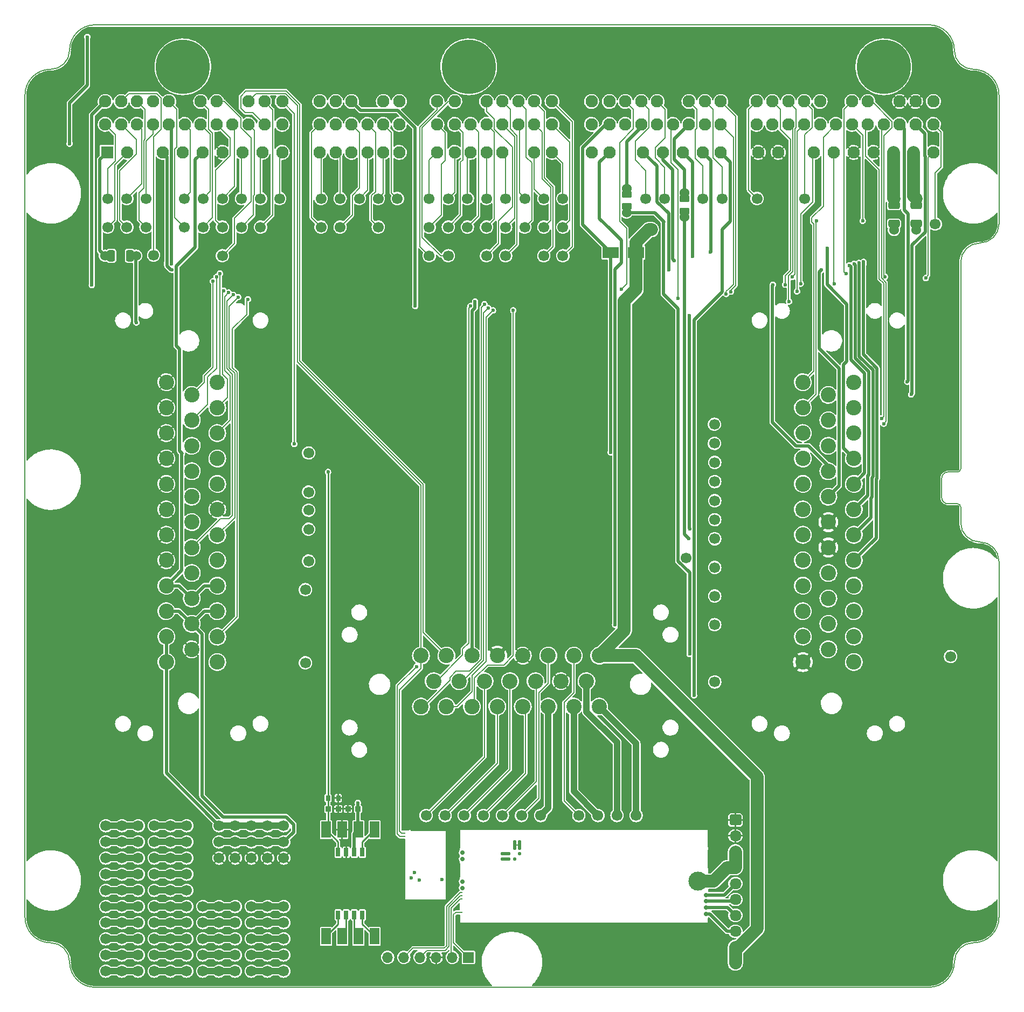
<source format=gtl>
%TF.GenerationSoftware,KiCad,Pcbnew,(5.99.0-12439-g94954386e6)*%
%TF.CreationDate,2021-10-03T01:37:18+03:00*%
%TF.ProjectId,proteus125honda,70726f74-6575-4733-9132-35686f6e6461,rev?*%
%TF.SameCoordinates,Original*%
%TF.FileFunction,Copper,L1,Top*%
%TF.FilePolarity,Positive*%
%FSLAX46Y46*%
G04 Gerber Fmt 4.6, Leading zero omitted, Abs format (unit mm)*
G04 Created by KiCad (PCBNEW (5.99.0-12439-g94954386e6)) date 2021-10-03 01:37:18*
%MOMM*%
%LPD*%
G01*
G04 APERTURE LIST*
G04 Aperture macros list*
%AMRoundRect*
0 Rectangle with rounded corners*
0 $1 Rounding radius*
0 $2 $3 $4 $5 $6 $7 $8 $9 X,Y pos of 4 corners*
0 Add a 4 corners polygon primitive as box body*
4,1,4,$2,$3,$4,$5,$6,$7,$8,$9,$2,$3,0*
0 Add four circle primitives for the rounded corners*
1,1,$1+$1,$2,$3*
1,1,$1+$1,$4,$5*
1,1,$1+$1,$6,$7*
1,1,$1+$1,$8,$9*
0 Add four rect primitives between the rounded corners*
20,1,$1+$1,$2,$3,$4,$5,0*
20,1,$1+$1,$4,$5,$6,$7,0*
20,1,$1+$1,$6,$7,$8,$9,0*
20,1,$1+$1,$8,$9,$2,$3,0*%
G04 Aperture macros list end*
%TA.AperFunction,Profile*%
%ADD10C,0.200000*%
%TD*%
%TA.AperFunction,ComponentPad*%
%ADD11RoundRect,0.250000X-0.675000X0.600000X-0.675000X-0.600000X0.675000X-0.600000X0.675000X0.600000X0*%
%TD*%
%TA.AperFunction,ComponentPad*%
%ADD12O,1.850000X1.700000*%
%TD*%
%TA.AperFunction,ComponentPad*%
%ADD13C,1.700000*%
%TD*%
%TA.AperFunction,SMDPad,CuDef*%
%ADD14RoundRect,0.070000X-0.280000X-0.390000X0.280000X-0.390000X0.280000X0.390000X-0.280000X0.390000X0*%
%TD*%
%TA.AperFunction,ComponentPad*%
%ADD15C,1.524000*%
%TD*%
%TA.AperFunction,SMDPad,CuDef*%
%ADD16RoundRect,0.230000X-0.670000X-0.345000X0.670000X-0.345000X0.670000X0.345000X-0.670000X0.345000X0*%
%TD*%
%TA.AperFunction,SMDPad,CuDef*%
%ADD17O,0.399999X9.800001*%
%TD*%
%TA.AperFunction,SMDPad,CuDef*%
%ADD18O,0.200000X11.100001*%
%TD*%
%TA.AperFunction,SMDPad,CuDef*%
%ADD19O,6.799999X0.200000*%
%TD*%
%TA.AperFunction,SMDPad,CuDef*%
%ADD20O,5.669999X0.200000*%
%TD*%
%TA.AperFunction,SMDPad,CuDef*%
%ADD21O,0.250000X0.499999*%
%TD*%
%TA.AperFunction,SMDPad,CuDef*%
%ADD22O,0.499999X0.250000*%
%TD*%
%TA.AperFunction,ComponentPad*%
%ADD23C,0.599999*%
%TD*%
%TA.AperFunction,SMDPad,CuDef*%
%ADD24RoundRect,0.100000X-0.625000X0.400000X-0.625000X-0.400000X0.625000X-0.400000X0.625000X0.400000X0*%
%TD*%
%TA.AperFunction,ComponentPad*%
%ADD25C,0.700000*%
%TD*%
%TA.AperFunction,SMDPad,CuDef*%
%ADD26C,3.000000*%
%TD*%
%TA.AperFunction,SMDPad,CuDef*%
%ADD27R,0.250000X3.000000*%
%TD*%
%TA.AperFunction,SMDPad,CuDef*%
%ADD28R,0.250000X1.450000*%
%TD*%
%TA.AperFunction,SMDPad,CuDef*%
%ADD29R,0.250000X2.950000*%
%TD*%
%TA.AperFunction,SMDPad,CuDef*%
%ADD30R,0.250000X0.950000*%
%TD*%
%TA.AperFunction,SMDPad,CuDef*%
%ADD31R,39.250000X0.250000*%
%TD*%
%TA.AperFunction,SMDPad,CuDef*%
%ADD32R,0.250000X3.100000*%
%TD*%
%TA.AperFunction,SMDPad,CuDef*%
%ADD33R,0.250000X2.250000*%
%TD*%
%TA.AperFunction,SMDPad,CuDef*%
%ADD34RoundRect,0.125000X0.125000X0.625000X-0.125000X0.625000X-0.125000X-0.625000X0.125000X-0.625000X0*%
%TD*%
%TA.AperFunction,SMDPad,CuDef*%
%ADD35RoundRect,0.125000X0.625000X0.125000X-0.625000X0.125000X-0.625000X-0.125000X0.625000X-0.125000X0*%
%TD*%
%TA.AperFunction,SMDPad,CuDef*%
%ADD36RoundRect,0.125000X-0.125000X0.125000X-0.125000X-0.125000X0.125000X-0.125000X0.125000X0.125000X0*%
%TD*%
%TA.AperFunction,SMDPad,CuDef*%
%ADD37RoundRect,0.125000X0.125000X0.125000X-0.125000X0.125000X-0.125000X-0.125000X0.125000X-0.125000X0*%
%TD*%
%TA.AperFunction,SMDPad,CuDef*%
%ADD38RoundRect,0.125000X-0.125000X0.000000X0.125000X0.000000X0.125000X0.000000X-0.125000X0.000000X0*%
%TD*%
%TA.AperFunction,ComponentPad*%
%ADD39R,1.700000X1.700000*%
%TD*%
%TA.AperFunction,ComponentPad*%
%ADD40O,1.700000X1.700000*%
%TD*%
%TA.AperFunction,SMDPad,CuDef*%
%ADD41RoundRect,0.085000X0.340000X0.340000X-0.340000X0.340000X-0.340000X-0.340000X0.340000X-0.340000X0*%
%TD*%
%TA.AperFunction,SMDPad,CuDef*%
%ADD42R,2.500000X1.800000*%
%TD*%
%TA.AperFunction,ComponentPad*%
%ADD43C,2.400000*%
%TD*%
%TA.AperFunction,SMDPad,CuDef*%
%ADD44RoundRect,0.230000X0.345000X-0.670000X0.345000X0.670000X-0.345000X0.670000X-0.345000X-0.670000X0*%
%TD*%
%TA.AperFunction,ComponentPad*%
%ADD45C,1.950000*%
%TD*%
%TA.AperFunction,ComponentPad*%
%ADD46R,1.950000X1.950000*%
%TD*%
%TA.AperFunction,ComponentPad*%
%ADD47C,8.500000*%
%TD*%
%TA.AperFunction,SMDPad,CuDef*%
%ADD48RoundRect,0.085000X-0.340000X-0.340000X0.340000X-0.340000X0.340000X0.340000X-0.340000X0.340000X0*%
%TD*%
%TA.AperFunction,SMDPad,CuDef*%
%ADD49R,0.690000X1.350000*%
%TD*%
%TA.AperFunction,SMDPad,CuDef*%
%ADD50R,1.520000X2.540000*%
%TD*%
%TA.AperFunction,ViaPad*%
%ADD51C,0.600000*%
%TD*%
%TA.AperFunction,Conductor*%
%ADD52C,0.500000*%
%TD*%
%TA.AperFunction,Conductor*%
%ADD53C,2.000000*%
%TD*%
%TA.AperFunction,Conductor*%
%ADD54C,1.000000*%
%TD*%
%TA.AperFunction,Conductor*%
%ADD55C,0.200000*%
%TD*%
%TA.AperFunction,Conductor*%
%ADD56C,0.250000*%
%TD*%
G04 APERTURE END LIST*
D10*
X99000001Y-73500001D02*
G75*
G03*
X102000000Y-70500000I-1J3000000D01*
G01*
X248000000Y-97800000D02*
X248000000Y-77500000D01*
X101999996Y-213800002D02*
G75*
G03*
X105999998Y-217800000I4000000J2D01*
G01*
X106000000Y-66500000D02*
X237000000Y-66500000D01*
X244000002Y-210799998D02*
G75*
G03*
X248000000Y-206800000I0J3999998D01*
G01*
X241500000Y-141800000D02*
X240000000Y-141800000D01*
X106000000Y-217800000D02*
X237000000Y-217800000D01*
X239000003Y-140800003D02*
G75*
G03*
X240000000Y-141800000I999997J0D01*
G01*
X98999996Y-210799998D02*
G75*
G02*
X94999998Y-206800000I0J3999998D01*
G01*
X239000000Y-140800000D02*
X239000000Y-137800000D01*
X242000000Y-103800000D02*
G75*
G02*
X245000000Y-100800000I3000000J0D01*
G01*
X244000000Y-210800000D02*
G75*
G03*
X241000000Y-213800000I0J-3000000D01*
G01*
X101999997Y-70499999D02*
G75*
G02*
X106000000Y-66500000I4000001J-2D01*
G01*
X94999998Y-206800000D02*
X95000000Y-77500000D01*
X241000003Y-70499999D02*
G75*
G03*
X237000000Y-66500000I-4000001J-2D01*
G01*
X245000000Y-147800000D02*
G75*
G02*
X248000000Y-150800000I0J-3000000D01*
G01*
X240000000Y-136800000D02*
X241500000Y-136800000D01*
X98999998Y-210800000D02*
G75*
G02*
X101999998Y-213800000I0J-3000000D01*
G01*
X243999999Y-73500001D02*
G75*
G02*
X241000000Y-70500000I1J3000000D01*
G01*
X241500001Y-141799999D02*
G75*
G02*
X242000000Y-142300000I-1J-500000D01*
G01*
X241500001Y-136799999D02*
G75*
G03*
X242000000Y-136300000I0J499999D01*
G01*
X238999997Y-137799997D02*
G75*
G02*
X240000000Y-136800000I1000000J-3D01*
G01*
X242000000Y-136300000D02*
X242000000Y-103800000D01*
X242000000Y-144800000D02*
X242000000Y-142300000D01*
X245000000Y-100800000D02*
G75*
G03*
X248000000Y-97800000I0J3000000D01*
G01*
X241000002Y-213800002D02*
G75*
G02*
X237000000Y-217800000I-4000000J2D01*
G01*
X98999999Y-73500001D02*
G75*
G03*
X95000000Y-77500000I0J-3999999D01*
G01*
X242000000Y-144800000D02*
G75*
G03*
X245000000Y-147800000I3000000J0D01*
G01*
X248000000Y-206800000D02*
X248000000Y-150800000D01*
X244000001Y-73500001D02*
G75*
G02*
X248000000Y-77500000I0J-3999999D01*
G01*
D11*
%TO.P,J2,1,Pin_1*%
%TO.N,GND*%
X206600000Y-191500000D03*
D12*
%TO.P,J2,2,Pin_2*%
X206600000Y-194000000D03*
%TO.P,J2,3,Pin_3*%
%TO.N,/WBO_H-*%
X206600000Y-196500000D03*
%TO.P,J2,4,Pin_4*%
X206600000Y-199000000D03*
%TO.P,J2,5,Pin_5*%
%TO.N,/WBO_R_Trim*%
X206600000Y-201500000D03*
%TO.P,J2,6,Pin_6*%
%TO.N,/WBO_Ip*%
X206600000Y-204000000D03*
%TO.P,J2,7,Pin_7*%
%TO.N,/WBO_Vs{slash}Ip*%
X206600000Y-206500000D03*
%TO.P,J2,8,Pin_8*%
%TO.N,/WBO_Vs*%
X206600000Y-209000000D03*
%TO.P,J2,9,Pin_9*%
%TO.N,/12V_MR*%
X206600000Y-211500000D03*
%TO.P,J2,10,Pin_10*%
X206600000Y-214000000D03*
%TD*%
D13*
%TO.P,P69,1,Pin_1*%
%TO.N,Net-(BRD1-PadA28)*%
X203349999Y-147300000D03*
%TD*%
%TO.P,P12,1,Pin_1*%
%TO.N,Net-(J1-PadC4)*%
X167500000Y-93800000D03*
%TD*%
%TO.P,P51,1,Pin_1*%
%TO.N,Net-(J1-PadE25)*%
X126000000Y-102800000D03*
%TD*%
%TO.P,P86,1,Pin_1*%
%TO.N,Net-(BRD1-PadC27)*%
X139549999Y-133800000D03*
%TD*%
%TO.P,P32,1,Pin_1*%
%TO.N,Net-(J1-PadD3)*%
X147500000Y-93800000D03*
%TD*%
%TO.P,G7,1*%
%TO.N,Net-(G7-Pad1)*%
X115320000Y-202560000D03*
%TO.P,G7,2*%
%TO.N,Net-(G7-Pad12)*%
X115320000Y-200020000D03*
%TO.P,G7,3*%
%TO.N,Net-(G7-Pad13)*%
X115320000Y-197480000D03*
%TO.P,G7,4*%
%TO.N,Net-(G7-Pad14)*%
X115320000Y-194940000D03*
%TO.P,G7,5*%
%TO.N,Net-(G7-Pad10)*%
X115320000Y-192400000D03*
%TO.P,G7,6*%
%TO.N,Net-(G7-Pad1)*%
X117860000Y-202560000D03*
%TO.P,G7,7*%
%TO.N,Net-(G7-Pad12)*%
X117860000Y-200020000D03*
%TO.P,G7,8*%
%TO.N,Net-(G7-Pad13)*%
X117860000Y-197480000D03*
%TO.P,G7,9*%
%TO.N,Net-(G7-Pad14)*%
X117860000Y-194940000D03*
%TO.P,G7,10*%
%TO.N,Net-(G7-Pad10)*%
X117860000Y-192400000D03*
%TO.P,G7,11*%
%TO.N,Net-(G7-Pad1)*%
X120400000Y-202560000D03*
%TO.P,G7,12*%
%TO.N,Net-(G7-Pad12)*%
X120400000Y-200020000D03*
%TO.P,G7,13*%
%TO.N,Net-(G7-Pad13)*%
X120400000Y-197480000D03*
%TO.P,G7,14*%
%TO.N,Net-(G7-Pad14)*%
X120400000Y-194940000D03*
%TO.P,G7,15*%
%TO.N,Net-(G7-Pad10)*%
X120400000Y-192400000D03*
%TD*%
%TO.P,P79,1,Pin_1*%
%TO.N,Net-(BRD1-PadB6)*%
X176000000Y-190800000D03*
%TD*%
%TO.P,P40,1,Pin_1*%
%TO.N,Net-(J1-PadE1)*%
X135000000Y-93800000D03*
%TD*%
D14*
%TO.P,R1,1*%
%TO.N,Net-(BRD1-PadC16)*%
X142616013Y-188063001D03*
%TO.P,R1,2*%
%TO.N,GND*%
X144216013Y-188063001D03*
%TD*%
D13*
%TO.P,P80,1,Pin_1*%
%TO.N,Net-(BRD1-PadB15)*%
X188000000Y-190800000D03*
%TD*%
%TO.P,P50,1,Pin_1*%
%TO.N,Net-(J1-PadE23)*%
X132000000Y-98300000D03*
%TD*%
%TO.P,P24,1,Pin_1*%
%TO.N,Net-(J1-PadC16)*%
X179500000Y-102800000D03*
%TD*%
D15*
%TO.P,F2,1,1*%
%TO.N,Net-(F2-Pad1)*%
X231500000Y-93850000D03*
D16*
X231500000Y-94849990D03*
%TO.P,F2,2,2*%
%TO.N,/12V_MR*%
X231500000Y-97750010D03*
D15*
X231500000Y-98750000D03*
%TD*%
D17*
%TO.P,M2,E1,GND*%
%TO.N,GND*%
X154556666Y-199312500D03*
D18*
X161156663Y-198612499D03*
D19*
X157819164Y-204112498D03*
D20*
X158419163Y-193137498D03*
D21*
X154556666Y-203937494D03*
D22*
%TO.P,M2,S1,CANL*%
%TO.N,/CAN_L*%
X154606664Y-193587500D03*
%TO.P,M2,S2,CANH*%
%TO.N,/CAN_H*%
X154606664Y-194087501D03*
D23*
%TO.P,M2,V1,V5*%
%TO.N,/5V_SENSOR_2*%
X155656662Y-200637498D03*
%TO.P,M2,V2,CAN_VIO*%
%TO.N,Net-(M1-PadW2)*%
X156181662Y-199762496D03*
%TO.P,M2,V5,CAN_TX*%
%TO.N,Net-(M1-PadW4)*%
X156931660Y-200937500D03*
%TO.P,M2,V6,CAN_RX*%
%TO.N,Net-(M1-PadW3)*%
X160481661Y-200862497D03*
%TD*%
D13*
%TO.P,P71,1,Pin_1*%
%TO.N,Net-(BRD1-PadA26)*%
X203349999Y-156300000D03*
%TD*%
%TO.P,P60,1,Pin_1*%
%TO.N,Net-(BRD1-PadA3)*%
X203349999Y-160800000D03*
%TD*%
%TO.P,G2,1*%
%TO.N,Net-(G2-Pad1)*%
X107700000Y-202560000D03*
%TO.P,G2,2*%
%TO.N,Net-(G2-Pad12)*%
X107700000Y-200020000D03*
%TO.P,G2,3*%
%TO.N,Net-(G2-Pad13)*%
X107700000Y-197480000D03*
%TO.P,G2,4*%
%TO.N,Net-(G2-Pad14)*%
X107700000Y-194940000D03*
%TO.P,G2,5*%
%TO.N,Net-(G2-Pad10)*%
X107700000Y-192400000D03*
%TO.P,G2,6*%
%TO.N,Net-(G2-Pad1)*%
X110240000Y-202560000D03*
%TO.P,G2,7*%
%TO.N,Net-(G2-Pad12)*%
X110240000Y-200020000D03*
%TO.P,G2,8*%
%TO.N,Net-(G2-Pad13)*%
X110240000Y-197480000D03*
%TO.P,G2,9*%
%TO.N,Net-(G2-Pad14)*%
X110240000Y-194940000D03*
%TO.P,G2,10*%
%TO.N,Net-(G2-Pad10)*%
X110240000Y-192400000D03*
%TO.P,G2,11*%
%TO.N,Net-(G2-Pad1)*%
X112780000Y-202560000D03*
%TO.P,G2,12*%
%TO.N,Net-(G2-Pad12)*%
X112780000Y-200020000D03*
%TO.P,G2,13*%
%TO.N,Net-(G2-Pad13)*%
X112780000Y-197480000D03*
%TO.P,G2,14*%
%TO.N,Net-(G2-Pad14)*%
X112780000Y-194940000D03*
%TO.P,G2,15*%
%TO.N,Net-(G2-Pad10)*%
X112780000Y-192400000D03*
%TD*%
%TO.P,P83,1,Pin_1*%
%TO.N,Net-(BRD1-PadB21)*%
X173000000Y-190800000D03*
%TD*%
%TO.P,G5,1*%
%TO.N,GND*%
X135640000Y-197480000D03*
%TO.P,G5,2*%
X133100000Y-197480000D03*
%TO.P,G5,3*%
X130560000Y-197480000D03*
%TO.P,G5,4*%
X128020000Y-197480000D03*
%TO.P,G5,5*%
X125480000Y-197480000D03*
%TO.P,G5,6*%
%TO.N,/5V_SENSOR_2*%
X135640000Y-194940000D03*
%TO.P,G5,7*%
X133100000Y-194940000D03*
%TO.P,G5,8*%
X130560000Y-194940000D03*
%TO.P,G5,9*%
X128020000Y-194940000D03*
%TO.P,G5,10*%
X125480000Y-194940000D03*
%TO.P,G5,11*%
%TO.N,/12V_PROT*%
X135640000Y-192400000D03*
%TO.P,G5,12*%
X133100000Y-192400000D03*
%TO.P,G5,13*%
X130560000Y-192400000D03*
%TO.P,G5,14*%
X128020000Y-192400000D03*
%TO.P,G5,15*%
X125480000Y-192400000D03*
%TD*%
%TO.P,P16,1,Pin_1*%
%TO.N,Net-(J1-PadC8)*%
X179500000Y-98300000D03*
%TD*%
%TO.P,P11,1,Pin_1*%
%TO.N,Net-(J1-PadC3)*%
X170500000Y-93800000D03*
%TD*%
%TO.P,P65,1,Pin_1*%
%TO.N,Net-(BRD1-PadA32)*%
X203349999Y-135300000D03*
%TD*%
%TO.P,P19,1,Pin_1*%
%TO.N,Net-(J1-PadC11)*%
X170500000Y-98300000D03*
%TD*%
%TO.P,P78,1,Pin_1*%
%TO.N,Net-(BRD1-PadB7)*%
X185000000Y-190800000D03*
%TD*%
%TO.P,P66,1,Pin_1*%
%TO.N,Net-(BRD1-PadA31)*%
X203349999Y-138300000D03*
%TD*%
%TO.P,P21,1,Pin_1*%
%TO.N,Net-(J1-PadC13)*%
X164500000Y-98300000D03*
%TD*%
%TO.P,P1,1,Pin_1*%
%TO.N,Net-(J1-PadA10)*%
X238000000Y-97800000D03*
%TD*%
%TO.P,P82,1,Pin_1*%
%TO.N,Net-(BRD1-PadB22)*%
X182000000Y-190800000D03*
%TD*%
%TO.P,P38,1,Pin_1*%
%TO.N,Net-(J1-PadD12)*%
X141500000Y-98300000D03*
%TD*%
%TO.P,P94,1,Pin_1*%
%TO.N,Net-(BRD1-PadC20)*%
X139049999Y-155300000D03*
%TD*%
D16*
%TO.P,F1,1,1*%
%TO.N,Net-(F1-Pad1)*%
X235000000Y-94849990D03*
D15*
X235000000Y-93850000D03*
%TO.P,F1,2,2*%
%TO.N,/12V_MR*%
X235000000Y-98750000D03*
D16*
X235000000Y-97750010D03*
%TD*%
D13*
%TO.P,P73,1,Pin_1*%
%TO.N,Net-(BRD1-PadB11)*%
X158000000Y-190800000D03*
%TD*%
D24*
%TO.P,R2,1,1*%
%TO.N,Net-(J1-PadB10)*%
X198600000Y-93849999D03*
D15*
X198600000Y-92895000D03*
%TO.P,R2,2,2*%
%TO.N,/OUT_CHARGING_LIGHT*%
X198600000Y-96705000D03*
D24*
X198600000Y-95750021D03*
%TD*%
D13*
%TO.P,P81,1,Pin_1*%
%TO.N,Net-(BRD1-PadB8)*%
X191000000Y-190800000D03*
%TD*%
%TO.P,P29,1,Pin_1*%
%TO.N,Net-(J1-PadC21)*%
X161500000Y-102800000D03*
%TD*%
%TO.P,P9,1,Pin_1*%
%TO.N,Net-(J1-PadC1)*%
X179500000Y-93800000D03*
%TD*%
%TO.P,P53,1,Pin_1*%
%TO.N,Net-(J1-PadE27)*%
X120000000Y-98300000D03*
%TD*%
%TO.P,P27,1,Pin_1*%
%TO.N,Net-(J1-PadC19)*%
X170500000Y-102800000D03*
%TD*%
%TO.P,P37,1,Pin_1*%
%TO.N,Net-(J1-PadD10)*%
X144500000Y-98300000D03*
%TD*%
%TO.P,P43,1,Pin_1*%
%TO.N,Net-(J1-PadE12)*%
X129000000Y-98300000D03*
%TD*%
%TO.P,P44,1,Pin_1*%
%TO.N,Net-(J1-PadE13)*%
X126000000Y-93800000D03*
%TD*%
D25*
%TO.P,M1,E1,LSU_Un*%
%TO.N,/WBO_Vs*%
X201950000Y-206275000D03*
%TO.P,M1,E2,LSU_Vm*%
%TO.N,/WBO_Vs{slash}Ip*%
X201950000Y-205275000D03*
%TO.P,M1,E3,LSU_Ip*%
%TO.N,/WBO_Ip*%
X201950000Y-204275000D03*
%TO.P,M1,E4,LSU_Rtrim*%
%TO.N,/WBO_R_Trim*%
X201950000Y-203275000D03*
D26*
%TO.P,M1,E5,LSU_H+*%
%TO.N,/WBO_H-*%
X200700000Y-201125000D03*
D27*
%TO.P,M1,E6,LSU_H-*%
%TO.N,GND*%
X202325000Y-197625000D03*
D28*
%TO.P,M1,G,GND*%
X163325000Y-207150000D03*
D29*
X202325000Y-194350000D03*
D30*
X202325000Y-207400000D03*
D31*
X182825000Y-207750000D03*
D32*
X163325000Y-194425000D03*
D31*
X182825000Y-193000000D03*
D33*
X163325000Y-199400000D03*
D34*
%TO.P,M1,J1,SEL1*%
%TO.N,Net-(M1-PadJ1)*%
X172700000Y-195450000D03*
D35*
%TO.P,M1,J2,SEL2*%
%TO.N,N/C*%
X170525000Y-197625000D03*
D34*
%TO.P,M1,J_GND1,PULL_DOWN1*%
%TO.N,Net-(M1-PadJ1)*%
X171900000Y-195450000D03*
D36*
%TO.P,M1,J_GND2,PULL_DOWN2*%
%TO.N,N/C*%
X171950000Y-197625000D03*
D37*
%TO.P,M1,J_VCC1,PULL_UP1*%
X172700000Y-196825000D03*
D35*
%TO.P,M1,J_VCC2,PULL_UP2*%
X170525000Y-196825000D03*
D25*
%TO.P,M1,W1,V5_IN*%
%TO.N,/5V_SENSOR_2*%
X163700000Y-196625000D03*
%TO.P,M1,W2,CAN_VIO*%
%TO.N,Net-(M1-PadW2)*%
X163700000Y-197625000D03*
%TO.P,M1,W3,CAN_RX*%
%TO.N,Net-(M1-PadW3)*%
X163700000Y-201175000D03*
%TO.P,M1,W4,CAN_TX*%
%TO.N,Net-(M1-PadW4)*%
X163700000Y-202175000D03*
D38*
%TO.P,M1,W5,nReset*%
%TO.N,Net-(J3-Pad5)*%
X163550000Y-202925000D03*
%TO.P,M1,W6,SWDIO*%
%TO.N,Net-(J3-Pad4)*%
X163550000Y-203425000D03*
%TO.P,M1,W7,SWCLK*%
%TO.N,Net-(J3-Pad2)*%
X163550000Y-203925000D03*
%TO.P,M1,W8,V33_OUT*%
%TO.N,Net-(J3-Pad1)*%
X163550000Y-206025000D03*
%TD*%
D13*
%TO.P,P3,1,Pin_1*%
%TO.N,Net-(J1-PadA31)*%
X210000000Y-93800000D03*
%TD*%
D39*
%TO.P,J3,1,Pin_1*%
%TO.N,Net-(J3-Pad1)*%
X164660000Y-213100000D03*
D40*
%TO.P,J3,2,Pin_2*%
%TO.N,Net-(J3-Pad2)*%
X162120000Y-213100000D03*
%TO.P,J3,3,Pin_3*%
%TO.N,GND*%
X159580000Y-213100000D03*
%TO.P,J3,4,Pin_4*%
%TO.N,Net-(J3-Pad4)*%
X157040000Y-213100000D03*
%TO.P,J3,5,Pin_5*%
%TO.N,Net-(J3-Pad5)*%
X154500000Y-213100000D03*
%TO.P,J3,6,Pin_6*%
%TO.N,N/C*%
X151960000Y-213100000D03*
%TD*%
D13*
%TO.P,P92,1,Pin_1*%
%TO.N,Net-(J1-PadE19)*%
X111000000Y-93800000D03*
%TD*%
%TO.P,P89,1,Pin_1*%
%TO.N,Net-(J1-PadB21)*%
X192500000Y-93800000D03*
%TD*%
%TO.P,P8,1,Pin_1*%
%TO.N,Net-(J1-PadB20)*%
X195500000Y-93800000D03*
%TD*%
D41*
%TO.P,C2,1*%
%TO.N,GND*%
X144216014Y-189763001D03*
%TO.P,C2,2*%
%TO.N,Net-(BRD1-PadC16)*%
X142636012Y-189763001D03*
%TD*%
D13*
%TO.P,P74,1,Pin_1*%
%TO.N,Net-(BRD1-PadB5)*%
X167000000Y-190800000D03*
%TD*%
%TO.P,P42,1,Pin_1*%
%TO.N,Net-(J1-PadE3)*%
X129000000Y-93800000D03*
%TD*%
%TO.P,P6,1,Pin_1*%
%TO.N,Net-(J1-PadB18)*%
X204500000Y-93800000D03*
%TD*%
%TO.P,P31,1,Pin_1*%
%TO.N,Net-(J1-PadD2)*%
X150500000Y-93800000D03*
%TD*%
%TO.P,P67,1,Pin_1*%
%TO.N,Net-(BRD1-PadA30)*%
X203349999Y-141300000D03*
%TD*%
%TO.P,P57,1,Pin_1*%
%TO.N,Net-(BRD1-PadA11)*%
X203300000Y-129300000D03*
%TD*%
%TO.P,P35,1,Pin_1*%
%TO.N,Net-(J1-PadD8)*%
X153500000Y-93800000D03*
%TD*%
%TO.P,P13,1,Pin_1*%
%TO.N,Net-(J1-PadC5)*%
X164500000Y-93800000D03*
%TD*%
%TO.P,P46,1,Pin_1*%
%TO.N,Net-(J1-PadE16)*%
X120000000Y-93800000D03*
%TD*%
%TO.P,P10,1,Pin_1*%
%TO.N,Net-(J1-PadC2)*%
X176500000Y-93800000D03*
%TD*%
%TO.P,P72,1,Pin_1*%
%TO.N,Net-(BRD1-PadA25)*%
X203349999Y-169800000D03*
%TD*%
%TO.P,P15,1,Pin_1*%
%TO.N,Net-(J1-PadC7)*%
X158500000Y-93800000D03*
%TD*%
%TO.P,P61,1,Pin_1*%
%TO.N,Net-(BRD1-PadA15)*%
X203349999Y-151800000D03*
%TD*%
%TO.P,P95,1,Pin_1*%
%TO.N,Net-(BRD1-PadC31)*%
X139549999Y-150800000D03*
%TD*%
%TO.P,P26,1,Pin_1*%
%TO.N,Net-(J1-PadC18)*%
X173500000Y-98300000D03*
%TD*%
%TO.P,P36,1,Pin_1*%
%TO.N,Net-(J1-PadD9)*%
X150500000Y-98300000D03*
%TD*%
%TO.P,G1,1*%
%TO.N,Net-(G1-Pad1)*%
X122940001Y-215260000D03*
%TO.P,G1,2*%
%TO.N,Net-(G1-Pad12)*%
X122940001Y-212720000D03*
%TO.P,G1,3*%
%TO.N,Net-(G1-Pad13)*%
X122940001Y-210180000D03*
%TO.P,G1,4*%
%TO.N,Net-(G1-Pad14)*%
X122940001Y-207640000D03*
%TO.P,G1,5*%
%TO.N,Net-(G1-Pad10)*%
X122940001Y-205100000D03*
%TO.P,G1,6*%
%TO.N,Net-(G1-Pad1)*%
X125480001Y-215260000D03*
%TO.P,G1,7*%
%TO.N,Net-(G1-Pad12)*%
X125480001Y-212720000D03*
%TO.P,G1,8*%
%TO.N,Net-(G1-Pad13)*%
X125480001Y-210180000D03*
%TO.P,G1,9*%
%TO.N,Net-(G1-Pad14)*%
X125480001Y-207640000D03*
%TO.P,G1,10*%
%TO.N,Net-(G1-Pad10)*%
X125480001Y-205100000D03*
%TO.P,G1,11*%
%TO.N,Net-(G1-Pad1)*%
X128020001Y-215260000D03*
%TO.P,G1,12*%
%TO.N,Net-(G1-Pad12)*%
X128020001Y-212720000D03*
%TO.P,G1,13*%
%TO.N,Net-(G1-Pad13)*%
X128020001Y-210180000D03*
%TO.P,G1,14*%
%TO.N,Net-(G1-Pad14)*%
X128020001Y-207640000D03*
%TO.P,G1,15*%
%TO.N,Net-(G1-Pad10)*%
X128020001Y-205100000D03*
%TD*%
%TO.P,P49,1,Pin_1*%
%TO.N,Net-(J1-PadE21)*%
X108000000Y-93800000D03*
%TD*%
%TO.P,P96,1,Pin_1*%
%TO.N,Net-(BRD1-PadC35)*%
X139049999Y-166800000D03*
%TD*%
%TO.P,G8,1*%
%TO.N,Net-(G8-Pad1)*%
X107700000Y-215260000D03*
%TO.P,G8,2*%
%TO.N,Net-(G8-Pad12)*%
X107700000Y-212720000D03*
%TO.P,G8,3*%
%TO.N,Net-(G8-Pad13)*%
X107700000Y-210180000D03*
%TO.P,G8,4*%
%TO.N,Net-(G8-Pad14)*%
X107700000Y-207640000D03*
%TO.P,G8,5*%
%TO.N,Net-(G8-Pad10)*%
X107700000Y-205100000D03*
%TO.P,G8,6*%
%TO.N,Net-(G8-Pad1)*%
X110240000Y-215260000D03*
%TO.P,G8,7*%
%TO.N,Net-(G8-Pad12)*%
X110240000Y-212720000D03*
%TO.P,G8,8*%
%TO.N,Net-(G8-Pad13)*%
X110240000Y-210180000D03*
%TO.P,G8,9*%
%TO.N,Net-(G8-Pad14)*%
X110240000Y-207640000D03*
%TO.P,G8,10*%
%TO.N,Net-(G8-Pad10)*%
X110240000Y-205100000D03*
%TO.P,G8,11*%
%TO.N,Net-(G8-Pad1)*%
X112780000Y-215260000D03*
%TO.P,G8,12*%
%TO.N,Net-(G8-Pad12)*%
X112780000Y-212720000D03*
%TO.P,G8,13*%
%TO.N,Net-(G8-Pad13)*%
X112780000Y-210180000D03*
%TO.P,G8,14*%
%TO.N,Net-(G8-Pad14)*%
X112780000Y-207640000D03*
%TO.P,G8,15*%
%TO.N,Net-(G8-Pad10)*%
X112780000Y-205100000D03*
%TD*%
%TO.P,P18,1,Pin_1*%
%TO.N,Net-(J1-PadC10)*%
X173500000Y-93800000D03*
%TD*%
%TO.P,P30,1,Pin_1*%
%TO.N,Net-(J1-PadC22)*%
X158500000Y-102800000D03*
%TD*%
%TO.P,P88,1,Pin_1*%
%TO.N,Net-(BRD1-PadC28)*%
X139549999Y-139950000D03*
%TD*%
%TO.P,G4,1*%
%TO.N,Net-(G4-Pad1)*%
X115320000Y-215259999D03*
%TO.P,G4,2*%
%TO.N,Net-(G4-Pad12)*%
X115320000Y-212719999D03*
%TO.P,G4,3*%
%TO.N,Net-(G4-Pad13)*%
X115320000Y-210179999D03*
%TO.P,G4,4*%
%TO.N,Net-(G4-Pad14)*%
X115320000Y-207639999D03*
%TO.P,G4,5*%
%TO.N,Net-(G4-Pad10)*%
X115320000Y-205099999D03*
%TO.P,G4,6*%
%TO.N,Net-(G4-Pad1)*%
X117860000Y-215259999D03*
%TO.P,G4,7*%
%TO.N,Net-(G4-Pad12)*%
X117860000Y-212719999D03*
%TO.P,G4,8*%
%TO.N,Net-(G4-Pad13)*%
X117860000Y-210179999D03*
%TO.P,G4,9*%
%TO.N,Net-(G4-Pad14)*%
X117860000Y-207639999D03*
%TO.P,G4,10*%
%TO.N,Net-(G4-Pad10)*%
X117860000Y-205099999D03*
%TO.P,G4,11*%
%TO.N,Net-(G4-Pad1)*%
X120400000Y-215259999D03*
%TO.P,G4,12*%
%TO.N,Net-(G4-Pad12)*%
X120400000Y-212719999D03*
%TO.P,G4,13*%
%TO.N,Net-(G4-Pad13)*%
X120400000Y-210179999D03*
%TO.P,G4,14*%
%TO.N,Net-(G4-Pad14)*%
X120400000Y-207639999D03*
%TO.P,G4,15*%
%TO.N,Net-(G4-Pad10)*%
X120400000Y-205099999D03*
%TD*%
%TO.P,P17,1,Pin_1*%
%TO.N,Net-(J1-PadC9)*%
X176500000Y-98300000D03*
%TD*%
%TO.P,P75,1,Pin_1*%
%TO.N,Net-(BRD1-PadB13)*%
X170000000Y-190800000D03*
%TD*%
%TO.P,P45,1,Pin_1*%
%TO.N,Net-(J1-PadE15)*%
X123000000Y-93800000D03*
%TD*%
%TO.P,P14,1,Pin_1*%
%TO.N,Net-(J1-PadC6)*%
X161500000Y-93800000D03*
%TD*%
D15*
%TO.P,R3,1,1*%
%TO.N,Net-(J1-PadB13)*%
X189500000Y-92195000D03*
D24*
X189500000Y-93149999D03*
%TO.P,R3,2,2*%
%TO.N,/OUT_ALTRN_CONTROL*%
X189500000Y-95050021D03*
D15*
X189500000Y-96005000D03*
%TD*%
D13*
%TO.P,P76,1,Pin_1*%
%TO.N,Net-(BRD1-PadB4)*%
X161000000Y-190800000D03*
%TD*%
%TO.P,P90,1,Pin_1*%
%TO.N,Net-(J1-PadE8)*%
X108000000Y-98300000D03*
%TD*%
%TO.P,P91,1,Pin_1*%
%TO.N,Net-(J1-PadE14)*%
X126000000Y-98300000D03*
%TD*%
%TO.P,P58,1,Pin_1*%
%TO.N,Net-(BRD1-PadA13)*%
X240400000Y-165800000D03*
%TD*%
%TO.P,P20,1,Pin_1*%
%TO.N,Net-(J1-PadC12)*%
X167500000Y-98300000D03*
%TD*%
D42*
%TO.P,D1,1,K*%
%TO.N,/12V_MR*%
X191000000Y-102300000D03*
%TO.P,D1,2,A*%
%TO.N,/OUT_MCS*%
X187000000Y-102300000D03*
%TD*%
D43*
%TO.P,BRD1,A1,HS2*%
%TO.N,/OUT_VTC*%
X225200000Y-166675000D03*
%TO.P,BRD1,A2,HS1*%
%TO.N,/OUT_VTS*%
X225200000Y-162675000D03*
%TO.P,BRD1,A3,LS1*%
%TO.N,Net-(BRD1-PadA3)*%
X225200000Y-158675000D03*
%TO.P,BRD1,A4,LS3*%
%TO.N,/OUT_CHARGING_LIGHT*%
X225200000Y-154675000D03*
%TO.P,BRD1,A5,LS5*%
%TO.N,/OUT_INJ4*%
X225200000Y-150675000D03*
%TO.P,BRD1,A6,LS6*%
%TO.N,/OUT_INJ3*%
X225200000Y-146675000D03*
%TO.P,BRD1,A7,LS7*%
%TO.N,/OUT_INJ2*%
X225200000Y-142675000D03*
%TO.P,BRD1,A8,LS9*%
%TO.N,/OUT_MAIN*%
X225200000Y-138675000D03*
%TO.P,BRD1,A9,LS11*%
%TO.N,/OUT_FUEL_PUMP*%
X225200000Y-134675000D03*
%TO.P,BRD1,A10,LS13*%
%TO.N,Net-(BRD1-PadA10)*%
X225200000Y-130675000D03*
%TO.P,BRD1,A11,LS14*%
%TO.N,Net-(BRD1-PadA11)*%
X225200000Y-126675000D03*
%TO.P,BRD1,A12,LS15*%
%TO.N,/OUT_IAC*%
X225200000Y-122675000D03*
%TO.P,BRD1,A13,HS3*%
%TO.N,Net-(BRD1-PadA13)*%
X221200000Y-164675000D03*
%TO.P,BRD1,A14,HS4*%
%TO.N,/OUT_ALTRN_CONTROL*%
X221200000Y-160675000D03*
%TO.P,BRD1,A15,LS2*%
%TO.N,Net-(BRD1-PadA15)*%
X221200000Y-156675000D03*
%TO.P,BRD1,A16,LS4*%
%TO.N,/OUT_ETB_RELAY*%
X221200000Y-152675000D03*
%TO.P,BRD1,A17,GND*%
%TO.N,GND*%
X221200000Y-148675000D03*
%TO.P,BRD1,A18,GND*%
X221200000Y-144675000D03*
%TO.P,BRD1,A19,LS8*%
%TO.N,/OUT_INJ1*%
X221200000Y-140675000D03*
%TO.P,BRD1,A20,LS10*%
%TO.N,/OUT_CHECK_ENGINE*%
X221200000Y-136675000D03*
%TO.P,BRD1,A21,LS12*%
%TO.N,/OUT_MCS*%
X221200000Y-132675000D03*
%TO.P,BRD1,A22,IGN3*%
%TO.N,/OUT_IGN3*%
X221200000Y-128675000D03*
%TO.P,BRD1,A23,LS16*%
%TO.N,/OUT_IMRC*%
X221200000Y-124675000D03*
%TO.P,BRD1,A24,GND*%
%TO.N,GND*%
X217200000Y-166675000D03*
%TO.P,BRD1,A25,IGN12*%
%TO.N,Net-(BRD1-PadA25)*%
X217200000Y-162675000D03*
%TO.P,BRD1,A26,IGN11*%
%TO.N,Net-(BRD1-PadA26)*%
X217200000Y-158675000D03*
%TO.P,BRD1,A27,IGN10*%
%TO.N,Net-(BRD1-PadA27)*%
X217200000Y-154675000D03*
%TO.P,BRD1,A28,IGN9*%
%TO.N,Net-(BRD1-PadA28)*%
X217200000Y-150675000D03*
%TO.P,BRD1,A29,IGN8*%
%TO.N,Net-(BRD1-PadA29)*%
X217200000Y-146675000D03*
%TO.P,BRD1,A30,IGN7*%
%TO.N,Net-(BRD1-PadA30)*%
X217200000Y-142675000D03*
%TO.P,BRD1,A31,IGN6*%
%TO.N,Net-(BRD1-PadA31)*%
X217200000Y-138675000D03*
%TO.P,BRD1,A32,IGN5*%
%TO.N,Net-(BRD1-PadA32)*%
X217200000Y-134675000D03*
%TO.P,BRD1,A33,IGN4*%
%TO.N,/OUT_IGN4*%
X217200000Y-130675000D03*
%TO.P,BRD1,A34,IGN2*%
%TO.N,/OUT_IGN2*%
X217200000Y-126675000D03*
%TO.P,BRD1,A35,IGN1*%
%TO.N,/OUT_IGN1*%
X217200000Y-122675000D03*
%TO.P,BRD1,B1,D2*%
%TO.N,/IN_CRANK*%
X157200000Y-173675000D03*
%TO.P,BRD1,B2,D3*%
%TO.N,/IN_VSS*%
X161200000Y-173675000D03*
%TO.P,BRD1,B3,D4*%
%TO.N,/IN_CAM1*%
X165200000Y-173675000D03*
%TO.P,BRD1,B4,VR2+*%
%TO.N,Net-(BRD1-PadB4)*%
X169200000Y-173675000D03*
%TO.P,BRD1,B5,VR1+*%
%TO.N,Net-(BRD1-PadB5)*%
X173200000Y-173675000D03*
%TO.P,BRD1,B6,ETB1-*%
%TO.N,Net-(BRD1-PadB6)*%
X177200000Y-173675000D03*
%TO.P,BRD1,B7,ETB1+*%
%TO.N,Net-(BRD1-PadB7)*%
X181200000Y-173675000D03*
%TO.P,BRD1,B8,ETB2-*%
%TO.N,Net-(BRD1-PadB8)*%
X185200000Y-173675000D03*
%TO.P,BRD1,B9,D5*%
%TO.N,/IN_VTPSW*%
X159200000Y-169675000D03*
%TO.P,BRD1,B10,D1*%
%TO.N,/IN_CAM2*%
X163200000Y-169675000D03*
%TO.P,BRD1,B11,D6*%
%TO.N,Net-(BRD1-PadB11)*%
X167200000Y-169675000D03*
%TO.P,BRD1,B12,VR2-*%
%TO.N,Net-(BRD1-PadB12)*%
X171200000Y-169675000D03*
%TO.P,BRD1,B13,VR1-*%
%TO.N,Net-(BRD1-PadB13)*%
X175200000Y-169675000D03*
%TO.P,BRD1,B14,GND*%
%TO.N,GND*%
X179200000Y-169675000D03*
%TO.P,BRD1,B15,ETB2+*%
%TO.N,Net-(BRD1-PadB15)*%
X183200000Y-169675000D03*
%TO.P,BRD1,B16,CAN-*%
%TO.N,/CAN_L*%
X157200000Y-165675000D03*
%TO.P,BRD1,B17,CAN+*%
%TO.N,/CAN_H*%
X161200000Y-165675000D03*
%TO.P,BRD1,B18,12V_IGN*%
%TO.N,/IN_VIGN*%
X165200000Y-165675000D03*
%TO.P,BRD1,B19,GND*%
%TO.N,GND*%
X169200000Y-165675000D03*
%TO.P,BRD1,B20,GND*%
X173200000Y-165675000D03*
%TO.P,BRD1,B21,CAN2-*%
%TO.N,Net-(BRD1-PadB21)*%
X177200000Y-165675000D03*
%TO.P,BRD1,B22,CAN2+*%
%TO.N,Net-(BRD1-PadB22)*%
X181200000Y-165675000D03*
%TO.P,BRD1,B23,12V_MR*%
%TO.N,/12V_MR*%
X185200000Y-165675000D03*
%TO.P,BRD1,C1,GND_SENS*%
%TO.N,GND*%
X117200000Y-122675000D03*
%TO.P,BRD1,C2,GND_SENS*%
X117200000Y-126675000D03*
%TO.P,BRD1,C3,GND_SENS*%
X117200000Y-130675000D03*
%TO.P,BRD1,C4,GND_SENS*%
X117200000Y-134675000D03*
%TO.P,BRD1,C5,GND_SENS*%
X117200000Y-138675000D03*
%TO.P,BRD1,C6,GND_SENS*%
X117200000Y-142675000D03*
%TO.P,BRD1,C7,GND_SENS*%
X117200000Y-146675000D03*
%TO.P,BRD1,C8,GND_SENS*%
X117200000Y-150675000D03*
%TO.P,BRD1,C9,5V_1*%
%TO.N,/5V_SENSOR_1*%
X117200000Y-154675000D03*
%TO.P,BRD1,C10,5V_2*%
%TO.N,/5V_SENSOR_2*%
X117200000Y-158675000D03*
%TO.P,BRD1,C11,12V_PROT*%
%TO.N,/12V_PROT*%
X117200000Y-162675000D03*
%TO.P,BRD1,C12,12V_PROT*%
X117200000Y-166675000D03*
%TO.P,BRD1,C13,AV1*%
%TO.N,/IN_PPS2*%
X121200000Y-124675000D03*
%TO.P,BRD1,C14,AV3*%
%TO.N,/IN_TPS*%
X121200000Y-128675000D03*
%TO.P,BRD1,C15,AV5*%
%TO.N,/IN_BRAKE*%
X121200000Y-132675000D03*
%TO.P,BRD1,C16,AV7*%
%TO.N,Net-(BRD1-PadC16)*%
X121200000Y-136675000D03*
%TO.P,BRD1,C17,AV9*%
%TO.N,Net-(BRD1-PadC17)*%
X121200000Y-140675000D03*
%TO.P,BRD1,C18,AV11*%
%TO.N,Net-(BRD1-PadC18)*%
X121200000Y-144675000D03*
%TO.P,BRD1,C19,AT1*%
%TO.N,/IN_IAT*%
X121200000Y-148675000D03*
%TO.P,BRD1,C20,AT3*%
%TO.N,Net-(BRD1-PadC20)*%
X121200000Y-152675000D03*
%TO.P,BRD1,C21,5V_1*%
%TO.N,/5V_SENSOR_1*%
X121200000Y-156675000D03*
%TO.P,BRD1,C22,5V_2*%
%TO.N,/5V_SENSOR_2*%
X121200000Y-160675000D03*
%TO.P,BRD1,C23,GND_SENS*%
%TO.N,GND*%
X121200000Y-164675000D03*
%TO.P,BRD1,C24,AV2*%
%TO.N,/IN_PPS1*%
X125200000Y-122675000D03*
%TO.P,BRD1,C25,AV4*%
%TO.N,/IN_MRC*%
X125200000Y-126675000D03*
%TO.P,BRD1,C26,AV6*%
%TO.N,/IN_MAP*%
X125200000Y-130675000D03*
%TO.P,BRD1,C27,AV8*%
%TO.N,Net-(BRD1-PadC27)*%
X125200000Y-134675000D03*
%TO.P,BRD1,C28,AV10*%
%TO.N,Net-(BRD1-PadC28)*%
X125200000Y-138675000D03*
%TO.P,BRD1,C29,GND_SENS*%
%TO.N,GND*%
X125200000Y-142675000D03*
%TO.P,BRD1,C30,AT2*%
%TO.N,/IN_CLT*%
X125200000Y-146675000D03*
%TO.P,BRD1,C31,AT4*%
%TO.N,Net-(BRD1-PadC31)*%
X125200000Y-150675000D03*
%TO.P,BRD1,C32,5V_1*%
%TO.N,/5V_SENSOR_1*%
X125200000Y-154675000D03*
%TO.P,BRD1,C33,5V_2*%
%TO.N,/5V_SENSOR_2*%
X125200000Y-158675000D03*
%TO.P,BRD1,C34,KNOCK1*%
%TO.N,/IN_KNOCK*%
X125200000Y-162675000D03*
%TO.P,BRD1,C35,KNOCK2*%
%TO.N,Net-(BRD1-PadC35)*%
X125200000Y-166675000D03*
%TD*%
D13*
%TO.P,P87,1,Pin_1*%
%TO.N,Net-(BRD1-PadC17)*%
X139549999Y-142800000D03*
%TD*%
%TO.P,P7,1,Pin_1*%
%TO.N,Net-(J1-PadB19)*%
X201500000Y-93800000D03*
%TD*%
%TO.P,P55,1,Pin_1*%
%TO.N,Net-(J1-PadE30)*%
X115200000Y-102700000D03*
%TD*%
%TO.P,P77,1,Pin_1*%
%TO.N,Net-(BRD1-PadB12)*%
X164000000Y-190800000D03*
%TD*%
%TO.P,P52,1,Pin_1*%
%TO.N,Net-(J1-PadE26)*%
X123000000Y-98300000D03*
%TD*%
%TO.P,P25,1,Pin_1*%
%TO.N,Net-(J1-PadC17)*%
X176500000Y-102800000D03*
%TD*%
%TO.P,P93,1,Pin_1*%
%TO.N,Net-(BRD1-PadC18)*%
X139549999Y-145800000D03*
%TD*%
%TO.P,P70,1,Pin_1*%
%TO.N,Net-(BRD1-PadA27)*%
X198849999Y-150300000D03*
%TD*%
%TO.P,P22,1,Pin_1*%
%TO.N,Net-(J1-PadC14)*%
X161500000Y-98300000D03*
%TD*%
%TO.P,P2,1,Pin_1*%
%TO.N,Net-(J1-PadA28)*%
X217500000Y-93800000D03*
%TD*%
D44*
%TO.P,F3,1,1*%
%TO.N,Net-(F3-Pad1)*%
X108549990Y-102800000D03*
D15*
X107550000Y-102800000D03*
D44*
%TO.P,F3,2,2*%
%TO.N,/IN_VIGN*%
X111450010Y-102800000D03*
D15*
X112450000Y-102800000D03*
%TD*%
D13*
%TO.P,P34,1,Pin_1*%
%TO.N,Net-(J1-PadD6)*%
X141500000Y-93800000D03*
%TD*%
%TO.P,P28,1,Pin_1*%
%TO.N,Net-(J1-PadC20)*%
X167500000Y-102800000D03*
%TD*%
%TO.P,P41,1,Pin_1*%
%TO.N,Net-(J1-PadE2)*%
X132000000Y-93800000D03*
%TD*%
D45*
%TO.P,J1,A1,A1*%
%TO.N,/IN_KNOCK*%
X237700000Y-86550000D03*
%TO.P,J1,A2,A2*%
%TO.N,Net-(F1-Pad1)*%
X234570000Y-86550000D03*
%TO.P,J1,A3,A3*%
%TO.N,Net-(F2-Pad1)*%
X231440000Y-86550000D03*
%TO.P,J1,A4,A4*%
%TO.N,GND*%
X228310000Y-86550000D03*
%TO.P,J1,A5,A5*%
X225180000Y-86550000D03*
%TO.P,J1,A6,A6*%
%TO.N,/IN_CAM2*%
X222050000Y-86550000D03*
%TO.P,J1,A7,A7*%
%TO.N,/IN_CRANK*%
X218920000Y-86550000D03*
%TO.P,J1,A8,A8*%
%TO.N,GND*%
X213330000Y-86550000D03*
%TO.P,J1,A9,A9*%
X210200000Y-86550000D03*
%TO.P,J1,A10,A10*%
%TO.N,Net-(J1-PadA10)*%
X237700000Y-82150000D03*
%TO.P,J1,A11,A11*%
%TO.N,/OUT_IMRC*%
X234900000Y-82150000D03*
%TO.P,J1,A12,A12*%
%TO.N,/OUT_IAC*%
X232400000Y-82150000D03*
%TO.P,J1,A13,A13*%
%TO.N,/OUT_IGN4*%
X229900000Y-82150000D03*
%TO.P,J1,A14,A14*%
%TO.N,/OUT_IGN3*%
X227400000Y-82150000D03*
%TO.P,J1,A15,A15*%
%TO.N,/OUT_IGN2*%
X224900000Y-82150000D03*
%TO.P,J1,A16,A16*%
%TO.N,/OUT_IGN1*%
X222400000Y-82150000D03*
%TO.P,J1,A17,A17*%
%TO.N,N/C*%
X219900000Y-82150000D03*
%TO.P,J1,A18,A18*%
%TO.N,/IN_VSS*%
X217400000Y-82150000D03*
%TO.P,J1,A19,A19*%
%TO.N,/IN_CAM1*%
X214900000Y-82150000D03*
%TO.P,J1,A20,A20*%
%TO.N,/5V_SENSOR_1*%
X212400000Y-82150000D03*
%TO.P,J1,A21,A21*%
X209900000Y-82150000D03*
%TO.P,J1,A22,A22*%
%TO.N,N/C*%
X237700000Y-78550000D03*
%TO.P,J1,A23,A23*%
%TO.N,GND*%
X234900000Y-78550000D03*
%TO.P,J1,A24,A24*%
X232400000Y-78550000D03*
%TO.P,J1,A25,A25*%
%TO.N,/IN_PPS2*%
X227400000Y-78550000D03*
%TO.P,J1,A26,A26*%
%TO.N,/IN_PPS1*%
X224900000Y-78550000D03*
%TO.P,J1,A27,A27*%
%TO.N,N/C*%
X219900000Y-78550000D03*
%TO.P,J1,A28,A28*%
%TO.N,Net-(J1-PadA28)*%
X217400000Y-78550000D03*
%TO.P,J1,A29,A29*%
%TO.N,/IN_TPS*%
X214900000Y-78550000D03*
%TO.P,J1,A30,A30*%
%TO.N,/IN_MAP*%
X212400000Y-78550000D03*
%TO.P,J1,A31,A31*%
%TO.N,Net-(J1-PadA31)*%
X209900000Y-78550000D03*
%TO.P,J1,B1,B1*%
%TO.N,/OUT_VTC*%
X204300000Y-86550000D03*
%TO.P,J1,B2,B2*%
%TO.N,/OUT_INJ4*%
X201500000Y-86550000D03*
%TO.P,J1,B3,B3*%
%TO.N,/OUT_INJ3*%
X198370000Y-86550000D03*
%TO.P,J1,B4,B4*%
%TO.N,/OUT_INJ2*%
X195240000Y-86550000D03*
%TO.P,J1,B5,B5*%
%TO.N,/OUT_INJ1*%
X192110000Y-86550000D03*
%TO.P,J1,B6,B6*%
%TO.N,/OUT_VTS*%
X186800000Y-86550000D03*
%TO.P,J1,B7,B7*%
%TO.N,N/C*%
X184000000Y-86550000D03*
%TO.P,J1,B8,B8*%
%TO.N,/IN_CLT*%
X204300000Y-82150000D03*
%TO.P,J1,B9,B9*%
%TO.N,N/C*%
X201800000Y-82150000D03*
%TO.P,J1,B10,B10*%
%TO.N,Net-(J1-PadB10)*%
X199300000Y-82150000D03*
%TO.P,J1,B11,B11*%
%TO.N,/IN_VTPSW*%
X196800000Y-82150000D03*
%TO.P,J1,B12,B12*%
%TO.N,N/C*%
X194300000Y-82150000D03*
%TO.P,J1,B13,B13*%
%TO.N,Net-(J1-PadB13)*%
X191800000Y-82150000D03*
%TO.P,J1,B14,B14*%
%TO.N,N/C*%
X189300000Y-82150000D03*
%TO.P,J1,B15,B15*%
%TO.N,/OUT_MCS*%
X186800000Y-82150000D03*
%TO.P,J1,B16,B16*%
%TO.N,N/C*%
X184000000Y-82150000D03*
%TO.P,J1,B17,B17*%
%TO.N,/IN_IAT*%
X204300000Y-78550000D03*
%TO.P,J1,B18,B18*%
%TO.N,Net-(J1-PadB18)*%
X201800000Y-78550000D03*
%TO.P,J1,B19,B19*%
%TO.N,Net-(J1-PadB19)*%
X199300000Y-78550000D03*
%TO.P,J1,B20,B20*%
%TO.N,Net-(J1-PadB20)*%
X194300000Y-78550000D03*
%TO.P,J1,B21,B21*%
%TO.N,Net-(J1-PadB21)*%
X191800000Y-78550000D03*
%TO.P,J1,B22,B22*%
%TO.N,/IN_MRC*%
X189300000Y-78550000D03*
%TO.P,J1,B23,B23*%
%TO.N,N/C*%
X186800000Y-78550000D03*
%TO.P,J1,B24,B24*%
X184000000Y-78550000D03*
%TO.P,J1,C1,C1*%
%TO.N,Net-(J1-PadC1)*%
X177800000Y-86550000D03*
%TO.P,J1,C2,C2*%
%TO.N,Net-(J1-PadC2)*%
X175000000Y-86550000D03*
%TO.P,J1,C3,C3*%
%TO.N,Net-(J1-PadC3)*%
X170000000Y-86550000D03*
%TO.P,J1,C4,C4*%
%TO.N,Net-(J1-PadC4)*%
X167500000Y-86550000D03*
%TO.P,J1,C5,C5*%
%TO.N,Net-(J1-PadC5)*%
X165000000Y-86550000D03*
%TO.P,J1,C6,C6*%
%TO.N,Net-(J1-PadC6)*%
X162500000Y-86550000D03*
%TO.P,J1,C7,C7*%
%TO.N,Net-(J1-PadC7)*%
X159700000Y-86550000D03*
%TO.P,J1,C8,C8*%
%TO.N,Net-(J1-PadC8)*%
X177800000Y-82150000D03*
%TO.P,J1,C9,C9*%
%TO.N,Net-(J1-PadC9)*%
X175000000Y-82150000D03*
%TO.P,J1,C10,C10*%
%TO.N,Net-(J1-PadC10)*%
X172500000Y-82150000D03*
%TO.P,J1,C11,C11*%
%TO.N,Net-(J1-PadC11)*%
X170000000Y-82150000D03*
%TO.P,J1,C12,C12*%
%TO.N,Net-(J1-PadC12)*%
X167500000Y-82150000D03*
%TO.P,J1,C13,C13*%
%TO.N,Net-(J1-PadC13)*%
X165000000Y-82150000D03*
%TO.P,J1,C14,C14*%
%TO.N,Net-(J1-PadC14)*%
X162500000Y-82150000D03*
%TO.P,J1,C15,C15*%
%TO.N,Net-(J1-PadC15)*%
X159700000Y-82150000D03*
%TO.P,J1,C16,C16*%
%TO.N,Net-(J1-PadC16)*%
X177800000Y-78550000D03*
%TO.P,J1,C17,C17*%
%TO.N,Net-(J1-PadC17)*%
X175000000Y-78550000D03*
%TO.P,J1,C18,C18*%
%TO.N,Net-(J1-PadC18)*%
X172500000Y-78550000D03*
%TO.P,J1,C19,C19*%
%TO.N,Net-(J1-PadC19)*%
X170000000Y-78550000D03*
%TO.P,J1,C20,C20*%
%TO.N,Net-(J1-PadC20)*%
X167500000Y-78550000D03*
%TO.P,J1,C21,C21*%
%TO.N,Net-(J1-PadC21)*%
X162500000Y-78550000D03*
%TO.P,J1,C22,C22*%
%TO.N,Net-(J1-PadC22)*%
X159700000Y-78550000D03*
%TO.P,J1,D1,D1*%
%TO.N,N/C*%
X153800000Y-86550000D03*
%TO.P,J1,D2,D2*%
%TO.N,Net-(J1-PadD2)*%
X151300000Y-86550000D03*
%TO.P,J1,D3,D3*%
%TO.N,Net-(J1-PadD3)*%
X148800000Y-86550000D03*
%TO.P,J1,D4,D4*%
%TO.N,N/C*%
X146300000Y-86550000D03*
%TO.P,J1,D5,D5*%
%TO.N,Net-(J1-PadD5)*%
X143800000Y-86550000D03*
%TO.P,J1,D6,D6*%
%TO.N,Net-(J1-PadD6)*%
X141300000Y-86550000D03*
%TO.P,J1,D7,D7*%
%TO.N,N/C*%
X153800000Y-82150000D03*
%TO.P,J1,D8,D8*%
%TO.N,Net-(J1-PadD8)*%
X151300000Y-82150000D03*
%TO.P,J1,D9,D9*%
%TO.N,Net-(J1-PadD9)*%
X148800000Y-82150000D03*
%TO.P,J1,D10,D10*%
%TO.N,Net-(J1-PadD10)*%
X146300000Y-82150000D03*
%TO.P,J1,D11,D11*%
%TO.N,N/C*%
X143800000Y-82150000D03*
%TO.P,J1,D12,D12*%
%TO.N,Net-(J1-PadD12)*%
X141300000Y-82150000D03*
%TO.P,J1,D13,D13*%
%TO.N,N/C*%
X153800000Y-78550000D03*
%TO.P,J1,D14,D14*%
X151300000Y-78550000D03*
%TO.P,J1,D15,D15*%
%TO.N,/OUT_ETB_RELAY*%
X146300000Y-78550000D03*
%TO.P,J1,D16,D16*%
%TO.N,N/C*%
X143800000Y-78550000D03*
%TO.P,J1,D17,D17*%
X141300000Y-78550000D03*
%TO.P,J1,E1,E1*%
%TO.N,Net-(J1-PadE1)*%
X135400000Y-86550000D03*
%TO.P,J1,E2,E2*%
%TO.N,Net-(J1-PadE2)*%
X132270000Y-86550000D03*
%TO.P,J1,E3,E3*%
%TO.N,Net-(J1-PadE3)*%
X129140000Y-86550000D03*
%TO.P,J1,E4,E4*%
%TO.N,GND*%
X126010000Y-86550000D03*
%TO.P,J1,E5,E5*%
%TO.N,/5V_SENSOR_1*%
X122880000Y-86550000D03*
%TO.P,J1,E6,E6*%
%TO.N,N/C*%
X119750000Y-86550000D03*
%TO.P,J1,E7,E7*%
%TO.N,/OUT_MAIN*%
X116620000Y-86550000D03*
%TO.P,J1,E8,E8*%
%TO.N,Net-(J1-PadE8)*%
X111030000Y-86550000D03*
D46*
%TO.P,J1,E9,E9*%
%TO.N,Net-(F3-Pad1)*%
X107900000Y-86550000D03*
D45*
%TO.P,J1,E10,E10*%
%TO.N,N/C*%
X135400000Y-82150000D03*
%TO.P,J1,E11,E11*%
%TO.N,/CAN_H*%
X132600000Y-82150000D03*
%TO.P,J1,E12,E12*%
%TO.N,Net-(J1-PadE12)*%
X130100000Y-82150000D03*
%TO.P,J1,E13,E13*%
%TO.N,Net-(J1-PadE13)*%
X127600000Y-82150000D03*
%TO.P,J1,E14,E14*%
%TO.N,Net-(J1-PadE14)*%
X125100000Y-82150000D03*
%TO.P,J1,E15,E15*%
%TO.N,Net-(J1-PadE15)*%
X122600000Y-82150000D03*
%TO.P,J1,E16,E16*%
%TO.N,Net-(J1-PadE16)*%
X120100000Y-82150000D03*
%TO.P,J1,E17,E17*%
%TO.N,/OUT_FUEL_PUMP*%
X117600000Y-82150000D03*
%TO.P,J1,E18,E18*%
%TO.N,Net-(J1-PadE18)*%
X115100000Y-82150000D03*
%TO.P,J1,E19,E19*%
%TO.N,Net-(J1-PadE19)*%
X112600000Y-82150000D03*
%TO.P,J1,E20,E20*%
%TO.N,Net-(J1-PadE20)*%
X110100000Y-82150000D03*
%TO.P,J1,E21,E21*%
%TO.N,Net-(J1-PadE21)*%
X107600000Y-82150000D03*
%TO.P,J1,E22,E22*%
%TO.N,/IN_BRAKE*%
X135400000Y-78550000D03*
%TO.P,J1,E23,E23*%
%TO.N,Net-(J1-PadE23)*%
X132600000Y-78550000D03*
%TO.P,J1,E24,E24*%
%TO.N,/CAN_L*%
X130100000Y-78550000D03*
%TO.P,J1,E25,E25*%
%TO.N,Net-(J1-PadE25)*%
X125100000Y-78550000D03*
%TO.P,J1,E26,E26*%
%TO.N,Net-(J1-PadE26)*%
X122600000Y-78550000D03*
%TO.P,J1,E27,E27*%
%TO.N,Net-(J1-PadE27)*%
X117600000Y-78550000D03*
%TO.P,J1,E28,E28*%
%TO.N,N/C*%
X115100000Y-78550000D03*
%TO.P,J1,E29,E29*%
%TO.N,Net-(J1-PadE29)*%
X112600000Y-78550000D03*
%TO.P,J1,E30,E30*%
%TO.N,Net-(J1-PadE30)*%
X110100000Y-78550000D03*
%TO.P,J1,E31,E31*%
%TO.N,/OUT_CHECK_ENGINE*%
X107600000Y-78550000D03*
D47*
%TO.P,J1,MH1*%
%TO.N,N/C*%
X119800000Y-73100000D03*
%TO.P,J1,MH2*%
X164700000Y-73100000D03*
%TO.P,J1,MH3*%
X229900000Y-73100000D03*
%TD*%
D13*
%TO.P,P68,1,Pin_1*%
%TO.N,Net-(BRD1-PadA29)*%
X203349999Y-144300000D03*
%TD*%
D48*
%TO.P,C1,1*%
%TO.N,GND*%
X145726013Y-189763001D03*
%TO.P,C1,2*%
%TO.N,/5V_SENSOR_2*%
X147306015Y-189763001D03*
%TD*%
D13*
%TO.P,P54,1,Pin_1*%
%TO.N,Net-(J1-PadE29)*%
X114000000Y-98300000D03*
%TD*%
%TO.P,G3,1*%
%TO.N,Net-(G3-Pad1)*%
X130560000Y-215259999D03*
%TO.P,G3,2*%
%TO.N,Net-(G3-Pad12)*%
X130560000Y-212719999D03*
%TO.P,G3,3*%
%TO.N,Net-(G3-Pad13)*%
X130560000Y-210179999D03*
%TO.P,G3,4*%
%TO.N,Net-(G3-Pad14)*%
X130560000Y-207639999D03*
%TO.P,G3,5*%
%TO.N,Net-(G3-Pad10)*%
X130560000Y-205099999D03*
%TO.P,G3,6*%
%TO.N,Net-(G3-Pad1)*%
X133100000Y-215259999D03*
%TO.P,G3,7*%
%TO.N,Net-(G3-Pad12)*%
X133100000Y-212719999D03*
%TO.P,G3,8*%
%TO.N,Net-(G3-Pad13)*%
X133100000Y-210179999D03*
%TO.P,G3,9*%
%TO.N,Net-(G3-Pad14)*%
X133100000Y-207639999D03*
%TO.P,G3,10*%
%TO.N,Net-(G3-Pad10)*%
X133100000Y-205099999D03*
%TO.P,G3,11*%
%TO.N,Net-(G3-Pad1)*%
X135640000Y-215259999D03*
%TO.P,G3,12*%
%TO.N,Net-(G3-Pad12)*%
X135640000Y-212719999D03*
%TO.P,G3,13*%
%TO.N,Net-(G3-Pad13)*%
X135640000Y-210179999D03*
%TO.P,G3,14*%
%TO.N,Net-(G3-Pad14)*%
X135640000Y-207639999D03*
%TO.P,G3,15*%
%TO.N,Net-(G3-Pad10)*%
X135640000Y-205099999D03*
%TD*%
D49*
%TO.P,U1,1,NC*%
%TO.N,unconnected-(U1-Pad1)*%
X148005000Y-196574000D03*
D50*
X149905000Y-193018000D03*
D49*
%TO.P,U1,2,Vs*%
%TO.N,/5V_SENSOR_2*%
X146735000Y-196574000D03*
D50*
X147365000Y-193018000D03*
%TO.P,U1,3,GND*%
%TO.N,GND*%
X144825000Y-193018000D03*
D49*
X145465000Y-196574000D03*
D50*
%TO.P,U1,4,Vout*%
%TO.N,Net-(BRD1-PadC16)*%
X142285000Y-193018000D03*
D49*
X144195000Y-196574000D03*
D50*
%TO.P,U1,5,NC*%
%TO.N,unconnected-(U1-Pad5)*%
X142285000Y-209782000D03*
D49*
X144195000Y-206416500D03*
%TO.P,U1,6,NC*%
%TO.N,unconnected-(U1-Pad6)*%
X145465000Y-206416500D03*
D50*
X144825000Y-209782000D03*
D49*
%TO.P,U1,7,NC*%
%TO.N,unconnected-(U1-Pad7)*%
X146735000Y-206416500D03*
D50*
X147365000Y-209782000D03*
D49*
%TO.P,U1,8,NC*%
%TO.N,unconnected-(U1-Pad8)*%
X148005000Y-206416500D03*
D50*
X149905000Y-209782000D03*
%TD*%
D13*
%TO.P,P48,1,Pin_1*%
%TO.N,Net-(J1-PadE20)*%
X111000000Y-98300000D03*
%TD*%
%TO.P,P56,1,Pin_1*%
%TO.N,Net-(BRD1-PadA10)*%
X203300000Y-132300000D03*
%TD*%
%TO.P,P23,1,Pin_1*%
%TO.N,Net-(J1-PadC15)*%
X158500000Y-98300000D03*
%TD*%
%TO.P,P33,1,Pin_1*%
%TO.N,Net-(J1-PadD5)*%
X144500000Y-93800000D03*
%TD*%
%TO.P,P47,1,Pin_1*%
%TO.N,Net-(J1-PadE18)*%
X114000000Y-93800000D03*
%TD*%
D51*
%TO.N,GND*%
X240000000Y-114600000D03*
X239400000Y-131300000D03*
X177300000Y-171500000D03*
X173100000Y-171300000D03*
X169000000Y-171100000D03*
X189300000Y-183600000D03*
X221600000Y-185300000D03*
X174700000Y-113300000D03*
X169100000Y-113300000D03*
X185200000Y-113500000D03*
X190900000Y-113400000D03*
X196602355Y-113347826D03*
X203500000Y-118900000D03*
X218100000Y-215400000D03*
X237200000Y-215100000D03*
X244400000Y-173400000D03*
X243200000Y-186500000D03*
X234400000Y-181000000D03*
X221200000Y-177500000D03*
X134300000Y-180400000D03*
X128600000Y-173400000D03*
X135400000Y-169700000D03*
X132300000Y-157600000D03*
X129200000Y-114600000D03*
X132700000Y-122900000D03*
X130400000Y-73000000D03*
X152400000Y-73100000D03*
X180800000Y-72400000D03*
X181200000Y-77900000D03*
X182400000Y-99600000D03*
X201900000Y-183300000D03*
X204200000Y-174800000D03*
X197800000Y-168900000D03*
X191600000Y-163300000D03*
X194400000Y-151100000D03*
X191000000Y-135100000D03*
X196000000Y-136200000D03*
X193100000Y-121200000D03*
X184800000Y-123000000D03*
X177300000Y-138500000D03*
X176600000Y-125000000D03*
X182700000Y-153500000D03*
X185500000Y-142400000D03*
X176600000Y-161700000D03*
X183900000Y-162900000D03*
X166100000Y-135400000D03*
X166000000Y-163600000D03*
X166000000Y-113300000D03*
X170000000Y-122600000D03*
X170400000Y-143100000D03*
X169600000Y-162100000D03*
X148300000Y-142400000D03*
X160500000Y-160200000D03*
X162100000Y-147800000D03*
X156900000Y-131600000D03*
X150500000Y-118500000D03*
X150100000Y-112400000D03*
X162300000Y-112000000D03*
X140000000Y-111000000D03*
X136200000Y-111800000D03*
X139700000Y-118800000D03*
X138100000Y-121000000D03*
X141900000Y-127200000D03*
X130400000Y-133800000D03*
X134200000Y-135700000D03*
X140500000Y-138000000D03*
X136500000Y-139600000D03*
X136600000Y-142600000D03*
X133900000Y-151800000D03*
X133000000Y-148500000D03*
X133500000Y-143500000D03*
X122800000Y-143300000D03*
X123000000Y-139100000D03*
X123200000Y-129400000D03*
X123500000Y-116600000D03*
X121500000Y-110700000D03*
X121200000Y-121900000D03*
X106600000Y-116500000D03*
X97300000Y-118500000D03*
X109400000Y-136400000D03*
X107400000Y-124900000D03*
X113200000Y-116700000D03*
X114100000Y-125900000D03*
X114000000Y-138500000D03*
X114100000Y-147400000D03*
X114200000Y-164500000D03*
X105300000Y-153300000D03*
X105000000Y-171300000D03*
X107500000Y-187600000D03*
X121200000Y-185800000D03*
X135900000Y-187500000D03*
X150100000Y-164800000D03*
X144700000Y-154300000D03*
X155700000Y-155900000D03*
X144900000Y-171300000D03*
X148500000Y-177700000D03*
X151900000Y-173400000D03*
X156200000Y-170800000D03*
X155700000Y-176600000D03*
X161900000Y-184400000D03*
X164400000Y-177300000D03*
X156500000Y-183100000D03*
X152100000Y-190800000D03*
X145500000Y-187700000D03*
X140800000Y-204500000D03*
X150100000Y-204600000D03*
X151300000Y-196700000D03*
X141700000Y-198000000D03*
X123900000Y-201600000D03*
X122900000Y-194400000D03*
X134200000Y-201800000D03*
X153300000Y-210800000D03*
X155300000Y-191300000D03*
X153100000Y-196500000D03*
X152900000Y-203600000D03*
X159200000Y-205800000D03*
X184200000Y-216700000D03*
X195200000Y-216600000D03*
X204500000Y-206400000D03*
X201700000Y-209000000D03*
X188800000Y-209100000D03*
X175300000Y-208900000D03*
X163800000Y-208600000D03*
X162000000Y-203100000D03*
X162400000Y-199700000D03*
X162300000Y-193800000D03*
X178900000Y-191900000D03*
X202200000Y-192000000D03*
X195300000Y-192000000D03*
X213000000Y-186100000D03*
X206100000Y-187100000D03*
X183200000Y-177800000D03*
X186200000Y-188200000D03*
X193400000Y-190100000D03*
X193300000Y-183800000D03*
X191700000Y-174100000D03*
X186100000Y-169000000D03*
X201300000Y-151600000D03*
X201200000Y-167400000D03*
X201100000Y-163900000D03*
X201700000Y-126700000D03*
X205200000Y-113300000D03*
X208700000Y-122700000D03*
X214300000Y-123800000D03*
X216400000Y-117100000D03*
X222200000Y-112500000D03*
X228500000Y-114000000D03*
X228700000Y-118100000D03*
X223000000Y-118800000D03*
X221000000Y-109800000D03*
X217400000Y-110000000D03*
X213500000Y-114500000D03*
X215000000Y-129900000D03*
X211900000Y-130900000D03*
X207600000Y-140600000D03*
X207500000Y-136800000D03*
X215100000Y-140300000D03*
X211300000Y-153200000D03*
X208200000Y-154600000D03*
X208300000Y-157700000D03*
X212800000Y-158900000D03*
X211300000Y-166700000D03*
X213700000Y-173600000D03*
X226500000Y-173300000D03*
X228700000Y-168500000D03*
X228300000Y-162400000D03*
X229800000Y-155700000D03*
X231400000Y-150500000D03*
X231600000Y-143600000D03*
X232400000Y-137900000D03*
X231600000Y-127500000D03*
X231800000Y-123800000D03*
X231900000Y-115700000D03*
X232000000Y-110000000D03*
X238400000Y-102200000D03*
X235600000Y-101800000D03*
X231200000Y-101500000D03*
X225100000Y-101000000D03*
X228500000Y-101100000D03*
X228100000Y-89600000D03*
X225000000Y-89200000D03*
X228100000Y-84600000D03*
X225000000Y-84400000D03*
X187100000Y-80300000D03*
X197900000Y-79700000D03*
X207000000Y-78200000D03*
X211100000Y-84500000D03*
X208200000Y-96900000D03*
X213900000Y-97000000D03*
X213800000Y-100500000D03*
X208300000Y-100500000D03*
X190800000Y-97700000D03*
X193800000Y-101700000D03*
X183800000Y-103300000D03*
X173500000Y-103500000D03*
X164500000Y-101700000D03*
X161700000Y-84200000D03*
X177900000Y-89600000D03*
X145900000Y-90000000D03*
X142900000Y-90000000D03*
X154600000Y-84600000D03*
X154200000Y-103200000D03*
X139700000Y-103100000D03*
X144200000Y-80500000D03*
X135100000Y-80200000D03*
X134800000Y-96700000D03*
X136200000Y-102900000D03*
X131800000Y-102200000D03*
X123100000Y-102400000D03*
X122400000Y-106300000D03*
X115000000Y-105600000D03*
X108200000Y-105100000D03*
X96400000Y-144500000D03*
X95800000Y-133200000D03*
X246600000Y-87000000D03*
X97100000Y-99200000D03*
X96200000Y-87400000D03*
X97300000Y-75700000D03*
X103300000Y-70200000D03*
X107800000Y-69500000D03*
X141400000Y-69900000D03*
X188900000Y-69700000D03*
X209400000Y-68000000D03*
X234100000Y-68400000D03*
X246800000Y-76000000D03*
X247100000Y-97900000D03*
X241700000Y-147500000D03*
X246800000Y-160400000D03*
X246900000Y-195700000D03*
X247000000Y-207000000D03*
X211300000Y-216400000D03*
X176600000Y-216900000D03*
X166400000Y-217000000D03*
X142500000Y-216600000D03*
X96500000Y-195200000D03*
X100000000Y-208600000D03*
X105200000Y-215300000D03*
%TO.N,/12V_MR*%
X192150001Y-99550001D03*
%TO.N,GND*%
X144900000Y-191100000D03*
X162800000Y-205400000D03*
X203300000Y-195100000D03*
X203300000Y-193800000D03*
X203300000Y-197600000D03*
X203300000Y-196300000D03*
%TO.N,/5V_SENSOR_1*%
X104800000Y-68400000D03*
X102000000Y-85175489D03*
%TO.N,/5V_SENSOR_2*%
X147300000Y-188800000D03*
%TO.N,/12V_MR*%
X191000001Y-100700001D03*
X193400000Y-98700000D03*
%TO.N,/OUT_MCS*%
X187000000Y-133700000D03*
%TO.N,/OUT_INJ4*%
X202700000Y-102250981D03*
X226735615Y-103752368D03*
%TO.N,/OUT_INJ2*%
X225244944Y-104055202D03*
X197000000Y-103551481D03*
%TO.N,/OUT_MAIN*%
X224500000Y-104299500D03*
X118075979Y-105000000D03*
%TO.N,/OUT_CHECK_ENGINE*%
X105500000Y-107400000D03*
X212500000Y-107349500D03*
%TO.N,/OUT_FUEL_PUMP*%
X118000000Y-104100500D03*
X221000000Y-101601461D03*
%TO.N,/OUT_IAC*%
X233600000Y-122600000D03*
%TO.N,/OUT_IMRC*%
X234200000Y-124600000D03*
%TO.N,/OUT_VTC*%
X200100000Y-171900000D03*
%TO.N,/OUT_INJ3*%
X226009648Y-103938719D03*
X199900000Y-102900500D03*
%TO.N,/OUT_INJ1*%
X196100000Y-105050500D03*
X220100000Y-105050500D03*
%TO.N,/OUT_IGN3*%
X229548059Y-128400000D03*
%TO.N,/OUT_VTS*%
X187700000Y-160800000D03*
%TO.N,/OUT_IGN4*%
X229900000Y-129200000D03*
%TO.N,/OUT_IGN2*%
X226600000Y-97300500D03*
X219300000Y-97300000D03*
%TO.N,/IN_KNOCK*%
X130000000Y-109649500D03*
X236500000Y-106300000D03*
%TO.N,/IN_CRANK*%
X216849500Y-107189643D03*
X167200000Y-110425647D03*
%TO.N,/IN_VSS*%
X168511597Y-111396110D03*
X216293314Y-108393313D03*
%TO.N,/IN_CAM1*%
X215026057Y-109995147D03*
X171700000Y-111397100D03*
%TO.N,/IN_VTPSW*%
X197600000Y-109498060D03*
X165000500Y-110698520D03*
%TO.N,/IN_CAM2*%
X167807774Y-111046590D03*
X222100000Y-107200000D03*
%TO.N,/CAN_H*%
X156500000Y-167400000D03*
%TO.N,/IN_VIGN*%
X165700000Y-109999020D03*
X112500000Y-113300000D03*
%TO.N,/IN_PPS2*%
X124520787Y-106800000D03*
X230100000Y-106090643D03*
%TO.N,/IN_TPS*%
X215500000Y-106149500D03*
X125070287Y-106130244D03*
%TO.N,/IN_BRAKE*%
X137300000Y-132400000D03*
%TO.N,/IN_MAP*%
X214400989Y-107349500D03*
X127000000Y-108600940D03*
%TO.N,/IN_IAT*%
X127696346Y-108950460D03*
X205900000Y-108449500D03*
%TO.N,/IN_PPS1*%
X125600000Y-105600000D03*
X223957633Y-105600000D03*
%TO.N,/IN_MRC*%
X126199501Y-108300000D03*
X188649000Y-108049000D03*
%TO.N,/IN_CLT*%
X205150497Y-108799020D03*
X128500000Y-109299980D03*
%TO.N,/OUT_CHARGING_LIGHT*%
X199300000Y-147300000D03*
%TO.N,/OUT_ALTRN_CONTROL*%
X199400500Y-165400000D03*
%TO.N,Net-(BRD1-PadC16)*%
X142600000Y-136800000D03*
%TO.N,/OUT_ETB_RELAY*%
X156300000Y-110698520D03*
X199400000Y-112200000D03*
X199400500Y-145700000D03*
%TD*%
D52*
%TO.N,/OUT_ALTRN_CONTROL*%
X197600488Y-150817565D02*
X199400500Y-152617577D01*
X197600488Y-111100488D02*
X197600488Y-150817565D01*
X195300000Y-108800000D02*
X197600488Y-111100488D01*
X195300000Y-97600000D02*
X195300000Y-108800000D01*
X195400000Y-97500000D02*
X195300000Y-97600000D01*
X193905000Y-96005000D02*
X195400000Y-97500000D01*
X199400500Y-152617577D02*
X199400500Y-165400000D01*
X189500000Y-96005000D02*
X193905000Y-96005000D01*
D53*
%TO.N,/12V_MR*%
X189149511Y-161725489D02*
X185200000Y-165675000D01*
X189149511Y-109950489D02*
X189149511Y-161725489D01*
X191000001Y-108099999D02*
X189149511Y-109950489D01*
X191000001Y-100700001D02*
X191000001Y-108099999D01*
X192150001Y-99550001D02*
X191000001Y-100700001D01*
X207100000Y-211500000D02*
X206600000Y-211500000D01*
X210000000Y-184692655D02*
X210000000Y-208600000D01*
X190982345Y-165675000D02*
X210000000Y-184692655D01*
X185200000Y-165675000D02*
X190982345Y-165675000D01*
X210000000Y-208600000D02*
X207100000Y-211500000D01*
X206600000Y-211500000D02*
X206600000Y-214000000D01*
D52*
%TO.N,/WBO_Vs*%
X205324022Y-209000000D02*
X206600000Y-209000000D01*
X202599022Y-206275000D02*
X205324022Y-209000000D01*
X201950000Y-206275000D02*
X202599022Y-206275000D01*
%TO.N,/WBO_Vs{slash}Ip*%
X205375000Y-205275000D02*
X206600000Y-206500000D01*
X201950000Y-205275000D02*
X205375000Y-205275000D01*
%TO.N,/WBO_Ip*%
X201950000Y-204275000D02*
X206325000Y-204275000D01*
X206325000Y-204275000D02*
X206600000Y-204000000D01*
%TO.N,/WBO_R_Trim*%
X204825000Y-203275000D02*
X206600000Y-201500000D01*
X201950000Y-203275000D02*
X204825000Y-203275000D01*
D53*
%TO.N,/WBO_H-*%
X205274511Y-199000000D02*
X203149511Y-201125000D01*
X203149511Y-201125000D02*
X200700000Y-201125000D01*
X206600000Y-199000000D02*
X205274511Y-199000000D01*
X206600000Y-196500000D02*
X206600000Y-199000000D01*
D52*
%TO.N,/5V_SENSOR_1*%
X118775479Y-104424521D02*
X121750489Y-101449511D01*
X102000000Y-85175489D02*
X102000000Y-78800000D01*
X118775479Y-116972164D02*
X118775479Y-104424521D01*
X119200000Y-154675000D02*
X121200000Y-156675000D01*
X123200000Y-154675000D02*
X125200000Y-154675000D01*
X119600489Y-133999511D02*
X119700000Y-133900000D01*
X121750489Y-87679511D02*
X122880000Y-86550000D01*
X104800000Y-76000000D02*
X104800000Y-68400000D01*
X117200000Y-154675000D02*
X119200000Y-154675000D01*
X102000000Y-78800000D02*
X104800000Y-76000000D01*
X119300000Y-133500000D02*
X119300000Y-117496685D01*
X119700000Y-133900000D02*
X119300000Y-133500000D01*
X119600489Y-152274511D02*
X119600489Y-133999511D01*
X119300000Y-117496685D02*
X118775479Y-116972164D01*
X121200000Y-156675000D02*
X123200000Y-154675000D01*
X117200000Y-154675000D02*
X119600489Y-152274511D01*
X121750489Y-101449511D02*
X121750489Y-87679511D01*
%TO.N,/5V_SENSOR_2*%
X147300000Y-188800000D02*
X147300000Y-192953000D01*
X146735000Y-193648000D02*
X146735000Y-196574000D01*
X137200000Y-192192924D02*
X137200000Y-193380000D01*
X117200000Y-158675000D02*
X119200000Y-158675000D01*
X136007076Y-191000000D02*
X137200000Y-192192924D01*
X119200000Y-158675000D02*
X121200000Y-160675000D01*
X125200000Y-158675000D02*
X123200000Y-158675000D01*
X137200000Y-193380000D02*
X135640000Y-194940000D01*
X121200000Y-160675000D02*
X122799511Y-162274511D01*
X126100000Y-191000000D02*
X136007076Y-191000000D01*
X122799511Y-187699511D02*
X126100000Y-191000000D01*
X147365000Y-193018000D02*
X146735000Y-193648000D01*
D54*
X135640000Y-194940000D02*
X125480000Y-194940000D01*
D52*
X123200000Y-158675000D02*
X121200000Y-160675000D01*
X122799511Y-162274511D02*
X122799511Y-187699511D01*
X147300000Y-192953000D02*
X147365000Y-193018000D01*
%TO.N,/12V_PROT*%
X117200000Y-163125001D02*
X117200000Y-184119999D01*
D54*
X125480000Y-192400000D02*
X135640000Y-192400000D01*
D52*
X117200000Y-184119999D02*
X125480000Y-192400000D01*
D53*
%TO.N,/12V_MR*%
X193400000Y-98700000D02*
X193000002Y-98700000D01*
X193000002Y-98700000D02*
X192150001Y-99550001D01*
D52*
%TO.N,/OUT_MCS*%
X187000000Y-102300000D02*
X187000000Y-133700000D01*
X186250000Y-82150000D02*
X186800000Y-82150000D01*
X182625489Y-85774511D02*
X186250000Y-82150000D01*
X182625489Y-97925489D02*
X182625489Y-85774511D01*
X187000000Y-102300000D02*
X182625489Y-97925489D01*
D53*
%TO.N,Net-(F1-Pad1)*%
X234570000Y-86550000D02*
X234570000Y-93420000D01*
X234570000Y-93420000D02*
X235000000Y-93850000D01*
%TO.N,Net-(F2-Pad1)*%
X231440000Y-93790000D02*
X231500000Y-93850000D01*
X231440000Y-86550000D02*
X231440000Y-93790000D01*
D52*
%TO.N,/OUT_INJ4*%
X226698080Y-104239546D02*
X226698080Y-118342400D01*
X202749511Y-87799511D02*
X201500000Y-86550000D01*
X226735615Y-103752368D02*
X226735615Y-104202011D01*
X228700000Y-147175000D02*
X225200000Y-150675000D01*
X228848559Y-120492880D02*
X228848560Y-137782117D01*
X226698080Y-118342400D02*
X228848559Y-120492880D01*
X226735615Y-104202011D02*
X226698080Y-104239546D01*
X202700000Y-102250981D02*
X202749511Y-102201470D01*
X228700000Y-137930678D02*
X228700000Y-147175000D01*
X228848560Y-137782117D02*
X228700000Y-137930678D01*
X202749511Y-102201470D02*
X202749511Y-87799511D01*
%TO.N,/OUT_INJ2*%
X225399040Y-104279980D02*
X225399040Y-118880480D01*
X227400000Y-140475000D02*
X225200000Y-142675000D01*
X227400000Y-137393559D02*
X227400000Y-140475000D01*
X197000000Y-103551481D02*
X196749511Y-103300992D01*
X225244944Y-104125884D02*
X225399040Y-104279980D01*
X225399040Y-118880480D02*
X227549520Y-121030960D01*
X196749511Y-89249511D02*
X195240000Y-87740000D01*
X195240000Y-87740000D02*
X195240000Y-86550000D01*
X227549520Y-121030960D02*
X227549520Y-137244039D01*
X227549520Y-137244039D02*
X227400000Y-137393559D01*
X225244944Y-104055202D02*
X225244944Y-104125884D01*
X196749511Y-103300992D02*
X196749511Y-89249511D01*
%TO.N,/OUT_MAIN*%
X224749520Y-119149520D02*
X226900000Y-121300000D01*
X224749520Y-104549020D02*
X224749520Y-119149520D01*
X117344991Y-87274991D02*
X116620000Y-86550000D01*
X117344991Y-103766250D02*
X117344991Y-87274991D01*
X118075979Y-105000000D02*
X117910241Y-105000000D01*
X117910241Y-105000000D02*
X117300489Y-104390248D01*
X226900000Y-136975000D02*
X225200000Y-138675000D01*
X224500000Y-104299500D02*
X224749520Y-104549020D01*
X117300489Y-104390248D02*
X117300489Y-103810752D01*
X117300489Y-103810752D02*
X117344991Y-103766250D01*
X226900000Y-121300000D02*
X226900000Y-136975000D01*
%TO.N,/OUT_CHECK_ENGINE*%
X221200000Y-136675000D02*
X221200000Y-135812500D01*
X216100000Y-132700000D02*
X212400479Y-129000479D01*
X105500000Y-107400000D02*
X105500000Y-80650000D01*
X105500000Y-80650000D02*
X107600000Y-78550000D01*
X212400479Y-107449021D02*
X212500000Y-107349500D01*
X221200000Y-135812500D02*
X218087500Y-132700000D01*
X218087500Y-132700000D02*
X216100000Y-132700000D01*
X212400479Y-129000479D02*
X212400479Y-107449021D01*
%TO.N,/OUT_FUEL_PUMP*%
X223600489Y-133075489D02*
X225200000Y-134675000D01*
X223600489Y-119918070D02*
X223600489Y-133075489D01*
X117994511Y-104095011D02*
X118000000Y-104100500D01*
X224100000Y-119418559D02*
X223600489Y-119918070D01*
X117994511Y-82544511D02*
X117994511Y-104095011D01*
X224100000Y-110421633D02*
X224100000Y-119418559D01*
X221000000Y-107321633D02*
X224100000Y-110421633D01*
X117600000Y-82150000D02*
X117994511Y-82544511D01*
X221000000Y-101601461D02*
X221000000Y-107321633D01*
%TO.N,/OUT_IAC*%
X233100000Y-95586420D02*
X233100000Y-82850000D01*
X233700480Y-96186900D02*
X233100000Y-95586420D01*
X233600000Y-122600000D02*
X233700480Y-122499520D01*
X233700480Y-122499520D02*
X233700480Y-96186900D01*
X233100000Y-82850000D02*
X232400000Y-82150000D01*
%TO.N,/OUT_IMRC*%
X236325489Y-87119342D02*
X236325489Y-83575489D01*
X234350000Y-101150000D02*
X236400480Y-99099520D01*
X236400480Y-99099520D02*
X236400480Y-87194333D01*
X234200000Y-124600000D02*
X234350000Y-124450000D01*
X234350000Y-124450000D02*
X234350000Y-101150000D01*
X236325489Y-83575489D02*
X234900000Y-82150000D01*
X236400480Y-87194333D02*
X236325489Y-87119342D01*
%TO.N,/OUT_VTC*%
X205800000Y-97400000D02*
X205800000Y-88050000D01*
X202500000Y-110500000D02*
X200100000Y-112900000D01*
X204500000Y-98700000D02*
X205800000Y-97400000D01*
X204500000Y-98700000D02*
X204500000Y-108500000D01*
X204500000Y-108500000D02*
X202500000Y-110500000D01*
X200100000Y-112900000D02*
X200100000Y-171900000D01*
X205800000Y-88050000D02*
X204300000Y-86550000D01*
%TO.N,/OUT_INJ3*%
X228049520Y-140744039D02*
X227900000Y-140893559D01*
X228199040Y-137513078D02*
X228049520Y-137662598D01*
X226009648Y-103972028D02*
X226048560Y-104010940D01*
X199900000Y-102900500D02*
X199900000Y-88080000D01*
X228049520Y-137662598D02*
X228049520Y-140744039D01*
X227900000Y-140893559D02*
X227900000Y-143975000D01*
X199900000Y-88080000D02*
X198370000Y-86550000D01*
X226048560Y-118611440D02*
X228199039Y-120761919D01*
X227900000Y-143975000D02*
X225200000Y-146675000D01*
X226009648Y-103938719D02*
X226009648Y-103972028D01*
X228199039Y-120761919D02*
X228199040Y-137513078D01*
X226048560Y-104010940D02*
X226048560Y-118611440D01*
%TO.N,/OUT_INJ1*%
X196100000Y-96167076D02*
X194250489Y-94317565D01*
X219775479Y-105375021D02*
X219775479Y-117375479D01*
X222900000Y-120500000D02*
X222900000Y-138975000D01*
X219775479Y-117375479D02*
X222900000Y-120500000D01*
X194250489Y-94317565D02*
X194250489Y-88690489D01*
X220100000Y-105050500D02*
X219775479Y-105375021D01*
X222900000Y-138975000D02*
X221200000Y-140675000D01*
X194250489Y-88690489D02*
X192110000Y-86550000D01*
X196100000Y-105050500D02*
X196100000Y-96167076D01*
D55*
%TO.N,/OUT_IGN3*%
X227085489Y-87185489D02*
X229200000Y-89300000D01*
X227400000Y-82150000D02*
X227085489Y-82464511D01*
X229200000Y-106462066D02*
X229900000Y-107162066D01*
X229900000Y-128048059D02*
X229548059Y-128400000D01*
X229200000Y-89300000D02*
X229200000Y-106462066D01*
X227085489Y-82464511D02*
X227085489Y-87185489D01*
X229900000Y-107162066D02*
X229900000Y-128048059D01*
D52*
%TO.N,/OUT_VTS*%
X188649511Y-100349510D02*
X188649511Y-103950489D01*
X186800000Y-86550000D02*
X185250489Y-88099511D01*
X187700000Y-104900000D02*
X187700000Y-160800000D01*
X187000001Y-98700000D02*
X188649511Y-100349510D01*
X185250489Y-96950488D02*
X187000001Y-98700000D01*
X188649511Y-103950489D02*
X187700000Y-104900000D01*
X185250489Y-88099511D02*
X185250489Y-96950488D01*
D55*
%TO.N,/OUT_IGN4*%
X229550489Y-106318259D02*
X229550489Y-82499511D01*
X230249519Y-128850481D02*
X230249519Y-107017289D01*
X229900000Y-129200000D02*
X230249519Y-128850481D01*
X229550489Y-82499511D02*
X229900000Y-82150000D01*
X230249519Y-107017289D02*
X229550489Y-106318259D01*
%TO.N,/OUT_IGN2*%
X219275959Y-102075959D02*
X219275959Y-97324041D01*
X217200000Y-126675000D02*
X219275959Y-124599041D01*
X226600000Y-97300500D02*
X226600000Y-83850000D01*
X219275959Y-124599041D02*
X219275959Y-102075959D01*
X226600000Y-83850000D02*
X224900000Y-82150000D01*
X219275959Y-97324041D02*
X219300000Y-97300000D01*
%TO.N,/IN_KNOCK*%
X236900000Y-105900000D02*
X236900000Y-87350000D01*
X127598080Y-120398080D02*
X128300000Y-121100000D01*
X128300000Y-121100000D02*
X128300000Y-159575000D01*
X129849521Y-109799979D02*
X129849521Y-112033991D01*
X236900000Y-87350000D02*
X237700000Y-86550000D01*
X127598080Y-114285432D02*
X127598080Y-120398080D01*
X236500000Y-106300000D02*
X236900000Y-105900000D01*
X128300000Y-159575000D02*
X125200000Y-162675000D01*
X129849521Y-112033991D02*
X127598080Y-114285432D01*
X130000000Y-109649500D02*
X129849521Y-109799979D01*
%TO.N,Net-(J3-Pad1)*%
X162300000Y-210740000D02*
X164660000Y-213100000D01*
X162675000Y-206025000D02*
X162300000Y-206400000D01*
X162300000Y-206400000D02*
X162300000Y-210740000D01*
X163550000Y-206025000D02*
X162675000Y-206025000D01*
%TO.N,Net-(J3-Pad2)*%
X161950481Y-212930481D02*
X161950481Y-205360699D01*
X161950481Y-205360699D02*
X163386180Y-203925000D01*
X163386180Y-203925000D02*
X163550000Y-203925000D01*
X162120000Y-213100000D02*
X161950481Y-212930481D01*
%TO.N,Net-(J3-Pad4)*%
X161600961Y-211399039D02*
X160999511Y-212000489D01*
X160999511Y-212000489D02*
X158139511Y-212000489D01*
X158139511Y-212000489D02*
X157040000Y-213100000D01*
X161600961Y-205215923D02*
X161600961Y-211399039D01*
X163550000Y-203425000D02*
X163391884Y-203425000D01*
X163391884Y-203425000D02*
X161600961Y-205215923D01*
%TO.N,Net-(J3-Pad5)*%
X161251441Y-205065443D02*
X161251441Y-211248559D01*
X155949031Y-211650969D02*
X154500000Y-213100000D01*
X161251441Y-211248559D02*
X160849031Y-211650969D01*
X163550000Y-202925000D02*
X163391884Y-202925000D01*
X160849031Y-211650969D02*
X155949031Y-211650969D01*
X163391884Y-202925000D02*
X161251441Y-205065443D01*
%TO.N,/OUT_IGN1*%
X220400000Y-84150000D02*
X222400000Y-82150000D01*
X220400000Y-95000000D02*
X220400000Y-84150000D01*
X218600000Y-96800000D02*
X220400000Y-95000000D01*
X218600000Y-97500000D02*
X218600000Y-96800000D01*
X218926439Y-97826439D02*
X218600000Y-97500000D01*
X217200000Y-122675000D02*
X218926439Y-120948561D01*
X218926439Y-120948561D02*
X218926439Y-97826439D01*
%TO.N,/IN_CRANK*%
X166700000Y-166224919D02*
X166700000Y-110925647D01*
X216849500Y-96250500D02*
X218750000Y-94350000D01*
X157650001Y-173675000D02*
X161750489Y-169574512D01*
X164824919Y-168100000D02*
X166700000Y-166224919D01*
X218750000Y-94350000D02*
X218750000Y-86720000D01*
X218750000Y-86720000D02*
X218920000Y-86550000D01*
X216849500Y-107189643D02*
X216849500Y-96250500D01*
X161750489Y-169074592D02*
X162725081Y-168100000D01*
X166700000Y-110925647D02*
X167200000Y-110425647D01*
X161750489Y-169574512D02*
X161750489Y-169074592D01*
X162725081Y-168100000D02*
X164824919Y-168100000D01*
%TO.N,/IN_VSS*%
X216300000Y-108386627D02*
X216300000Y-83250000D01*
X167400000Y-166600000D02*
X167400000Y-112507707D01*
X165250480Y-168749520D02*
X167400000Y-166600000D01*
X165250480Y-171321576D02*
X165250480Y-168749520D01*
X162897056Y-173675000D02*
X165250480Y-171321576D01*
X216293314Y-108393313D02*
X216300000Y-108386627D01*
X161200000Y-173675000D02*
X162897056Y-173675000D01*
X167400000Y-112507707D02*
X168511597Y-111396110D01*
X216300000Y-83250000D02*
X217400000Y-82150000D01*
%TO.N,/IN_CAM1*%
X165600000Y-169225081D02*
X165600000Y-173275000D01*
X215026057Y-109995147D02*
X214950489Y-109919579D01*
X170250409Y-167124511D02*
X167700570Y-167124511D01*
X215600960Y-82850960D02*
X214900000Y-82150000D01*
X214950489Y-105921884D02*
X215600960Y-105271413D01*
X215600960Y-105271413D02*
X215600960Y-82850960D01*
X214950489Y-109919579D02*
X214950489Y-105921884D01*
X165600000Y-173275000D02*
X165200000Y-173675000D01*
X171700000Y-111397100D02*
X171700000Y-165674920D01*
X171700000Y-165674920D02*
X170250409Y-167124511D01*
X167700570Y-167124511D02*
X165600000Y-169225081D01*
%TO.N,/IN_VTPSW*%
X197549511Y-89249511D02*
X196464511Y-88164511D01*
X163750489Y-165549511D02*
X163750489Y-164649511D01*
X159200000Y-169675000D02*
X159625000Y-169675000D01*
X164700000Y-110999020D02*
X165000500Y-110698520D01*
X197549511Y-109447571D02*
X197549511Y-89249511D01*
X164700000Y-163700000D02*
X164700000Y-110999020D01*
X159625000Y-169675000D02*
X163750489Y-165549511D01*
X196464511Y-82485489D02*
X196800000Y-82150000D01*
X197600000Y-109498060D02*
X197549511Y-109447571D01*
X196464511Y-88164511D02*
X196464511Y-82485489D01*
X163750489Y-164649511D02*
X164700000Y-163700000D01*
%TO.N,/IN_CAM2*%
X222050000Y-107150000D02*
X222050000Y-86550000D01*
X222100000Y-107200000D02*
X222050000Y-107150000D01*
X167049520Y-166369694D02*
X167049520Y-111804844D01*
X163744214Y-169675000D02*
X167049520Y-166369694D01*
X163200000Y-169675000D02*
X163744214Y-169675000D01*
X167049520Y-111804844D02*
X167807774Y-111046590D01*
%TO.N,/CAN_L*%
X153849520Y-171050480D02*
X157200000Y-167700000D01*
X157200000Y-167700000D02*
X157200000Y-165675000D01*
X154187500Y-193587500D02*
X153849520Y-193249520D01*
X157200000Y-138900000D02*
X157200000Y-165675000D01*
X154606664Y-193587500D02*
X154187500Y-193587500D01*
X153849520Y-193249520D02*
X153849520Y-171050480D01*
X135925489Y-77325489D02*
X137800000Y-79200000D01*
X137800000Y-79200000D02*
X137800000Y-119500000D01*
X137800000Y-119500000D02*
X157200000Y-138900000D01*
X131324511Y-77325489D02*
X135925489Y-77325489D01*
X130100000Y-78550000D02*
X131324511Y-77325489D01*
%TO.N,/CAN_H*%
X154606664Y-194087501D02*
X153887501Y-194087501D01*
X129600000Y-80300000D02*
X130750000Y-80300000D01*
X130750000Y-80300000D02*
X132600000Y-82150000D01*
X138149520Y-119355225D02*
X138149519Y-79055223D01*
X161200000Y-165675000D02*
X157549520Y-162024520D01*
X128875489Y-79575489D02*
X129600000Y-80300000D01*
X157549520Y-138755225D02*
X138149520Y-119355225D01*
X138149519Y-79055223D02*
X135994296Y-76900000D01*
X128875489Y-77724511D02*
X128875489Y-79575489D01*
X153887501Y-194087501D02*
X153500000Y-193700000D01*
X153500000Y-170400000D02*
X156500000Y-167400000D01*
X129700000Y-76900000D02*
X128875489Y-77724511D01*
X153500000Y-193700000D02*
X153500000Y-170400000D01*
X135994296Y-76900000D02*
X129700000Y-76900000D01*
X157549520Y-162024520D02*
X157549520Y-138755225D01*
D52*
%TO.N,/IN_VIGN*%
X165700000Y-110988279D02*
X165700000Y-109999020D01*
X165200000Y-165675000D02*
X165200000Y-111488279D01*
X165200000Y-111488279D02*
X165700000Y-110988279D01*
X112400479Y-113200479D02*
X112400479Y-102849521D01*
X112400479Y-102849521D02*
X112450000Y-102800000D01*
X112500000Y-113300000D02*
X112400479Y-113200479D01*
D55*
%TO.N,/IN_PPS2*%
X229900000Y-83900000D02*
X231175489Y-82624511D01*
X229900000Y-105890643D02*
X229900000Y-83900000D01*
X231175489Y-82624511D02*
X231175489Y-81693768D01*
X121200000Y-124675000D02*
X123200000Y-122675000D01*
X123200000Y-122675000D02*
X123200000Y-121700000D01*
X123200000Y-121700000D02*
X124520787Y-120379213D01*
X230100000Y-106090643D02*
X229900000Y-105890643D01*
X124520787Y-120379213D02*
X124520787Y-106800000D01*
X231175489Y-81693768D02*
X228031721Y-78550000D01*
X228031721Y-78550000D02*
X227400000Y-78550000D01*
%TO.N,/IN_TPS*%
X123700000Y-126175000D02*
X123700000Y-121900000D01*
X215950480Y-105699020D02*
X215950480Y-82831241D01*
X216124511Y-82657210D02*
X216124511Y-79774511D01*
X216124511Y-79774511D02*
X214900000Y-78550000D01*
X121200000Y-128675000D02*
X123700000Y-126175000D01*
X215950480Y-82831241D02*
X216124511Y-82657210D01*
X123700000Y-121900000D02*
X125070287Y-120529713D01*
X125070287Y-120529713D02*
X125070287Y-106130244D01*
X215500000Y-106149500D02*
X215950480Y-105699020D01*
%TO.N,/IN_BRAKE*%
X137300000Y-132400000D02*
X137300000Y-80450000D01*
X137300000Y-80450000D02*
X135400000Y-78550000D01*
%TO.N,/IN_MAP*%
X127200000Y-128675000D02*
X125200000Y-130675000D01*
X214400989Y-105977088D02*
X215251440Y-105126637D01*
X213624511Y-82924511D02*
X213624511Y-79774511D01*
X126349520Y-109251420D02*
X126349520Y-120830304D01*
X215251440Y-84551440D02*
X213624511Y-82924511D01*
X213624511Y-79774511D02*
X212400000Y-78550000D01*
X127000000Y-108600940D02*
X126349520Y-109251420D01*
X127200000Y-121680784D02*
X127200000Y-128675000D01*
X126349520Y-120830304D02*
X127200000Y-121680784D01*
X214400989Y-107349500D02*
X214400989Y-105977088D01*
X215251440Y-105126637D02*
X215251440Y-84551440D01*
%TO.N,/IN_IAT*%
X127600000Y-143600000D02*
X127075489Y-144124511D01*
X127600000Y-121450481D02*
X127600000Y-143600000D01*
X206649519Y-80899519D02*
X204300000Y-78550000D01*
X205900000Y-108194296D02*
X206649519Y-107444777D01*
X126699041Y-120549522D02*
X127600000Y-121450481D01*
X206649519Y-107444777D02*
X206649519Y-80899519D01*
X126699041Y-109947765D02*
X126699041Y-120549522D01*
X121200000Y-148625081D02*
X121200000Y-148675000D01*
X127075489Y-144124511D02*
X125700570Y-144124511D01*
X127696346Y-108950460D02*
X126699041Y-109947765D01*
X205900000Y-108449500D02*
X205900000Y-108194296D01*
X125700570Y-144124511D02*
X121200000Y-148625081D01*
%TO.N,/IN_PPS1*%
X223675489Y-105317856D02*
X223675489Y-79774511D01*
X125650001Y-105650001D02*
X125600000Y-105600000D01*
X125650001Y-122224999D02*
X125650001Y-105650001D01*
X223957633Y-105600000D02*
X223675489Y-105317856D01*
X125200000Y-122675000D02*
X125650001Y-122224999D01*
X223675489Y-79774511D02*
X224900000Y-78550000D01*
%TO.N,/IN_MRC*%
X189500000Y-98500000D02*
X188400000Y-97400000D01*
X188400000Y-85000000D02*
X190524511Y-82875489D01*
X126000000Y-121425081D02*
X126800000Y-122225081D01*
X126000000Y-108499501D02*
X126000000Y-121425081D01*
X190524511Y-79774511D02*
X189300000Y-78550000D01*
X126800000Y-122225081D02*
X126800000Y-125075000D01*
X126199501Y-108300000D02*
X126000000Y-108499501D01*
X188400000Y-97400000D02*
X188400000Y-85000000D01*
X188649000Y-108049000D02*
X189500000Y-107198000D01*
X189500000Y-107198000D02*
X189500000Y-98500000D01*
X190524511Y-82875489D02*
X190524511Y-79774511D01*
X126800000Y-125075000D02*
X125200000Y-126675000D01*
%TO.N,Net-(M1-PadJ1)*%
X171900000Y-195450000D02*
X172700000Y-195450000D01*
%TO.N,/IN_CLT*%
X206300000Y-107300000D02*
X205700011Y-107899989D01*
X205150497Y-108421876D02*
X205150497Y-108799020D01*
X127950480Y-121306665D02*
X127950480Y-143924520D01*
X127950480Y-143924520D02*
X125200000Y-146675000D01*
X205700011Y-107899989D02*
X205672384Y-107899989D01*
X127048560Y-120404744D02*
X127950480Y-121306665D01*
X206300000Y-84150000D02*
X206300000Y-107300000D01*
X204300000Y-82150000D02*
X206300000Y-84150000D01*
X205672384Y-107899989D02*
X205150497Y-108421876D01*
X127048560Y-110751420D02*
X127048560Y-120404744D01*
X128500000Y-109299980D02*
X127048560Y-110751420D01*
D54*
%TO.N,Net-(G1-Pad1)*%
X122940001Y-215260000D02*
X128020001Y-215260000D01*
%TO.N,Net-(G1-Pad12)*%
X128020001Y-212720000D02*
X122940001Y-212720000D01*
%TO.N,Net-(G1-Pad13)*%
X128020001Y-210180000D02*
X122940001Y-210180000D01*
%TO.N,Net-(G1-Pad14)*%
X122940001Y-207640000D02*
X128020001Y-207640000D01*
%TO.N,Net-(G1-Pad10)*%
X122940001Y-205100000D02*
X128020001Y-205100000D01*
%TO.N,Net-(G2-Pad1)*%
X107700000Y-202560000D02*
X112780000Y-202560000D01*
%TO.N,Net-(G2-Pad12)*%
X112780000Y-200020000D02*
X107700000Y-200020000D01*
%TO.N,Net-(G2-Pad13)*%
X112780000Y-197480000D02*
X107700000Y-197480000D01*
%TO.N,Net-(G2-Pad14)*%
X107700000Y-194940000D02*
X112780000Y-194940000D01*
%TO.N,Net-(G2-Pad10)*%
X107700000Y-192400000D02*
X112780000Y-192400000D01*
%TO.N,Net-(G3-Pad1)*%
X130560000Y-215259999D02*
X135640000Y-215259999D01*
%TO.N,Net-(G3-Pad12)*%
X135640000Y-212719999D02*
X130560000Y-212719999D01*
%TO.N,Net-(G3-Pad13)*%
X135640000Y-210179999D02*
X130560000Y-210179999D01*
%TO.N,Net-(G3-Pad14)*%
X130560000Y-207639999D02*
X135640000Y-207639999D01*
%TO.N,Net-(G3-Pad10)*%
X130560000Y-205099999D02*
X135640000Y-205099999D01*
%TO.N,Net-(G4-Pad1)*%
X115320000Y-215259999D02*
X120400000Y-215259999D01*
%TO.N,Net-(G4-Pad12)*%
X120400000Y-212719999D02*
X115320000Y-212719999D01*
%TO.N,Net-(G4-Pad13)*%
X120400000Y-210179999D02*
X115320000Y-210179999D01*
%TO.N,Net-(G4-Pad14)*%
X115320000Y-207639999D02*
X120400000Y-207639999D01*
%TO.N,Net-(G4-Pad10)*%
X115320000Y-205099999D02*
X120400000Y-205099999D01*
D55*
%TO.N,Net-(J1-PadA10)*%
X238924511Y-88875489D02*
X238924511Y-83374511D01*
X238000000Y-97800000D02*
X238000000Y-89800000D01*
X238924511Y-83374511D02*
X237700000Y-82150000D01*
X238000000Y-89800000D02*
X238924511Y-88875489D01*
%TO.N,Net-(J1-PadA28)*%
X217500000Y-93800000D02*
X217500000Y-83781721D01*
X218624511Y-79774511D02*
X217400000Y-78550000D01*
X218624511Y-82657210D02*
X218624511Y-79774511D01*
X217500000Y-83781721D02*
X218624511Y-82657210D01*
%TO.N,Net-(J1-PadA31)*%
X208675489Y-79774511D02*
X209900000Y-78550000D01*
X208675489Y-92475489D02*
X208675489Y-79774511D01*
X210000000Y-93800000D02*
X208675489Y-92475489D01*
D52*
%TO.N,Net-(J1-PadB10)*%
X196995489Y-87695489D02*
X198600000Y-89300000D01*
X198600000Y-89300000D02*
X198600000Y-92895000D01*
X199300000Y-82150000D02*
X196995489Y-84454511D01*
X196995489Y-84454511D02*
X196995489Y-87695489D01*
%TO.N,Net-(J1-PadB13)*%
X191800000Y-82150000D02*
X191800000Y-82606428D01*
X189500000Y-84906428D02*
X189500000Y-92195000D01*
X191800000Y-82606428D02*
X189500000Y-84906428D01*
D55*
%TO.N,Net-(J1-PadB18)*%
X203075489Y-79825489D02*
X203075489Y-87419061D01*
X203075489Y-87419061D02*
X204500000Y-88843572D01*
X204500000Y-88843572D02*
X204500000Y-93800000D01*
X201800000Y-78550000D02*
X203075489Y-79825489D01*
%TO.N,Net-(J1-PadB19)*%
X200524511Y-82775489D02*
X200524511Y-79774511D01*
X201500000Y-88700000D02*
X200275489Y-87475489D01*
X201500000Y-93800000D02*
X201500000Y-88700000D01*
X200275489Y-87475489D02*
X200275489Y-83024511D01*
X200524511Y-79774511D02*
X199300000Y-78550000D01*
X200275489Y-83024511D02*
X200524511Y-82775489D01*
%TO.N,Net-(J1-PadB20)*%
X195500000Y-93800000D02*
X195500000Y-88900000D01*
X195575489Y-79825489D02*
X194300000Y-78550000D01*
X195575489Y-84274991D02*
X195575489Y-79825489D01*
X194015489Y-87415489D02*
X194015489Y-85834991D01*
X195500000Y-88900000D02*
X194015489Y-87415489D01*
X194015489Y-85834991D02*
X195575489Y-84274991D01*
%TO.N,Net-(J1-PadB21)*%
X192500000Y-89400000D02*
X190885489Y-87785489D01*
X190885489Y-87785489D02*
X190885489Y-84796232D01*
X193024511Y-79774511D02*
X191800000Y-78550000D01*
X192500000Y-93800000D02*
X192500000Y-89400000D01*
X193024511Y-82657210D02*
X193024511Y-79774511D01*
X190885489Y-84796232D02*
X193024511Y-82657210D01*
%TO.N,Net-(J1-PadC1)*%
X179500000Y-93800000D02*
X179500000Y-88250000D01*
X179500000Y-88250000D02*
X177800000Y-86550000D01*
%TO.N,Net-(J1-PadC2)*%
X176500000Y-93800000D02*
X175000000Y-92300000D01*
X175000000Y-92300000D02*
X175000000Y-86550000D01*
%TO.N,Net-(J1-PadC3)*%
X170500000Y-93800000D02*
X170500000Y-87050000D01*
X170500000Y-87050000D02*
X170000000Y-86550000D01*
%TO.N,Net-(J1-PadC4)*%
X167500000Y-93800000D02*
X167500000Y-86550000D01*
%TO.N,Net-(J1-PadC5)*%
X164500000Y-87050000D02*
X165000000Y-86550000D01*
X164500000Y-93800000D02*
X164500000Y-87050000D01*
%TO.N,Net-(J1-PadC6)*%
X161500000Y-93800000D02*
X162500000Y-92800000D01*
X162500000Y-92800000D02*
X162500000Y-86550000D01*
%TO.N,Net-(J1-PadC7)*%
X158500000Y-87750000D02*
X159700000Y-86550000D01*
X158500000Y-93800000D02*
X158500000Y-87750000D01*
%TO.N,Net-(J1-PadC8)*%
X180599511Y-84949511D02*
X177800000Y-82150000D01*
X180599511Y-97200489D02*
X180599511Y-84949511D01*
X179500000Y-98300000D02*
X180599511Y-97200489D01*
%TO.N,Net-(J1-PadC9)*%
X176500000Y-98300000D02*
X177599511Y-97200489D01*
X177599511Y-97200489D02*
X177599511Y-92099511D01*
X176225969Y-83375969D02*
X175000000Y-82150000D01*
X176225970Y-90436416D02*
X176225969Y-83375969D01*
X176225969Y-90725968D02*
X176225970Y-90436416D01*
X177599511Y-92099511D02*
X176225969Y-90725968D01*
%TO.N,Net-(J1-PadC10)*%
X173500000Y-93800000D02*
X172649520Y-92949520D01*
X172649520Y-82299520D02*
X172500000Y-82150000D01*
X172649520Y-92949520D02*
X172649520Y-82299520D01*
%TO.N,Net-(J1-PadC11)*%
X171950480Y-96849520D02*
X171950480Y-84100480D01*
X171950480Y-84100480D02*
X170000000Y-82150000D01*
X170500000Y-98300000D02*
X171950480Y-96849520D01*
%TO.N,Net-(J1-PadC12)*%
X167500000Y-98300000D02*
X168724511Y-97075489D01*
X168724511Y-83374511D02*
X167500000Y-82150000D01*
X168724511Y-97075489D02*
X168724511Y-83374511D01*
%TO.N,Net-(J1-PadC13)*%
X166224511Y-83374511D02*
X165000000Y-82150000D01*
X166224511Y-96575489D02*
X166224511Y-83374511D01*
X164500000Y-98300000D02*
X166224511Y-96575489D01*
%TO.N,Net-(J1-PadC14)*%
X161500000Y-98300000D02*
X163400489Y-96399511D01*
X163400489Y-96399511D02*
X163400489Y-88099510D01*
X163400489Y-88099510D02*
X163775489Y-87724510D01*
X163775489Y-83425489D02*
X162500000Y-82150000D01*
X163775489Y-87724510D02*
X163775489Y-83425489D01*
%TO.N,Net-(J1-PadC15)*%
X161000000Y-83450000D02*
X159700000Y-82150000D01*
X160400489Y-88399510D02*
X161000000Y-87799999D01*
X158500000Y-98300000D02*
X160400489Y-96399511D01*
X161000000Y-87799999D02*
X161000000Y-83450000D01*
X160400489Y-96399511D02*
X160400489Y-88399510D01*
%TO.N,Net-(J1-PadC16)*%
X179500000Y-102800000D02*
X180949030Y-101350970D01*
X180949030Y-101350970D02*
X180949030Y-81699030D01*
X180949030Y-81699030D02*
X177800000Y-78550000D01*
%TO.N,Net-(J1-PadC17)*%
X177949031Y-91954736D02*
X177949031Y-101350969D01*
X175000000Y-78550000D02*
X176575489Y-80125489D01*
X177949031Y-101350969D02*
X176500000Y-102800000D01*
X176575489Y-90581193D02*
X177949031Y-91954736D01*
X176575489Y-80125489D02*
X176575489Y-90581193D01*
%TO.N,Net-(J1-PadC18)*%
X174599511Y-88199511D02*
X173724511Y-87324511D01*
X173500000Y-98300000D02*
X174599511Y-97200489D01*
X173724511Y-87324511D02*
X173724511Y-79774511D01*
X173724511Y-79774511D02*
X172500000Y-78550000D01*
X174599511Y-97200489D02*
X174599511Y-88199511D01*
%TO.N,Net-(J1-PadC19)*%
X171275489Y-82875489D02*
X171275489Y-79825489D01*
X172300000Y-83900000D02*
X171275489Y-82875489D01*
X172300000Y-101000000D02*
X172300000Y-83900000D01*
X171275489Y-79825489D02*
X170000000Y-78550000D01*
X170500000Y-102800000D02*
X172300000Y-101000000D01*
%TO.N,Net-(J1-PadC20)*%
X169400489Y-100899511D02*
X167500000Y-102800000D01*
X167500000Y-80100000D02*
X168724511Y-81324511D01*
X168724511Y-81324511D02*
X168724511Y-82880215D01*
X171599511Y-85755215D02*
X171599511Y-95100489D01*
X168724511Y-82880215D02*
X171599511Y-85755215D01*
X169400489Y-97299511D02*
X169400489Y-100899511D01*
X167500000Y-78550000D02*
X167500000Y-80100000D01*
X171599511Y-95100489D02*
X169400489Y-97299511D01*
%TO.N,Net-(J1-PadC21)*%
X157400489Y-99902570D02*
X157400489Y-82699511D01*
X161550000Y-78550000D02*
X162500000Y-78550000D01*
X160297919Y-102800000D02*
X157400489Y-99902570D01*
X161500000Y-102800000D02*
X160297919Y-102800000D01*
X157400489Y-82699511D02*
X161550000Y-78550000D01*
%TO.N,Net-(J1-PadC22)*%
X159700000Y-79905704D02*
X159700000Y-78550000D01*
X157050969Y-101350969D02*
X157050969Y-82554735D01*
X158500000Y-102800000D02*
X157050969Y-101350969D01*
X157050969Y-82554735D02*
X159700000Y-79905704D01*
%TO.N,Net-(J1-PadD2)*%
X151300000Y-86550000D02*
X151300000Y-93000000D01*
X151300000Y-93000000D02*
X150500000Y-93800000D01*
%TO.N,Net-(J1-PadD3)*%
X148800000Y-86550000D02*
X148800000Y-92500000D01*
X148800000Y-92500000D02*
X147500000Y-93800000D01*
%TO.N,Net-(J1-PadD5)*%
X144500000Y-87250000D02*
X143800000Y-86550000D01*
X144500000Y-93800000D02*
X144500000Y-87250000D01*
%TO.N,Net-(J1-PadD6)*%
X141500000Y-86750000D02*
X141300000Y-86550000D01*
X141500000Y-93800000D02*
X141500000Y-86750000D01*
%TO.N,Net-(J1-PadD8)*%
X152575489Y-92875489D02*
X152575489Y-83425489D01*
X153500000Y-93800000D02*
X152575489Y-92875489D01*
X152575489Y-83425489D02*
X151300000Y-82150000D01*
%TO.N,Net-(J1-PadD9)*%
X149400489Y-93344567D02*
X149400489Y-97200489D01*
X148800000Y-82150000D02*
X150044567Y-83394567D01*
X150044567Y-83394567D02*
X150044567Y-92700489D01*
X150044567Y-92700489D02*
X149400489Y-93344567D01*
X149400489Y-97200489D02*
X150500000Y-98300000D01*
%TO.N,Net-(J1-PadD10)*%
X146400489Y-96399511D02*
X144500000Y-98300000D01*
X146400489Y-93344567D02*
X146400489Y-96399511D01*
X146300000Y-82150000D02*
X147575489Y-83425489D01*
X147575489Y-92169567D02*
X146400489Y-93344567D01*
X147575489Y-83425489D02*
X147575489Y-92169567D01*
%TO.N,Net-(J1-PadD12)*%
X140000000Y-83450000D02*
X141300000Y-82150000D01*
X141500000Y-98300000D02*
X140000000Y-96800000D01*
X140000000Y-96800000D02*
X140000000Y-83450000D01*
%TO.N,Net-(J1-PadE1)*%
X135000000Y-93800000D02*
X135000000Y-86950000D01*
X135000000Y-86950000D02*
X135400000Y-86550000D01*
%TO.N,Net-(J1-PadE2)*%
X132000000Y-93800000D02*
X132000000Y-86820000D01*
X132000000Y-86820000D02*
X132270000Y-86550000D01*
%TO.N,Net-(J1-PadE3)*%
X129000000Y-93800000D02*
X129000000Y-86690000D01*
X129000000Y-86690000D02*
X129140000Y-86550000D01*
%TO.N,Net-(J1-PadE8)*%
X108000000Y-98300000D02*
X109099511Y-97200489D01*
X109099511Y-88480489D02*
X111030000Y-86550000D01*
X109099511Y-97200489D02*
X109099511Y-88480489D01*
%TO.N,Net-(J1-PadE12)*%
X131000000Y-93245056D02*
X131000000Y-83050000D01*
X130900489Y-93344567D02*
X131000000Y-93245056D01*
X129000000Y-98300000D02*
X130900489Y-96399511D01*
X130900489Y-96399511D02*
X130900489Y-93344567D01*
X131000000Y-83050000D02*
X130100000Y-82150000D01*
%TO.N,Net-(J1-PadE13)*%
X127915489Y-82465489D02*
X127600000Y-82150000D01*
X126000000Y-93800000D02*
X127915489Y-91884511D01*
X127915489Y-91884511D02*
X127915489Y-82465489D01*
%TO.N,Net-(J1-PadE14)*%
X127234511Y-87057210D02*
X127234511Y-84284511D01*
X127234511Y-84284511D02*
X125100000Y-82150000D01*
X124900489Y-89391232D02*
X127234511Y-87057210D01*
X126000000Y-98300000D02*
X124900489Y-97200489D01*
X124900489Y-97200489D02*
X124900489Y-89391232D01*
%TO.N,Net-(J1-PadE15)*%
X124104511Y-83654511D02*
X122600000Y-82150000D01*
X124104511Y-92695489D02*
X124104511Y-83654511D01*
X123000000Y-93800000D02*
X124104511Y-92695489D01*
%TO.N,Net-(J1-PadE16)*%
X120000000Y-93800000D02*
X120974511Y-92825489D01*
X120974511Y-92825489D02*
X120974511Y-83024511D01*
X120974511Y-83024511D02*
X120100000Y-82150000D01*
%TO.N,Net-(J1-PadE18)*%
X115100000Y-83700000D02*
X115100000Y-82150000D01*
X114000000Y-84800000D02*
X115100000Y-83700000D01*
X114000000Y-93800000D02*
X114000000Y-84800000D01*
%TO.N,Net-(J1-PadE19)*%
X111000000Y-93800000D02*
X113300960Y-91499040D01*
X113300960Y-82850960D02*
X112600000Y-82150000D01*
X113300960Y-91499040D02*
X113300960Y-82850960D01*
%TO.N,Net-(J1-PadE20)*%
X109900489Y-89411232D02*
X112500000Y-86811721D01*
X109900489Y-97200489D02*
X109900489Y-89411232D01*
X112500000Y-86811721D02*
X112500000Y-84550000D01*
X112500000Y-84550000D02*
X110100000Y-82150000D01*
X111000000Y-98300000D02*
X109900489Y-97200489D01*
%TO.N,Net-(J1-PadE21)*%
X108000000Y-93800000D02*
X108000000Y-89085704D01*
X109200000Y-83750000D02*
X107600000Y-82150000D01*
X109200000Y-87885704D02*
X109200000Y-83750000D01*
X108000000Y-89085704D02*
X109200000Y-87885704D01*
%TO.N,Net-(J1-PadE23)*%
X132600000Y-78550000D02*
X133900489Y-79850489D01*
X133900489Y-96399511D02*
X132000000Y-98300000D01*
X133900489Y-79850489D02*
X133900489Y-96399511D01*
%TO.N,Net-(J1-PadE25)*%
X130500000Y-94300000D02*
X130500000Y-84281721D01*
X128875489Y-82657210D02*
X128875489Y-81175489D01*
X126250000Y-78550000D02*
X125100000Y-78550000D01*
X127900489Y-96899511D02*
X130500000Y-94300000D01*
X126000000Y-102800000D02*
X127900489Y-100899511D01*
X127900489Y-100899511D02*
X127900489Y-96899511D01*
X130500000Y-84281721D02*
X128875489Y-82657210D01*
X128875489Y-81175489D02*
X126250000Y-78550000D01*
%TO.N,Net-(J1-PadE26)*%
X123875489Y-82931193D02*
X123875489Y-79825489D01*
X123000000Y-98300000D02*
X124454031Y-96845969D01*
X123875489Y-79825489D02*
X122600000Y-78550000D01*
X124454031Y-96845969D02*
X124454030Y-83509734D01*
X124454030Y-83509734D02*
X123875489Y-82931193D01*
%TO.N,Net-(J1-PadE27)*%
X118525489Y-96825489D02*
X118525489Y-86042790D01*
X118824511Y-79774511D02*
X117600000Y-78550000D01*
X118824511Y-85743768D02*
X118824511Y-79774511D01*
X120000000Y-98300000D02*
X118525489Y-96825489D01*
X118525489Y-86042790D02*
X118824511Y-85743768D01*
%TO.N,Net-(J1-PadE29)*%
X113875489Y-79825489D02*
X112847147Y-78797147D01*
X113650481Y-84655223D02*
X113875489Y-84430215D01*
X113875489Y-84430215D02*
X113875489Y-79924511D01*
X112900489Y-97200489D02*
X112900489Y-92899511D01*
X113875489Y-79924511D02*
X113875489Y-79825489D01*
X113875489Y-79924511D02*
X113875489Y-79774511D01*
X113650480Y-92149520D02*
X113650481Y-84655223D01*
X112900489Y-92899511D02*
X113650480Y-92149520D01*
X114000000Y-98300000D02*
X112900489Y-97200489D01*
%TO.N,Net-(J1-PadE30)*%
X115725489Y-77325489D02*
X111324511Y-77325489D01*
X115200000Y-84094296D02*
X116375489Y-82918807D01*
X116375489Y-77975489D02*
X115725489Y-77325489D01*
X111324511Y-77325489D02*
X110100000Y-78550000D01*
X116375489Y-82918807D02*
X116375489Y-77975489D01*
X115200000Y-102700000D02*
X115200000Y-84094296D01*
D52*
%TO.N,/OUT_CHARGING_LIGHT*%
X198600000Y-96705000D02*
X198600000Y-146600000D01*
X198600000Y-146600000D02*
X199300000Y-147300000D01*
D55*
%TO.N,Net-(BRD1-PadB4)*%
X169200000Y-182600000D02*
X161000000Y-190800000D01*
X169200000Y-173675000D02*
X169200000Y-182600000D01*
%TO.N,Net-(BRD1-PadB5)*%
X173650001Y-184149999D02*
X167000000Y-190800000D01*
X173650001Y-174125001D02*
X173650001Y-184149999D01*
X173200000Y-173675000D02*
X173650001Y-174125001D01*
D54*
%TO.N,Net-(BRD1-PadB6)*%
X177200000Y-189600000D02*
X176000000Y-190800000D01*
X177200000Y-173675000D02*
X177200000Y-189600000D01*
%TO.N,Net-(BRD1-PadB7)*%
X185000000Y-190800000D02*
X181200000Y-187000000D01*
X181200000Y-187000000D02*
X181200000Y-173675000D01*
%TO.N,Net-(BRD1-PadB8)*%
X191000000Y-179475000D02*
X191000000Y-190800000D01*
X185200000Y-173675000D02*
X191000000Y-179475000D01*
D55*
%TO.N,Net-(BRD1-PadB11)*%
X158000000Y-190800000D02*
X167200000Y-181600000D01*
X167200000Y-181600000D02*
X167200000Y-169675000D01*
%TO.N,Net-(BRD1-PadB12)*%
X171200000Y-183600000D02*
X171200000Y-169675000D01*
X164000000Y-190800000D02*
X171200000Y-183600000D01*
%TO.N,Net-(BRD1-PadB13)*%
X170000000Y-190800000D02*
X175350480Y-185449520D01*
X175350480Y-169825480D02*
X175200000Y-169675000D01*
X175350480Y-185449520D02*
X175350480Y-169825480D01*
D54*
%TO.N,Net-(BRD1-PadB15)*%
X188000000Y-179300000D02*
X188000000Y-190800000D01*
X183200000Y-170125001D02*
X183200000Y-174500000D01*
X183200000Y-174500000D02*
X188000000Y-179300000D01*
D55*
%TO.N,Net-(BRD1-PadB21)*%
X177200000Y-170000000D02*
X177200000Y-165675000D01*
X173000000Y-190800000D02*
X175700000Y-188100000D01*
X175700000Y-188100000D02*
X175700000Y-171500000D01*
X175700000Y-171500000D02*
X177200000Y-170000000D01*
%TO.N,Net-(BRD1-PadB22)*%
X179700000Y-173000000D02*
X179700000Y-188500000D01*
X181200000Y-171500000D02*
X179700000Y-173000000D01*
X179700000Y-188500000D02*
X182000000Y-190800000D01*
X181200000Y-165675000D02*
X181200000Y-171500000D01*
D56*
%TO.N,Net-(BRD1-PadC16)*%
X144195000Y-196574000D02*
X144195000Y-194928000D01*
X142616013Y-192686987D02*
X142285000Y-193018000D01*
X144195000Y-194928000D02*
X142285000Y-193018000D01*
X142616013Y-136816013D02*
X142600000Y-136800000D01*
X142616013Y-188063001D02*
X142616013Y-136816013D01*
X142616013Y-188063001D02*
X142616013Y-192686987D01*
D54*
%TO.N,Net-(G7-Pad1)*%
X115320000Y-202560000D02*
X120400000Y-202560000D01*
%TO.N,Net-(G7-Pad12)*%
X120400000Y-200020000D02*
X115320000Y-200020000D01*
%TO.N,Net-(G7-Pad13)*%
X120400000Y-197480000D02*
X115320000Y-197480000D01*
%TO.N,Net-(G7-Pad14)*%
X115320000Y-194940000D02*
X120400000Y-194940000D01*
%TO.N,Net-(G7-Pad10)*%
X115320000Y-192400000D02*
X120400000Y-192400000D01*
%TO.N,Net-(G8-Pad1)*%
X107700000Y-215260000D02*
X112780000Y-215260000D01*
%TO.N,Net-(G8-Pad12)*%
X112780000Y-212720000D02*
X107700000Y-212720000D01*
%TO.N,Net-(G8-Pad13)*%
X112780000Y-210180000D02*
X107700000Y-210180000D01*
%TO.N,Net-(G8-Pad14)*%
X107700000Y-207640000D02*
X112780000Y-207640000D01*
%TO.N,Net-(G8-Pad10)*%
X107700000Y-205100000D02*
X112780000Y-205100000D01*
D52*
%TO.N,Net-(F3-Pad1)*%
X106750489Y-87699511D02*
X107900000Y-86550000D01*
X107550000Y-102800000D02*
X106750489Y-102000489D01*
X106750489Y-102000489D02*
X106750489Y-87699511D01*
D56*
%TO.N,unconnected-(U1-Pad1)*%
X148005000Y-194918000D02*
X149905000Y-193018000D01*
X148005000Y-196574000D02*
X148005000Y-194918000D01*
%TO.N,unconnected-(U1-Pad5)*%
X144195000Y-207872000D02*
X142285000Y-209782000D01*
X144195000Y-206416500D02*
X144195000Y-207872000D01*
%TO.N,unconnected-(U1-Pad6)*%
X145465000Y-209142000D02*
X144825000Y-209782000D01*
X145465000Y-206416500D02*
X145465000Y-209142000D01*
%TO.N,unconnected-(U1-Pad7)*%
X146735000Y-209152000D02*
X147365000Y-209782000D01*
X146735000Y-206416500D02*
X146735000Y-209152000D01*
%TO.N,unconnected-(U1-Pad8)*%
X149905000Y-209782000D02*
X148005000Y-207882000D01*
X148005000Y-207882000D02*
X148005000Y-206416500D01*
D52*
%TO.N,/OUT_ETB_RELAY*%
X156100000Y-82506147D02*
X156300000Y-82706147D01*
X156300000Y-82706147D02*
X156300000Y-110698520D01*
X147674511Y-79924511D02*
X153475489Y-79924511D01*
X146300000Y-78550000D02*
X147674511Y-79924511D01*
X153518364Y-79924511D02*
X156100000Y-82506147D01*
X199400000Y-145699500D02*
X199400500Y-145700000D01*
X199400000Y-112200000D02*
X199400000Y-145699500D01*
X153475489Y-79924511D02*
X153518364Y-79924511D01*
%TD*%
%TA.AperFunction,Conductor*%
%TO.N,GND*%
G36*
X237860915Y-66802967D02*
G01*
X238098362Y-66862444D01*
X238107659Y-66865264D01*
X238449618Y-66987619D01*
X238458594Y-66991337D01*
X238786914Y-67146621D01*
X238795482Y-67151201D01*
X239107000Y-67337917D01*
X239115078Y-67343315D01*
X239406787Y-67559662D01*
X239414297Y-67565825D01*
X239683403Y-67809727D01*
X239690273Y-67816597D01*
X239934183Y-68085711D01*
X239940324Y-68093193D01*
X240156698Y-68384938D01*
X240162083Y-68392998D01*
X240173685Y-68412354D01*
X240348801Y-68704517D01*
X240353381Y-68713085D01*
X240508664Y-69041405D01*
X240512382Y-69050381D01*
X240634737Y-69392340D01*
X240637557Y-69401637D01*
X240725806Y-69753942D01*
X240727701Y-69763471D01*
X240780990Y-70122715D01*
X240781943Y-70132383D01*
X240798397Y-70467321D01*
X240796525Y-70488222D01*
X240796766Y-70488250D01*
X240796125Y-70493818D01*
X240794858Y-70499284D01*
X240794857Y-70500000D01*
X240795803Y-70504148D01*
X240795864Y-70504894D01*
X240813162Y-70834950D01*
X240813567Y-70837508D01*
X240813568Y-70837516D01*
X240851214Y-71075204D01*
X240865631Y-71166231D01*
X240952442Y-71490212D01*
X241072642Y-71803344D01*
X241073814Y-71805644D01*
X241223738Y-72099889D01*
X241223743Y-72099897D01*
X241224914Y-72102196D01*
X241226325Y-72104368D01*
X241226328Y-72104374D01*
X241243202Y-72130357D01*
X241407591Y-72383495D01*
X241618672Y-72644157D01*
X241855842Y-72881328D01*
X242116505Y-73092408D01*
X242118679Y-73093820D01*
X242118682Y-73093822D01*
X242395625Y-73273672D01*
X242395631Y-73273675D01*
X242397803Y-73275086D01*
X242696655Y-73427359D01*
X243009787Y-73547559D01*
X243012290Y-73548230D01*
X243012291Y-73548230D01*
X243331259Y-73633697D01*
X243331264Y-73633698D01*
X243333768Y-73634369D01*
X243336339Y-73634776D01*
X243336338Y-73634776D01*
X243662483Y-73686433D01*
X243662491Y-73686434D01*
X243665049Y-73686839D01*
X243993953Y-73704076D01*
X243995088Y-73704170D01*
X243999283Y-73705143D01*
X243999641Y-73705143D01*
X243999643Y-73705144D01*
X243999999Y-73705144D01*
X244005419Y-73703907D01*
X244010938Y-73703286D01*
X244010956Y-73703442D01*
X244032148Y-73701580D01*
X244104673Y-73705143D01*
X244367616Y-73718061D01*
X244377284Y-73719014D01*
X244736529Y-73772303D01*
X244746058Y-73774198D01*
X245098362Y-73862446D01*
X245107659Y-73865266D01*
X245449618Y-73987621D01*
X245458594Y-73991339D01*
X245786914Y-74146622D01*
X245795482Y-74151202D01*
X246107001Y-74337920D01*
X246115061Y-74343305D01*
X246406793Y-74559667D01*
X246414303Y-74565831D01*
X246683402Y-74809729D01*
X246690272Y-74816599D01*
X246934170Y-75085698D01*
X246940333Y-75093207D01*
X247156696Y-75384940D01*
X247162081Y-75393000D01*
X247301677Y-75625900D01*
X247348799Y-75704519D01*
X247353379Y-75713087D01*
X247508662Y-76041407D01*
X247512380Y-76050383D01*
X247634735Y-76392342D01*
X247637555Y-76401639D01*
X247725803Y-76753943D01*
X247727698Y-76763472D01*
X247780987Y-77122716D01*
X247781940Y-77132384D01*
X247782734Y-77148547D01*
X247795976Y-77418079D01*
X247798408Y-77467590D01*
X247797372Y-77479261D01*
X247797355Y-77488778D01*
X247794857Y-77499642D01*
X247797317Y-77510514D01*
X247797317Y-77510516D01*
X247797559Y-77511583D01*
X247800000Y-77533432D01*
X247800000Y-89925885D01*
X247781093Y-89984076D01*
X247731593Y-90020040D01*
X247670407Y-90020040D01*
X247624065Y-89988190D01*
X247506209Y-89842650D01*
X247491318Y-89827337D01*
X247206990Y-89534956D01*
X247206983Y-89534949D01*
X247205414Y-89533336D01*
X247198735Y-89527611D01*
X246879529Y-89254018D01*
X246879524Y-89254014D01*
X246877824Y-89252557D01*
X246576783Y-89038618D01*
X246527954Y-89003917D01*
X246527952Y-89003916D01*
X246526133Y-89002623D01*
X246520498Y-88999343D01*
X246388305Y-88922405D01*
X246153239Y-88785593D01*
X246151217Y-88784650D01*
X246151211Y-88784647D01*
X245764248Y-88604204D01*
X245764243Y-88604202D01*
X245762208Y-88603253D01*
X245760090Y-88602490D01*
X245760084Y-88602488D01*
X245358374Y-88457863D01*
X245358367Y-88457861D01*
X245356262Y-88457103D01*
X245354095Y-88456539D01*
X245354090Y-88456537D01*
X244999527Y-88364181D01*
X244938739Y-88348347D01*
X244936525Y-88347980D01*
X244936518Y-88347979D01*
X244614432Y-88294658D01*
X244513079Y-88277879D01*
X244134027Y-88250043D01*
X244085017Y-88246444D01*
X244085016Y-88246444D01*
X244082783Y-88246280D01*
X244080546Y-88246319D01*
X244080545Y-88246319D01*
X244009782Y-88247554D01*
X243651395Y-88253810D01*
X243649164Y-88254052D01*
X243649154Y-88254053D01*
X243359464Y-88285524D01*
X243222465Y-88300407D01*
X242799523Y-88385687D01*
X242386050Y-88508948D01*
X242383969Y-88509780D01*
X242383970Y-88509780D01*
X241987537Y-88668341D01*
X241987525Y-88668347D01*
X241985451Y-88669176D01*
X241983463Y-88670189D01*
X241983454Y-88670193D01*
X241603030Y-88864030D01*
X241603024Y-88864034D01*
X241601023Y-88865053D01*
X241599117Y-88866254D01*
X241599114Y-88866255D01*
X241338528Y-89030354D01*
X241235929Y-89094964D01*
X240893176Y-89357019D01*
X240881309Y-89367931D01*
X240577459Y-89647336D01*
X240575584Y-89649060D01*
X240574087Y-89650711D01*
X240574079Y-89650719D01*
X240330523Y-89919324D01*
X240285767Y-89968683D01*
X240026112Y-90313258D01*
X239798754Y-90679947D01*
X239605567Y-91065734D01*
X239604748Y-91067823D01*
X239604747Y-91067826D01*
X239448961Y-91465343D01*
X239448957Y-91465354D01*
X239448139Y-91467442D01*
X239327768Y-91881764D01*
X239327342Y-91883956D01*
X239327339Y-91883968D01*
X239254161Y-92260434D01*
X239245442Y-92305291D01*
X239234980Y-92408289D01*
X239202067Y-92732307D01*
X239202066Y-92732318D01*
X239201841Y-92734537D01*
X239199759Y-92933352D01*
X239197424Y-93156358D01*
X239197323Y-93165967D01*
X239197502Y-93168189D01*
X239197502Y-93168195D01*
X239203931Y-93248095D01*
X239231925Y-93596031D01*
X239276211Y-93852417D01*
X239299239Y-93985734D01*
X239305363Y-94021190D01*
X239305941Y-94023348D01*
X239305943Y-94023356D01*
X239362265Y-94233553D01*
X239417031Y-94437942D01*
X239490769Y-94638356D01*
X239564930Y-94839917D01*
X239566012Y-94842859D01*
X239571944Y-94855351D01*
X239739959Y-95209192D01*
X239751077Y-95232607D01*
X239970705Y-95603977D01*
X240223088Y-95953914D01*
X240506147Y-96279537D01*
X240668096Y-96434840D01*
X240805042Y-96566166D01*
X240817554Y-96578165D01*
X241154744Y-96847340D01*
X241514942Y-97084847D01*
X241516914Y-97085904D01*
X241516915Y-97085905D01*
X241893207Y-97287671D01*
X241895184Y-97288731D01*
X241897249Y-97289607D01*
X241897252Y-97289609D01*
X242017398Y-97340608D01*
X242292340Y-97457314D01*
X242294484Y-97458002D01*
X242294483Y-97458002D01*
X242701002Y-97588521D01*
X242701011Y-97588523D01*
X242703140Y-97589207D01*
X243124203Y-97683326D01*
X243126433Y-97683616D01*
X243126435Y-97683616D01*
X243388619Y-97717668D01*
X243552064Y-97738896D01*
X243554301Y-97738982D01*
X243554302Y-97738982D01*
X243590601Y-97740376D01*
X243983200Y-97755458D01*
X243985451Y-97755340D01*
X243985459Y-97755340D01*
X244411814Y-97732996D01*
X244411817Y-97732996D01*
X244414063Y-97732878D01*
X244416277Y-97732559D01*
X244416287Y-97732558D01*
X244665217Y-97696686D01*
X244841106Y-97671340D01*
X244961727Y-97642604D01*
X245258632Y-97571871D01*
X245258636Y-97571870D01*
X245260814Y-97571351D01*
X245264642Y-97570063D01*
X245388592Y-97528349D01*
X245669732Y-97433735D01*
X246064495Y-97259624D01*
X246441854Y-97050450D01*
X246448675Y-97045815D01*
X246796844Y-96809199D01*
X246798701Y-96807937D01*
X247038647Y-96610843D01*
X247130368Y-96535503D01*
X247130372Y-96535499D01*
X247132100Y-96534080D01*
X247377358Y-96292223D01*
X247437707Y-96232711D01*
X247437709Y-96232709D01*
X247439307Y-96231133D01*
X247625384Y-96010940D01*
X247677385Y-95978698D01*
X247738406Y-95983179D01*
X247785139Y-96022671D01*
X247800000Y-96074840D01*
X247800000Y-97766040D01*
X247797482Y-97788227D01*
X247794857Y-97799642D01*
X247797317Y-97810515D01*
X247797299Y-97820797D01*
X247798215Y-97831781D01*
X247782706Y-98107949D01*
X247781464Y-98118976D01*
X247753148Y-98285628D01*
X247730730Y-98417572D01*
X247728260Y-98428396D01*
X247705722Y-98506629D01*
X247646172Y-98713332D01*
X247644412Y-98719440D01*
X247640745Y-98729918D01*
X247524840Y-99009739D01*
X247520026Y-99019736D01*
X247412799Y-99213748D01*
X247373518Y-99284821D01*
X247367612Y-99294221D01*
X247192484Y-99541042D01*
X247192346Y-99541236D01*
X247185424Y-99549916D01*
X246983604Y-99775753D01*
X246975753Y-99783604D01*
X246751653Y-99983872D01*
X246749916Y-99985424D01*
X246741239Y-99992344D01*
X246604475Y-100089383D01*
X246494221Y-100167612D01*
X246484821Y-100173518D01*
X246219736Y-100320026D01*
X246209739Y-100324840D01*
X245929918Y-100440745D01*
X245919445Y-100444410D01*
X245820524Y-100472909D01*
X245628396Y-100528260D01*
X245617572Y-100530730D01*
X245543703Y-100543281D01*
X245318976Y-100581464D01*
X245307954Y-100582705D01*
X245032556Y-100598171D01*
X245011866Y-100596390D01*
X245011822Y-100596773D01*
X245006210Y-100596131D01*
X245000716Y-100594858D01*
X245000360Y-100594858D01*
X245000358Y-100594857D01*
X245000000Y-100594857D01*
X244995884Y-100595796D01*
X244994961Y-100595872D01*
X244802930Y-100605936D01*
X244665050Y-100613162D01*
X244662492Y-100613567D01*
X244662484Y-100613568D01*
X244371247Y-100659696D01*
X244333769Y-100665632D01*
X244331265Y-100666303D01*
X244331260Y-100666304D01*
X244012291Y-100751771D01*
X244012285Y-100751773D01*
X244009788Y-100752442D01*
X243696656Y-100872643D01*
X243694353Y-100873816D01*
X243694345Y-100873820D01*
X243400111Y-101023739D01*
X243400103Y-101023744D01*
X243397804Y-101024915D01*
X243395632Y-101026326D01*
X243395626Y-101026329D01*
X243118687Y-101206176D01*
X243118679Y-101206182D01*
X243116506Y-101207593D01*
X242855844Y-101418673D01*
X242618673Y-101655844D01*
X242407593Y-101916506D01*
X242406182Y-101918679D01*
X242406176Y-101918687D01*
X242252954Y-102154628D01*
X242224915Y-102197804D01*
X242223744Y-102200103D01*
X242223739Y-102200111D01*
X242073820Y-102494345D01*
X242073816Y-102494353D01*
X242072643Y-102496656D01*
X241952442Y-102809788D01*
X241951773Y-102812285D01*
X241951771Y-102812291D01*
X241866304Y-103131260D01*
X241865632Y-103133769D01*
X241865225Y-103136339D01*
X241813842Y-103460759D01*
X241813162Y-103465050D01*
X241795982Y-103792882D01*
X241795933Y-103793811D01*
X241795823Y-103795121D01*
X241794858Y-103799284D01*
X241794857Y-103800000D01*
X241796100Y-103805449D01*
X241797521Y-103811679D01*
X241800000Y-103833696D01*
X241800000Y-136266040D01*
X241797482Y-136288227D01*
X241794857Y-136299642D01*
X241797248Y-136310209D01*
X241796102Y-136324615D01*
X241787770Y-136377218D01*
X241778199Y-136406674D01*
X241749825Y-136462362D01*
X241731619Y-136487422D01*
X241687423Y-136531618D01*
X241662363Y-136549824D01*
X241606675Y-136578198D01*
X241577218Y-136587769D01*
X241524423Y-136596131D01*
X241510587Y-136597208D01*
X241500359Y-136594856D01*
X241488412Y-136597559D01*
X241466565Y-136600000D01*
X240034223Y-136600000D01*
X240011871Y-136597443D01*
X240000717Y-136594858D01*
X240000001Y-136594857D01*
X239994549Y-136596101D01*
X239989135Y-136596706D01*
X239983220Y-136597609D01*
X239897948Y-136604320D01*
X239815571Y-136610803D01*
X239815568Y-136610804D01*
X239811699Y-136611108D01*
X239628033Y-136655201D01*
X239453527Y-136727484D01*
X239450211Y-136729516D01*
X239295788Y-136824145D01*
X239295784Y-136824148D01*
X239292476Y-136826175D01*
X239148847Y-136948845D01*
X239026176Y-137092473D01*
X239024150Y-137095779D01*
X239024145Y-137095786D01*
X238933048Y-137244443D01*
X238927484Y-137253523D01*
X238925999Y-137257108D01*
X238925996Y-137257114D01*
X238859883Y-137416726D01*
X238855201Y-137428029D01*
X238854295Y-137431804D01*
X238854294Y-137431806D01*
X238818832Y-137579513D01*
X238811106Y-137611695D01*
X238810802Y-137615560D01*
X238810801Y-137615565D01*
X238797687Y-137782191D01*
X238796753Y-137788246D01*
X238796763Y-137788247D01*
X238796122Y-137793815D01*
X238794855Y-137799281D01*
X238794854Y-137799997D01*
X238796097Y-137805445D01*
X238796097Y-137805447D01*
X238797521Y-137811690D01*
X238800000Y-137833707D01*
X238800000Y-140765794D01*
X238797443Y-140788146D01*
X238794861Y-140799287D01*
X238794860Y-140800003D01*
X238796104Y-140805455D01*
X238796709Y-140810869D01*
X238797612Y-140816784D01*
X238801846Y-140870580D01*
X238810690Y-140982949D01*
X238811111Y-140988304D01*
X238812017Y-140992077D01*
X238836785Y-141095242D01*
X238855205Y-141171969D01*
X238856692Y-141175559D01*
X238868402Y-141203830D01*
X238927488Y-141346475D01*
X238929520Y-141349791D01*
X239015779Y-141490553D01*
X239026179Y-141507525D01*
X239148850Y-141651153D01*
X239292478Y-141773824D01*
X239295785Y-141775850D01*
X239295787Y-141775852D01*
X239376754Y-141825468D01*
X239453528Y-141872515D01*
X239628034Y-141944798D01*
X239631808Y-141945704D01*
X239631811Y-141945705D01*
X239728433Y-141968902D01*
X239811699Y-141988892D01*
X239815562Y-141989196D01*
X239815568Y-141989197D01*
X239922631Y-141997622D01*
X239982194Y-142002310D01*
X239988246Y-142003244D01*
X239988247Y-142003234D01*
X239993821Y-142003876D01*
X239999284Y-142005142D01*
X240000000Y-142005143D01*
X240011678Y-142002479D01*
X240033696Y-142000000D01*
X241466046Y-142000000D01*
X241488232Y-142002518D01*
X241499643Y-142005142D01*
X241510210Y-142002751D01*
X241524616Y-142003897D01*
X241577223Y-142012230D01*
X241606675Y-142021800D01*
X241647853Y-142042781D01*
X241662364Y-142050175D01*
X241687421Y-142068380D01*
X241731621Y-142112580D01*
X241749823Y-142137633D01*
X241778199Y-142193325D01*
X241787770Y-142222781D01*
X241796132Y-142275579D01*
X241797209Y-142289414D01*
X241794857Y-142299642D01*
X241797317Y-142310514D01*
X241797317Y-142310515D01*
X241797559Y-142311583D01*
X241800000Y-142333432D01*
X241800000Y-144765778D01*
X241797443Y-144788130D01*
X241794858Y-144799284D01*
X241794857Y-144800000D01*
X241795803Y-144804148D01*
X241795864Y-144804894D01*
X241813162Y-145134950D01*
X241813567Y-145137508D01*
X241813568Y-145137516D01*
X241840466Y-145307343D01*
X241865632Y-145466231D01*
X241866303Y-145468735D01*
X241866304Y-145468740D01*
X241951116Y-145785262D01*
X241952442Y-145790212D01*
X242072643Y-146103344D01*
X242073816Y-146105647D01*
X242073820Y-146105655D01*
X242223739Y-146399889D01*
X242223744Y-146399897D01*
X242224915Y-146402196D01*
X242226326Y-146404368D01*
X242226329Y-146404374D01*
X242406176Y-146681313D01*
X242406182Y-146681321D01*
X242407593Y-146683494D01*
X242618673Y-146944156D01*
X242855844Y-147181327D01*
X243116506Y-147392407D01*
X243118679Y-147393818D01*
X243118687Y-147393824D01*
X243395626Y-147573671D01*
X243395632Y-147573674D01*
X243397804Y-147575085D01*
X243400103Y-147576256D01*
X243400111Y-147576261D01*
X243694345Y-147726180D01*
X243694353Y-147726184D01*
X243696656Y-147727357D01*
X244009788Y-147847558D01*
X244012285Y-147848227D01*
X244012291Y-147848229D01*
X244331260Y-147933696D01*
X244331265Y-147933697D01*
X244333769Y-147934368D01*
X244336340Y-147934775D01*
X244336339Y-147934775D01*
X244662484Y-147986432D01*
X244662492Y-147986433D01*
X244665050Y-147986838D01*
X244993954Y-148004075D01*
X244995089Y-148004169D01*
X244999284Y-148005142D01*
X244999640Y-148005142D01*
X244999642Y-148005143D01*
X245000000Y-148005143D01*
X245005419Y-148003907D01*
X245010940Y-148003285D01*
X245010973Y-148003576D01*
X245032037Y-148001799D01*
X245307954Y-148017295D01*
X245318976Y-148018536D01*
X245504793Y-148050108D01*
X245617572Y-148069270D01*
X245628396Y-148071740D01*
X245652569Y-148078704D01*
X245919445Y-148155590D01*
X245929918Y-148159255D01*
X246209739Y-148275160D01*
X246219736Y-148279974D01*
X246356120Y-148355351D01*
X246484821Y-148426482D01*
X246494221Y-148432388D01*
X246741236Y-148607654D01*
X246749914Y-148614574D01*
X246818422Y-148675797D01*
X246975753Y-148816396D01*
X246983604Y-148824247D01*
X247148092Y-149008309D01*
X247185424Y-149050084D01*
X247192344Y-149058761D01*
X247224587Y-149104204D01*
X247367612Y-149305779D01*
X247373518Y-149315179D01*
X247506727Y-149556200D01*
X247520023Y-149580258D01*
X247524840Y-149590261D01*
X247529168Y-149600710D01*
X247640745Y-149870082D01*
X247644410Y-149880555D01*
X247691147Y-150042781D01*
X247728260Y-150171604D01*
X247730730Y-150182428D01*
X247761491Y-150363475D01*
X247752598Y-150424011D01*
X247709822Y-150467758D01*
X247649501Y-150478007D01*
X247594676Y-150450843D01*
X247586964Y-150442375D01*
X247506209Y-150342650D01*
X247401626Y-150235105D01*
X247206990Y-150034956D01*
X247206983Y-150034949D01*
X247205414Y-150033336D01*
X247195106Y-150024501D01*
X246879529Y-149754018D01*
X246879524Y-149754014D01*
X246877824Y-149752557D01*
X246526133Y-149502623D01*
X246461405Y-149464950D01*
X246380066Y-149417610D01*
X246153239Y-149285593D01*
X246151217Y-149284650D01*
X246151211Y-149284647D01*
X245764248Y-149104204D01*
X245764243Y-149104202D01*
X245762208Y-149103253D01*
X245760090Y-149102490D01*
X245760084Y-149102488D01*
X245358374Y-148957863D01*
X245358367Y-148957861D01*
X245356262Y-148957103D01*
X245354095Y-148956539D01*
X245354090Y-148956537D01*
X244940923Y-148848916D01*
X244938739Y-148848347D01*
X244936525Y-148847980D01*
X244936518Y-148847979D01*
X244641791Y-148799187D01*
X244513079Y-148777879D01*
X244134027Y-148750043D01*
X244085017Y-148746444D01*
X244085016Y-148746444D01*
X244082783Y-148746280D01*
X244080546Y-148746319D01*
X244080545Y-148746319D01*
X244009782Y-148747554D01*
X243651395Y-148753810D01*
X243649164Y-148754052D01*
X243649154Y-148754053D01*
X243317294Y-148790105D01*
X243222465Y-148800407D01*
X242799523Y-148885687D01*
X242386050Y-149008948D01*
X242383969Y-149009780D01*
X242383970Y-149009780D01*
X241987537Y-149168341D01*
X241987525Y-149168347D01*
X241985451Y-149169176D01*
X241983463Y-149170189D01*
X241983454Y-149170193D01*
X241603030Y-149364030D01*
X241603024Y-149364034D01*
X241601023Y-149365053D01*
X241599117Y-149366254D01*
X241599114Y-149366255D01*
X241382565Y-149502623D01*
X241235929Y-149594964D01*
X240893176Y-149857019D01*
X240891522Y-149858540D01*
X240592213Y-150133769D01*
X240575584Y-150149060D01*
X240574087Y-150150711D01*
X240574079Y-150150719D01*
X240333788Y-150415723D01*
X240285767Y-150468683D01*
X240026112Y-150813258D01*
X239798754Y-151179947D01*
X239605567Y-151565734D01*
X239604748Y-151567823D01*
X239604747Y-151567826D01*
X239448961Y-151965343D01*
X239448957Y-151965354D01*
X239448139Y-151967442D01*
X239327768Y-152381764D01*
X239327342Y-152383956D01*
X239327339Y-152383968D01*
X239245871Y-152803083D01*
X239245442Y-152805291D01*
X239228511Y-152971975D01*
X239202067Y-153232307D01*
X239202066Y-153232318D01*
X239201841Y-153234537D01*
X239199924Y-153417610D01*
X239197488Y-153650237D01*
X239197323Y-153665967D01*
X239231925Y-154096031D01*
X239305363Y-154521190D01*
X239305941Y-154523348D01*
X239305943Y-154523356D01*
X239358668Y-154720126D01*
X239417031Y-154937942D01*
X239473448Y-155091277D01*
X239562101Y-155332228D01*
X239566012Y-155342859D01*
X239590837Y-155395140D01*
X239749528Y-155729344D01*
X239751077Y-155732607D01*
X239970705Y-156103977D01*
X240223088Y-156453914D01*
X240506147Y-156779537D01*
X240644422Y-156912138D01*
X240806335Y-157067406D01*
X240817554Y-157078165D01*
X241154744Y-157347340D01*
X241514942Y-157584847D01*
X241516914Y-157585904D01*
X241516915Y-157585905D01*
X241893207Y-157787671D01*
X241895184Y-157788731D01*
X241897249Y-157789607D01*
X241897252Y-157789609D01*
X241983347Y-157826154D01*
X242292340Y-157957314D01*
X242294484Y-157958002D01*
X242294483Y-157958002D01*
X242701002Y-158088521D01*
X242701011Y-158088523D01*
X242703140Y-158089207D01*
X243124203Y-158183326D01*
X243126433Y-158183616D01*
X243126435Y-158183616D01*
X243483053Y-158229933D01*
X243552064Y-158238896D01*
X243554301Y-158238982D01*
X243554302Y-158238982D01*
X243590601Y-158240376D01*
X243983200Y-158255458D01*
X243985451Y-158255340D01*
X243985459Y-158255340D01*
X244411814Y-158232996D01*
X244411817Y-158232996D01*
X244414063Y-158232878D01*
X244416277Y-158232559D01*
X244416287Y-158232558D01*
X244686147Y-158193670D01*
X244841106Y-158171340D01*
X245185863Y-158089207D01*
X245258632Y-158071871D01*
X245258636Y-158071870D01*
X245260814Y-158071351D01*
X245263156Y-158070563D01*
X245400026Y-158024501D01*
X245669732Y-157933735D01*
X246064495Y-157759624D01*
X246441854Y-157550450D01*
X246504246Y-157508049D01*
X246796844Y-157309199D01*
X246798701Y-157307937D01*
X247080327Y-157076607D01*
X247130368Y-157035503D01*
X247130372Y-157035499D01*
X247132100Y-157034080D01*
X247292795Y-156875613D01*
X247437707Y-156732711D01*
X247437709Y-156732709D01*
X247439307Y-156731133D01*
X247625384Y-156510940D01*
X247677385Y-156478698D01*
X247738406Y-156483179D01*
X247785139Y-156522671D01*
X247800000Y-156574840D01*
X247800000Y-197925885D01*
X247781093Y-197984076D01*
X247731593Y-198020040D01*
X247670407Y-198020040D01*
X247624065Y-197988190D01*
X247506209Y-197842650D01*
X247504637Y-197841033D01*
X247206990Y-197534956D01*
X247206983Y-197534949D01*
X247205414Y-197533336D01*
X247180787Y-197512228D01*
X246879529Y-197254018D01*
X246879524Y-197254014D01*
X246877824Y-197252557D01*
X246526133Y-197002623D01*
X246153239Y-196785593D01*
X246151217Y-196784650D01*
X246151211Y-196784647D01*
X245764248Y-196604204D01*
X245764243Y-196604202D01*
X245762208Y-196603253D01*
X245760090Y-196602490D01*
X245760084Y-196602488D01*
X245358374Y-196457863D01*
X245358367Y-196457861D01*
X245356262Y-196457103D01*
X245354095Y-196456539D01*
X245354090Y-196456537D01*
X244940923Y-196348916D01*
X244938739Y-196348347D01*
X244936525Y-196347980D01*
X244936518Y-196347979D01*
X244554939Y-196284809D01*
X244513079Y-196277879D01*
X244124357Y-196249333D01*
X244085017Y-196246444D01*
X244085016Y-196246444D01*
X244082783Y-196246280D01*
X244080546Y-196246319D01*
X244080545Y-196246319D01*
X244009782Y-196247554D01*
X243651395Y-196253810D01*
X243649164Y-196254052D01*
X243649154Y-196254053D01*
X243366046Y-196284809D01*
X243222465Y-196300407D01*
X242799523Y-196385687D01*
X242386050Y-196508948D01*
X242383969Y-196509780D01*
X242383970Y-196509780D01*
X241987537Y-196668341D01*
X241987525Y-196668347D01*
X241985451Y-196669176D01*
X241983463Y-196670189D01*
X241983454Y-196670193D01*
X241603030Y-196864030D01*
X241603024Y-196864034D01*
X241601023Y-196865053D01*
X241599117Y-196866254D01*
X241599114Y-196866255D01*
X241269747Y-197073668D01*
X241235929Y-197094964D01*
X240893176Y-197357019D01*
X240891522Y-197358540D01*
X240724388Y-197512228D01*
X240575584Y-197649060D01*
X240574087Y-197650711D01*
X240574079Y-197650719D01*
X240287273Y-197967022D01*
X240285767Y-197968683D01*
X240026112Y-198313258D01*
X239798754Y-198679947D01*
X239605567Y-199065734D01*
X239604748Y-199067823D01*
X239604747Y-199067826D01*
X239448961Y-199465343D01*
X239448957Y-199465354D01*
X239448139Y-199467442D01*
X239327768Y-199881764D01*
X239327342Y-199883956D01*
X239327339Y-199883968D01*
X239254546Y-200258454D01*
X239245442Y-200305291D01*
X239229316Y-200464048D01*
X239202067Y-200732307D01*
X239202066Y-200732318D01*
X239201841Y-200734537D01*
X239199962Y-200913981D01*
X239198109Y-201090945D01*
X239197323Y-201165967D01*
X239231925Y-201596031D01*
X239268802Y-201809527D01*
X239296155Y-201967879D01*
X239305363Y-202021190D01*
X239305941Y-202023348D01*
X239305943Y-202023356D01*
X239344852Y-202168567D01*
X239417031Y-202437942D01*
X239481249Y-202612481D01*
X239558809Y-202823281D01*
X239566012Y-202842859D01*
X239566977Y-202844891D01*
X239722170Y-203171728D01*
X239751077Y-203232607D01*
X239752229Y-203234554D01*
X239752229Y-203234555D01*
X239788809Y-203296409D01*
X239970705Y-203603977D01*
X240223088Y-203953914D01*
X240506147Y-204279537D01*
X240693619Y-204459316D01*
X240790664Y-204552378D01*
X240817554Y-204578165D01*
X241154744Y-204847340D01*
X241514942Y-205084847D01*
X241516914Y-205085904D01*
X241516915Y-205085905D01*
X241889593Y-205285733D01*
X241895184Y-205288731D01*
X241897249Y-205289607D01*
X241897252Y-205289609D01*
X241990193Y-205329060D01*
X242292340Y-205457314D01*
X242294484Y-205458002D01*
X242294483Y-205458002D01*
X242701002Y-205588521D01*
X242701011Y-205588523D01*
X242703140Y-205589207D01*
X243124203Y-205683326D01*
X243126433Y-205683616D01*
X243126435Y-205683616D01*
X243448937Y-205725502D01*
X243552064Y-205738896D01*
X243554301Y-205738982D01*
X243554302Y-205738982D01*
X243575362Y-205739791D01*
X243983200Y-205755458D01*
X243985451Y-205755340D01*
X243985459Y-205755340D01*
X244411814Y-205732996D01*
X244411817Y-205732996D01*
X244414063Y-205732878D01*
X244416277Y-205732559D01*
X244416287Y-205732558D01*
X244661926Y-205697160D01*
X244841106Y-205671340D01*
X244909022Y-205655160D01*
X245258632Y-205571871D01*
X245258636Y-205571870D01*
X245260814Y-205571351D01*
X245316434Y-205552633D01*
X245399274Y-205524754D01*
X245669732Y-205433735D01*
X246064495Y-205259624D01*
X246441854Y-205050450D01*
X246455192Y-205041386D01*
X246796844Y-204809199D01*
X246798701Y-204807937D01*
X247063687Y-204590275D01*
X247130368Y-204535503D01*
X247130372Y-204535499D01*
X247132100Y-204534080D01*
X247326090Y-204342780D01*
X247437707Y-204232711D01*
X247437709Y-204232709D01*
X247439307Y-204231133D01*
X247444590Y-204224882D01*
X247597073Y-204044442D01*
X247625384Y-204010940D01*
X247677385Y-203978698D01*
X247738406Y-203983179D01*
X247785139Y-204022671D01*
X247800000Y-204074840D01*
X247800000Y-206766040D01*
X247797482Y-206788227D01*
X247794857Y-206799642D01*
X247797318Y-206810517D01*
X247797303Y-206818890D01*
X247798433Y-206831892D01*
X247781940Y-207167616D01*
X247780987Y-207177284D01*
X247727698Y-207536528D01*
X247725803Y-207546057D01*
X247637556Y-207898361D01*
X247634736Y-207907658D01*
X247512381Y-208249617D01*
X247508663Y-208258593D01*
X247353379Y-208586913D01*
X247348799Y-208595481D01*
X247162083Y-208906998D01*
X247156685Y-208915076D01*
X246940338Y-209206785D01*
X246934175Y-209214295D01*
X246690273Y-209483401D01*
X246683403Y-209490271D01*
X246414297Y-209734173D01*
X246406787Y-209740336D01*
X246115078Y-209956683D01*
X246107000Y-209962081D01*
X245795483Y-210148797D01*
X245786915Y-210153377D01*
X245458595Y-210308661D01*
X245449619Y-210312379D01*
X245107660Y-210434734D01*
X245098363Y-210437554D01*
X244746059Y-210525801D01*
X244736530Y-210527696D01*
X244377286Y-210580985D01*
X244367618Y-210581938D01*
X244032662Y-210598393D01*
X244011847Y-210596529D01*
X244011819Y-210596774D01*
X244006218Y-210596133D01*
X244000716Y-210594858D01*
X244000371Y-210594858D01*
X244000360Y-210594855D01*
X244000349Y-210594857D01*
X244000000Y-210594857D01*
X243995726Y-210595832D01*
X243992843Y-210595983D01*
X243825484Y-210604754D01*
X243665050Y-210613162D01*
X243662492Y-210613567D01*
X243662484Y-210613568D01*
X243371247Y-210659696D01*
X243333769Y-210665632D01*
X243331265Y-210666303D01*
X243331260Y-210666304D01*
X243012291Y-210751771D01*
X243012285Y-210751773D01*
X243009788Y-210752442D01*
X242696656Y-210872643D01*
X242694353Y-210873816D01*
X242694345Y-210873820D01*
X242400111Y-211023739D01*
X242400103Y-211023744D01*
X242397804Y-211024915D01*
X242395632Y-211026326D01*
X242395626Y-211026329D01*
X242118687Y-211206176D01*
X242118679Y-211206182D01*
X242116506Y-211207593D01*
X241855844Y-211418673D01*
X241618673Y-211655844D01*
X241407593Y-211916506D01*
X241406182Y-211918679D01*
X241406176Y-211918687D01*
X241226329Y-212195626D01*
X241224915Y-212197804D01*
X241223744Y-212200103D01*
X241223739Y-212200111D01*
X241073820Y-212494345D01*
X241073816Y-212494353D01*
X241072643Y-212496656D01*
X240952442Y-212809788D01*
X240951773Y-212812285D01*
X240951771Y-212812291D01*
X240871225Y-213112895D01*
X240865632Y-213133769D01*
X240865225Y-213136339D01*
X240814531Y-213456409D01*
X240813162Y-213465050D01*
X240797729Y-213759546D01*
X240795933Y-213793811D01*
X240795823Y-213795121D01*
X240794858Y-213799284D01*
X240794857Y-213800000D01*
X240796100Y-213805449D01*
X240796722Y-213811007D01*
X240796566Y-213811024D01*
X240798422Y-213832157D01*
X240798213Y-213836404D01*
X240781942Y-214167618D01*
X240780989Y-214177286D01*
X240727700Y-214536530D01*
X240725805Y-214546059D01*
X240637557Y-214898364D01*
X240634737Y-214907661D01*
X240512382Y-215249620D01*
X240508664Y-215258596D01*
X240353380Y-215586915D01*
X240348800Y-215595483D01*
X240162084Y-215907001D01*
X240156695Y-215915067D01*
X239940324Y-216206809D01*
X239934192Y-216214281D01*
X239690273Y-216483404D01*
X239683403Y-216490273D01*
X239571311Y-216591867D01*
X239414289Y-216734183D01*
X239406807Y-216740324D01*
X239115066Y-216956695D01*
X239107000Y-216962084D01*
X238795482Y-217148800D01*
X238786914Y-217153380D01*
X238458594Y-217308663D01*
X238449618Y-217312381D01*
X238107659Y-217434736D01*
X238098362Y-217437556D01*
X237932582Y-217479082D01*
X237746061Y-217525803D01*
X237736543Y-217527697D01*
X237377267Y-217580990D01*
X237367612Y-217581940D01*
X237032407Y-217598408D01*
X237020739Y-217597372D01*
X237011222Y-217597355D01*
X237000358Y-217594857D01*
X236989486Y-217597317D01*
X236989484Y-217597317D01*
X236988417Y-217597559D01*
X236966568Y-217600000D01*
X174695731Y-217600000D01*
X174637540Y-217581093D01*
X174601576Y-217531593D01*
X174601576Y-217470407D01*
X174632893Y-217424499D01*
X174680368Y-217385503D01*
X174680372Y-217385499D01*
X174682100Y-217384080D01*
X174918151Y-217151302D01*
X174987707Y-217082711D01*
X174987709Y-217082709D01*
X174989307Y-217081133D01*
X175136331Y-216907154D01*
X175266341Y-216753307D01*
X175267792Y-216751590D01*
X175515264Y-216398164D01*
X175516371Y-216396231D01*
X175516378Y-216396220D01*
X175728574Y-216025703D01*
X175728574Y-216025702D01*
X175729685Y-216023763D01*
X175731061Y-216020759D01*
X175908354Y-215633516D01*
X175908355Y-215633512D01*
X175909291Y-215631469D01*
X176052604Y-215224512D01*
X176158443Y-214806241D01*
X176224691Y-214387964D01*
X176225586Y-214382316D01*
X176225586Y-214382313D01*
X176225937Y-214380099D01*
X176232128Y-214286896D01*
X176241699Y-214142786D01*
X176254531Y-213949593D01*
X176255423Y-213864424D01*
X176255560Y-213851380D01*
X176255560Y-213851364D01*
X176255574Y-213850000D01*
X176236002Y-213418990D01*
X176223603Y-213328471D01*
X176177751Y-212993748D01*
X176177447Y-212991528D01*
X176173410Y-212974039D01*
X176120924Y-212746699D01*
X176080391Y-212571132D01*
X175945633Y-212161263D01*
X175944443Y-212158511D01*
X175807727Y-211842581D01*
X175774282Y-211765294D01*
X175773213Y-211763334D01*
X175773208Y-211763323D01*
X175644923Y-211528033D01*
X175567748Y-211386484D01*
X175566497Y-211384616D01*
X175566492Y-211384607D01*
X175328994Y-211029838D01*
X175328993Y-211029837D01*
X175327732Y-211027953D01*
X175309259Y-211005140D01*
X175057627Y-210694401D01*
X175057626Y-210694400D01*
X175056209Y-210692650D01*
X175054637Y-210691033D01*
X174756990Y-210384956D01*
X174756983Y-210384949D01*
X174755414Y-210383336D01*
X174753704Y-210381870D01*
X174429529Y-210104018D01*
X174429524Y-210104014D01*
X174427824Y-210102557D01*
X174076133Y-209852623D01*
X173703239Y-209635593D01*
X173701217Y-209634650D01*
X173701211Y-209634647D01*
X173314248Y-209454204D01*
X173314243Y-209454202D01*
X173312208Y-209453253D01*
X173310090Y-209452490D01*
X173310084Y-209452488D01*
X172908374Y-209307863D01*
X172908367Y-209307861D01*
X172906262Y-209307103D01*
X172904095Y-209306539D01*
X172904090Y-209306537D01*
X172558622Y-209216550D01*
X172488739Y-209198347D01*
X172486525Y-209197980D01*
X172486518Y-209197979D01*
X172163357Y-209144480D01*
X172063079Y-209127879D01*
X171684027Y-209100043D01*
X171635017Y-209096444D01*
X171635016Y-209096444D01*
X171632783Y-209096280D01*
X171630546Y-209096319D01*
X171630545Y-209096319D01*
X171559782Y-209097554D01*
X171201395Y-209103810D01*
X171199164Y-209104052D01*
X171199154Y-209104053D01*
X170867294Y-209140105D01*
X170772465Y-209150407D01*
X170349523Y-209235687D01*
X169936050Y-209358948D01*
X169933969Y-209359780D01*
X169933970Y-209359780D01*
X169537537Y-209518341D01*
X169537525Y-209518347D01*
X169535451Y-209519176D01*
X169533463Y-209520189D01*
X169533454Y-209520193D01*
X169153030Y-209714030D01*
X169153024Y-209714034D01*
X169151023Y-209715053D01*
X169149117Y-209716254D01*
X169149114Y-209716255D01*
X169051463Y-209777749D01*
X168785929Y-209944964D01*
X168443176Y-210207019D01*
X168441522Y-210208540D01*
X168154990Y-210472020D01*
X168125584Y-210499060D01*
X168124087Y-210500711D01*
X168124079Y-210500719D01*
X167851117Y-210801754D01*
X167835767Y-210818683D01*
X167576112Y-211163258D01*
X167348754Y-211529947D01*
X167155567Y-211915734D01*
X167154748Y-211917823D01*
X167154747Y-211917826D01*
X166998961Y-212315343D01*
X166998957Y-212315354D01*
X166998139Y-212317442D01*
X166997512Y-212319599D01*
X166997511Y-212319603D01*
X166974538Y-212398678D01*
X166877768Y-212731764D01*
X166877342Y-212733956D01*
X166877339Y-212733968D01*
X166803683Y-213112895D01*
X166795442Y-213155291D01*
X166788112Y-213227454D01*
X166752067Y-213582307D01*
X166752066Y-213582318D01*
X166751841Y-213584537D01*
X166750587Y-213704260D01*
X166747582Y-213991258D01*
X166747323Y-214015967D01*
X166747502Y-214018189D01*
X166747502Y-214018195D01*
X166759750Y-214170423D01*
X166781925Y-214446031D01*
X166833292Y-214743411D01*
X166849961Y-214839914D01*
X166855363Y-214871190D01*
X166855941Y-214873348D01*
X166855943Y-214873356D01*
X166912887Y-215085873D01*
X166967031Y-215287942D01*
X167044484Y-215498453D01*
X167114719Y-215689344D01*
X167116012Y-215692859D01*
X167116977Y-215694891D01*
X167274866Y-216027406D01*
X167301077Y-216082607D01*
X167520705Y-216453977D01*
X167773088Y-216803914D01*
X168056147Y-217129537D01*
X168323066Y-217385503D01*
X168367554Y-217428165D01*
X168367096Y-217428643D01*
X168397152Y-217479082D01*
X168391597Y-217540015D01*
X168351288Y-217586045D01*
X168300609Y-217600000D01*
X106033958Y-217600000D01*
X106011771Y-217597482D01*
X106000356Y-217594857D01*
X105989481Y-217597318D01*
X105981108Y-217597303D01*
X105968106Y-217598433D01*
X105831682Y-217591731D01*
X105632386Y-217581940D01*
X105622731Y-217580990D01*
X105263455Y-217527697D01*
X105253937Y-217525803D01*
X105067416Y-217479082D01*
X104901636Y-217437556D01*
X104892339Y-217434736D01*
X104550380Y-217312381D01*
X104541404Y-217308663D01*
X104213084Y-217153380D01*
X104204516Y-217148800D01*
X103892998Y-216962084D01*
X103884932Y-216956695D01*
X103593191Y-216740324D01*
X103585709Y-216734183D01*
X103428687Y-216591867D01*
X103316595Y-216490273D01*
X103309725Y-216483404D01*
X103065806Y-216214281D01*
X103059674Y-216206809D01*
X102843303Y-215915067D01*
X102837914Y-215907001D01*
X102651198Y-215595483D01*
X102646618Y-215586915D01*
X102491334Y-215258596D01*
X102487616Y-215249620D01*
X102486057Y-215245262D01*
X106644520Y-215245262D01*
X106661759Y-215450553D01*
X106663092Y-215455201D01*
X106663092Y-215455202D01*
X106714223Y-215633516D01*
X106718544Y-215648586D01*
X106812712Y-215831818D01*
X106940677Y-215993270D01*
X106944357Y-215996402D01*
X106944359Y-215996404D01*
X107043246Y-216080563D01*
X107097564Y-216126791D01*
X107101787Y-216129151D01*
X107101791Y-216129154D01*
X107145248Y-216153441D01*
X107277398Y-216227297D01*
X107281996Y-216228791D01*
X107468724Y-216289463D01*
X107468726Y-216289464D01*
X107473329Y-216290959D01*
X107677894Y-216315351D01*
X107682716Y-216314980D01*
X107682719Y-216314980D01*
X107750541Y-216309761D01*
X107883300Y-216299546D01*
X108081725Y-216244145D01*
X108086038Y-216241966D01*
X108086044Y-216241964D01*
X108261289Y-216153441D01*
X108261291Y-216153440D01*
X108265610Y-216151258D01*
X108293902Y-216129154D01*
X108424135Y-216027406D01*
X108424139Y-216027402D01*
X108427951Y-216024424D01*
X108453511Y-215994812D01*
X108505847Y-215963116D01*
X108528454Y-215960500D01*
X109407665Y-215960500D01*
X109465856Y-215979407D01*
X109478182Y-215990122D01*
X109480677Y-215993270D01*
X109484364Y-215996407D01*
X109484365Y-215996409D01*
X109520787Y-216027406D01*
X109637564Y-216126791D01*
X109641787Y-216129151D01*
X109641791Y-216129154D01*
X109685248Y-216153441D01*
X109817398Y-216227297D01*
X109821996Y-216228791D01*
X110008724Y-216289463D01*
X110008726Y-216289464D01*
X110013329Y-216290959D01*
X110217894Y-216315351D01*
X110222716Y-216314980D01*
X110222719Y-216314980D01*
X110290541Y-216309761D01*
X110423300Y-216299546D01*
X110621725Y-216244145D01*
X110626038Y-216241966D01*
X110626044Y-216241964D01*
X110801289Y-216153441D01*
X110801291Y-216153440D01*
X110805610Y-216151258D01*
X110833902Y-216129154D01*
X110964135Y-216027406D01*
X110964139Y-216027402D01*
X110967951Y-216024424D01*
X110993511Y-215994812D01*
X111045847Y-215963116D01*
X111068454Y-215960500D01*
X111947665Y-215960500D01*
X112005856Y-215979407D01*
X112018182Y-215990122D01*
X112020677Y-215993270D01*
X112024364Y-215996407D01*
X112024365Y-215996409D01*
X112060787Y-216027406D01*
X112177564Y-216126791D01*
X112181787Y-216129151D01*
X112181791Y-216129154D01*
X112225248Y-216153441D01*
X112357398Y-216227297D01*
X112361996Y-216228791D01*
X112548724Y-216289463D01*
X112548726Y-216289464D01*
X112553329Y-216290959D01*
X112757894Y-216315351D01*
X112762716Y-216314980D01*
X112762719Y-216314980D01*
X112830541Y-216309761D01*
X112963300Y-216299546D01*
X113161725Y-216244145D01*
X113166038Y-216241966D01*
X113166044Y-216241964D01*
X113341289Y-216153441D01*
X113341291Y-216153440D01*
X113345610Y-216151258D01*
X113373902Y-216129154D01*
X113504135Y-216027406D01*
X113504139Y-216027402D01*
X113507951Y-216024424D01*
X113511116Y-216020758D01*
X113609307Y-215907001D01*
X113642564Y-215868472D01*
X113644957Y-215864260D01*
X113741934Y-215693550D01*
X113741935Y-215693547D01*
X113744323Y-215689344D01*
X113757882Y-215648586D01*
X113807824Y-215498454D01*
X113807824Y-215498452D01*
X113809351Y-215493863D01*
X113814823Y-215450552D01*
X113828017Y-215346101D01*
X113835171Y-215289474D01*
X113835583Y-215260000D01*
X113834611Y-215250082D01*
X113834138Y-215245261D01*
X114264520Y-215245261D01*
X114281759Y-215450552D01*
X114283092Y-215455200D01*
X114283092Y-215455201D01*
X114337208Y-215643927D01*
X114337209Y-215643930D01*
X114338544Y-215648585D01*
X114432712Y-215831817D01*
X114560677Y-215993269D01*
X114564357Y-215996401D01*
X114564359Y-215996403D01*
X114600788Y-216027406D01*
X114717564Y-216126790D01*
X114721787Y-216129150D01*
X114721791Y-216129153D01*
X114761342Y-216151257D01*
X114897398Y-216227296D01*
X114901996Y-216228790D01*
X115088724Y-216289462D01*
X115088726Y-216289463D01*
X115093329Y-216290958D01*
X115297894Y-216315350D01*
X115302716Y-216314979D01*
X115302719Y-216314979D01*
X115370541Y-216309760D01*
X115503300Y-216299545D01*
X115701725Y-216244144D01*
X115706041Y-216241964D01*
X115706044Y-216241963D01*
X115881289Y-216153440D01*
X115881291Y-216153439D01*
X115885610Y-216151257D01*
X115913902Y-216129153D01*
X116044135Y-216027405D01*
X116044139Y-216027401D01*
X116047951Y-216024423D01*
X116073511Y-215994811D01*
X116125847Y-215963115D01*
X116148454Y-215960499D01*
X117027665Y-215960499D01*
X117085856Y-215979406D01*
X117098182Y-215990121D01*
X117100677Y-215993269D01*
X117104361Y-215996404D01*
X117104365Y-215996408D01*
X117134116Y-216021728D01*
X117257564Y-216126790D01*
X117261787Y-216129150D01*
X117261791Y-216129153D01*
X117301342Y-216151257D01*
X117437398Y-216227296D01*
X117441996Y-216228790D01*
X117628724Y-216289462D01*
X117628726Y-216289463D01*
X117633329Y-216290958D01*
X117837894Y-216315350D01*
X117842716Y-216314979D01*
X117842719Y-216314979D01*
X117910541Y-216309760D01*
X118043300Y-216299545D01*
X118241725Y-216244144D01*
X118246041Y-216241964D01*
X118246044Y-216241963D01*
X118421289Y-216153440D01*
X118421291Y-216153439D01*
X118425610Y-216151257D01*
X118453902Y-216129153D01*
X118584135Y-216027405D01*
X118584139Y-216027401D01*
X118587951Y-216024423D01*
X118613511Y-215994811D01*
X118665847Y-215963115D01*
X118688454Y-215960499D01*
X119567665Y-215960499D01*
X119625856Y-215979406D01*
X119638182Y-215990121D01*
X119640677Y-215993269D01*
X119644361Y-215996404D01*
X119644365Y-215996408D01*
X119674116Y-216021728D01*
X119797564Y-216126790D01*
X119801787Y-216129150D01*
X119801791Y-216129153D01*
X119841342Y-216151257D01*
X119977398Y-216227296D01*
X119981996Y-216228790D01*
X120168724Y-216289462D01*
X120168726Y-216289463D01*
X120173329Y-216290958D01*
X120377894Y-216315350D01*
X120382716Y-216314979D01*
X120382719Y-216314979D01*
X120450541Y-216309760D01*
X120583300Y-216299545D01*
X120781725Y-216244144D01*
X120786041Y-216241964D01*
X120786044Y-216241963D01*
X120961289Y-216153440D01*
X120961291Y-216153439D01*
X120965610Y-216151257D01*
X120993902Y-216129153D01*
X121124135Y-216027405D01*
X121124139Y-216027401D01*
X121127951Y-216024423D01*
X121153511Y-215994812D01*
X121229306Y-215907001D01*
X121262564Y-215868471D01*
X121283386Y-215831818D01*
X121361934Y-215693549D01*
X121361935Y-215693546D01*
X121364323Y-215689343D01*
X121365848Y-215684758D01*
X121365850Y-215684754D01*
X121427824Y-215498453D01*
X121427824Y-215498451D01*
X121429351Y-215493862D01*
X121455171Y-215289473D01*
X121455583Y-215259999D01*
X121455313Y-215257243D01*
X121454138Y-215245262D01*
X121884521Y-215245262D01*
X121901760Y-215450553D01*
X121903093Y-215455201D01*
X121903093Y-215455202D01*
X121954224Y-215633516D01*
X121958545Y-215648586D01*
X122052713Y-215831818D01*
X122180678Y-215993270D01*
X122184358Y-215996402D01*
X122184360Y-215996404D01*
X122283247Y-216080563D01*
X122337565Y-216126791D01*
X122341788Y-216129151D01*
X122341792Y-216129154D01*
X122385249Y-216153441D01*
X122517399Y-216227297D01*
X122521997Y-216228791D01*
X122708725Y-216289463D01*
X122708727Y-216289464D01*
X122713330Y-216290959D01*
X122917895Y-216315351D01*
X122922717Y-216314980D01*
X122922720Y-216314980D01*
X122990542Y-216309761D01*
X123123301Y-216299546D01*
X123321726Y-216244145D01*
X123326039Y-216241966D01*
X123326045Y-216241964D01*
X123501290Y-216153441D01*
X123501292Y-216153440D01*
X123505611Y-216151258D01*
X123533903Y-216129154D01*
X123664136Y-216027406D01*
X123664140Y-216027402D01*
X123667952Y-216024424D01*
X123693512Y-215994812D01*
X123745848Y-215963116D01*
X123768455Y-215960500D01*
X124647666Y-215960500D01*
X124705857Y-215979407D01*
X124718183Y-215990122D01*
X124720678Y-215993270D01*
X124724365Y-215996407D01*
X124724366Y-215996409D01*
X124760788Y-216027406D01*
X124877565Y-216126791D01*
X124881788Y-216129151D01*
X124881792Y-216129154D01*
X124925249Y-216153441D01*
X125057399Y-216227297D01*
X125061997Y-216228791D01*
X125248725Y-216289463D01*
X125248727Y-216289464D01*
X125253330Y-216290959D01*
X125457895Y-216315351D01*
X125462717Y-216314980D01*
X125462720Y-216314980D01*
X125530542Y-216309761D01*
X125663301Y-216299546D01*
X125861726Y-216244145D01*
X125866039Y-216241966D01*
X125866045Y-216241964D01*
X126041290Y-216153441D01*
X126041292Y-216153440D01*
X126045611Y-216151258D01*
X126073903Y-216129154D01*
X126204136Y-216027406D01*
X126204140Y-216027402D01*
X126207952Y-216024424D01*
X126233512Y-215994812D01*
X126285848Y-215963116D01*
X126308455Y-215960500D01*
X127187666Y-215960500D01*
X127245857Y-215979407D01*
X127258183Y-215990122D01*
X127260678Y-215993270D01*
X127264365Y-215996407D01*
X127264366Y-215996409D01*
X127300788Y-216027406D01*
X127417565Y-216126791D01*
X127421788Y-216129151D01*
X127421792Y-216129154D01*
X127465249Y-216153441D01*
X127597399Y-216227297D01*
X127601997Y-216228791D01*
X127788725Y-216289463D01*
X127788727Y-216289464D01*
X127793330Y-216290959D01*
X127997895Y-216315351D01*
X128002717Y-216314980D01*
X128002720Y-216314980D01*
X128070542Y-216309761D01*
X128203301Y-216299546D01*
X128401726Y-216244145D01*
X128406039Y-216241966D01*
X128406045Y-216241964D01*
X128581290Y-216153441D01*
X128581292Y-216153440D01*
X128585611Y-216151258D01*
X128613903Y-216129154D01*
X128744136Y-216027406D01*
X128744140Y-216027402D01*
X128747952Y-216024424D01*
X128751117Y-216020758D01*
X128849308Y-215907001D01*
X128882565Y-215868472D01*
X128884958Y-215864260D01*
X128981935Y-215693550D01*
X128981936Y-215693547D01*
X128984324Y-215689344D01*
X128997883Y-215648586D01*
X129047825Y-215498454D01*
X129047825Y-215498452D01*
X129049352Y-215493863D01*
X129054824Y-215450552D01*
X129068018Y-215346101D01*
X129075172Y-215289474D01*
X129075584Y-215260000D01*
X129074612Y-215250082D01*
X129074139Y-215245261D01*
X129504520Y-215245261D01*
X129521759Y-215450552D01*
X129523092Y-215455200D01*
X129523092Y-215455201D01*
X129577208Y-215643927D01*
X129577209Y-215643930D01*
X129578544Y-215648585D01*
X129672712Y-215831817D01*
X129800677Y-215993269D01*
X129804357Y-215996401D01*
X129804359Y-215996403D01*
X129840788Y-216027406D01*
X129957564Y-216126790D01*
X129961787Y-216129150D01*
X129961791Y-216129153D01*
X130001342Y-216151257D01*
X130137398Y-216227296D01*
X130141996Y-216228790D01*
X130328724Y-216289462D01*
X130328726Y-216289463D01*
X130333329Y-216290958D01*
X130537894Y-216315350D01*
X130542716Y-216314979D01*
X130542719Y-216314979D01*
X130610541Y-216309760D01*
X130743300Y-216299545D01*
X130941725Y-216244144D01*
X130946041Y-216241964D01*
X130946044Y-216241963D01*
X131121289Y-216153440D01*
X131121291Y-216153439D01*
X131125610Y-216151257D01*
X131153902Y-216129153D01*
X131284135Y-216027405D01*
X131284139Y-216027401D01*
X131287951Y-216024423D01*
X131313511Y-215994811D01*
X131365847Y-215963115D01*
X131388454Y-215960499D01*
X132267665Y-215960499D01*
X132325856Y-215979406D01*
X132338182Y-215990121D01*
X132340677Y-215993269D01*
X132344361Y-215996404D01*
X132344365Y-215996408D01*
X132374116Y-216021728D01*
X132497564Y-216126790D01*
X132501787Y-216129150D01*
X132501791Y-216129153D01*
X132541342Y-216151257D01*
X132677398Y-216227296D01*
X132681996Y-216228790D01*
X132868724Y-216289462D01*
X132868726Y-216289463D01*
X132873329Y-216290958D01*
X133077894Y-216315350D01*
X133082716Y-216314979D01*
X133082719Y-216314979D01*
X133150541Y-216309760D01*
X133283300Y-216299545D01*
X133481725Y-216244144D01*
X133486041Y-216241964D01*
X133486044Y-216241963D01*
X133661289Y-216153440D01*
X133661291Y-216153439D01*
X133665610Y-216151257D01*
X133693902Y-216129153D01*
X133824135Y-216027405D01*
X133824139Y-216027401D01*
X133827951Y-216024423D01*
X133853511Y-215994811D01*
X133905847Y-215963115D01*
X133928454Y-215960499D01*
X134807665Y-215960499D01*
X134865856Y-215979406D01*
X134878182Y-215990121D01*
X134880677Y-215993269D01*
X134884361Y-215996404D01*
X134884365Y-215996408D01*
X134914116Y-216021728D01*
X135037564Y-216126790D01*
X135041787Y-216129150D01*
X135041791Y-216129153D01*
X135081342Y-216151257D01*
X135217398Y-216227296D01*
X135221996Y-216228790D01*
X135408724Y-216289462D01*
X135408726Y-216289463D01*
X135413329Y-216290958D01*
X135617894Y-216315350D01*
X135622716Y-216314979D01*
X135622719Y-216314979D01*
X135690541Y-216309760D01*
X135823300Y-216299545D01*
X136021725Y-216244144D01*
X136026041Y-216241964D01*
X136026044Y-216241963D01*
X136201289Y-216153440D01*
X136201291Y-216153439D01*
X136205610Y-216151257D01*
X136233902Y-216129153D01*
X136364135Y-216027405D01*
X136364139Y-216027401D01*
X136367951Y-216024423D01*
X136393511Y-215994812D01*
X136469306Y-215907001D01*
X136502564Y-215868471D01*
X136523386Y-215831818D01*
X136601934Y-215693549D01*
X136601935Y-215693546D01*
X136604323Y-215689343D01*
X136605848Y-215684758D01*
X136605850Y-215684754D01*
X136667824Y-215498453D01*
X136667824Y-215498451D01*
X136669351Y-215493862D01*
X136695171Y-215289473D01*
X136695583Y-215259999D01*
X136695313Y-215257243D01*
X136675952Y-215059779D01*
X136675951Y-215059775D01*
X136675480Y-215054969D01*
X136672575Y-215045345D01*
X136617333Y-214862379D01*
X136615935Y-214857748D01*
X136519218Y-214675848D01*
X136389011Y-214516199D01*
X136376458Y-214505814D01*
X136234002Y-214387964D01*
X136234000Y-214387963D01*
X136230275Y-214384881D01*
X136049055Y-214286896D01*
X135932018Y-214250667D01*
X135856875Y-214227406D01*
X135856871Y-214227405D01*
X135852254Y-214225976D01*
X135847446Y-214225471D01*
X135847443Y-214225470D01*
X135652185Y-214204948D01*
X135652183Y-214204948D01*
X135647369Y-214204442D01*
X135587354Y-214209904D01*
X135447022Y-214222674D01*
X135447017Y-214222675D01*
X135442203Y-214223113D01*
X135244572Y-214281279D01*
X135240288Y-214283518D01*
X135240287Y-214283519D01*
X135233826Y-214286897D01*
X135062002Y-214376725D01*
X135058231Y-214379757D01*
X134905220Y-214502780D01*
X134905219Y-214502781D01*
X134901447Y-214505814D01*
X134886073Y-214524136D01*
X134834187Y-214556558D01*
X134810236Y-214559499D01*
X133931334Y-214559499D01*
X133873143Y-214540592D01*
X133854618Y-214523074D01*
X133849011Y-214516199D01*
X133836458Y-214505814D01*
X133694002Y-214387964D01*
X133694000Y-214387963D01*
X133690275Y-214384881D01*
X133509055Y-214286896D01*
X133392018Y-214250667D01*
X133316875Y-214227406D01*
X133316871Y-214227405D01*
X133312254Y-214225976D01*
X133307446Y-214225471D01*
X133307443Y-214225470D01*
X133112185Y-214204948D01*
X133112183Y-214204948D01*
X133107369Y-214204442D01*
X133047354Y-214209904D01*
X132907022Y-214222674D01*
X132907017Y-214222675D01*
X132902203Y-214223113D01*
X132704572Y-214281279D01*
X132700288Y-214283518D01*
X132700287Y-214283519D01*
X132693826Y-214286897D01*
X132522002Y-214376725D01*
X132518231Y-214379757D01*
X132365220Y-214502780D01*
X132365219Y-214502781D01*
X132361447Y-214505814D01*
X132346073Y-214524136D01*
X132294187Y-214556558D01*
X132270236Y-214559499D01*
X131391334Y-214559499D01*
X131333143Y-214540592D01*
X131314618Y-214523074D01*
X131309011Y-214516199D01*
X131296458Y-214505814D01*
X131154002Y-214387964D01*
X131154000Y-214387963D01*
X131150275Y-214384881D01*
X130969055Y-214286896D01*
X130852018Y-214250667D01*
X130776875Y-214227406D01*
X130776871Y-214227405D01*
X130772254Y-214225976D01*
X130767446Y-214225471D01*
X130767443Y-214225470D01*
X130572185Y-214204948D01*
X130572183Y-214204948D01*
X130567369Y-214204442D01*
X130507354Y-214209904D01*
X130367022Y-214222674D01*
X130367017Y-214222675D01*
X130362203Y-214223113D01*
X130164572Y-214281279D01*
X130160288Y-214283518D01*
X130160287Y-214283519D01*
X130153826Y-214286897D01*
X129982002Y-214376725D01*
X129978231Y-214379757D01*
X129825220Y-214502780D01*
X129825219Y-214502781D01*
X129821447Y-214505814D01*
X129818336Y-214509522D01*
X129818332Y-214509526D01*
X129717287Y-214629947D01*
X129689024Y-214663629D01*
X129686689Y-214667877D01*
X129686688Y-214667878D01*
X129682306Y-214675849D01*
X129589776Y-214844161D01*
X129588313Y-214848774D01*
X129588311Y-214848778D01*
X129556007Y-214950614D01*
X129527484Y-215040531D01*
X129526944Y-215045343D01*
X129526944Y-215045344D01*
X129509381Y-215201926D01*
X129504520Y-215245261D01*
X129074139Y-215245261D01*
X129055953Y-215059780D01*
X129055952Y-215059776D01*
X129055481Y-215054970D01*
X129054084Y-215050341D01*
X129011005Y-214907661D01*
X128995936Y-214857749D01*
X128899219Y-214675849D01*
X128769012Y-214516200D01*
X128760940Y-214509522D01*
X128614003Y-214387965D01*
X128614001Y-214387964D01*
X128610276Y-214384882D01*
X128429056Y-214286897D01*
X128312016Y-214250667D01*
X128236876Y-214227407D01*
X128236872Y-214227406D01*
X128232255Y-214225977D01*
X128227447Y-214225472D01*
X128227444Y-214225471D01*
X128032186Y-214204949D01*
X128032184Y-214204949D01*
X128027370Y-214204443D01*
X127967355Y-214209905D01*
X127827023Y-214222675D01*
X127827018Y-214222676D01*
X127822204Y-214223114D01*
X127624573Y-214281280D01*
X127620289Y-214283519D01*
X127620288Y-214283520D01*
X127609431Y-214289196D01*
X127442003Y-214376726D01*
X127438232Y-214379758D01*
X127285221Y-214502781D01*
X127285218Y-214502783D01*
X127281448Y-214505815D01*
X127266074Y-214524137D01*
X127214188Y-214556559D01*
X127190237Y-214559500D01*
X126311335Y-214559500D01*
X126253144Y-214540593D01*
X126234619Y-214523075D01*
X126229012Y-214516200D01*
X126220940Y-214509522D01*
X126074003Y-214387965D01*
X126074001Y-214387964D01*
X126070276Y-214384882D01*
X125889056Y-214286897D01*
X125772016Y-214250667D01*
X125696876Y-214227407D01*
X125696872Y-214227406D01*
X125692255Y-214225977D01*
X125687447Y-214225472D01*
X125687444Y-214225471D01*
X125492186Y-214204949D01*
X125492184Y-214204949D01*
X125487370Y-214204443D01*
X125427355Y-214209905D01*
X125287023Y-214222675D01*
X125287018Y-214222676D01*
X125282204Y-214223114D01*
X125084573Y-214281280D01*
X125080289Y-214283519D01*
X125080288Y-214283520D01*
X125069431Y-214289196D01*
X124902003Y-214376726D01*
X124898232Y-214379758D01*
X124745221Y-214502781D01*
X124745218Y-214502783D01*
X124741448Y-214505815D01*
X124726074Y-214524137D01*
X124674188Y-214556559D01*
X124650237Y-214559500D01*
X123771335Y-214559500D01*
X123713144Y-214540593D01*
X123694619Y-214523075D01*
X123689012Y-214516200D01*
X123680940Y-214509522D01*
X123534003Y-214387965D01*
X123534001Y-214387964D01*
X123530276Y-214384882D01*
X123349056Y-214286897D01*
X123232016Y-214250667D01*
X123156876Y-214227407D01*
X123156872Y-214227406D01*
X123152255Y-214225977D01*
X123147447Y-214225472D01*
X123147444Y-214225471D01*
X122952186Y-214204949D01*
X122952184Y-214204949D01*
X122947370Y-214204443D01*
X122887355Y-214209905D01*
X122747023Y-214222675D01*
X122747018Y-214222676D01*
X122742204Y-214223114D01*
X122544573Y-214281280D01*
X122540289Y-214283519D01*
X122540288Y-214283520D01*
X122529431Y-214289196D01*
X122362003Y-214376726D01*
X122358232Y-214379758D01*
X122205221Y-214502781D01*
X122205218Y-214502783D01*
X122201448Y-214505815D01*
X122198334Y-214509526D01*
X122198333Y-214509527D01*
X122156402Y-214559499D01*
X122069025Y-214663630D01*
X122066690Y-214667878D01*
X122066689Y-214667879D01*
X122059957Y-214680125D01*
X121969777Y-214844162D01*
X121968314Y-214848775D01*
X121968312Y-214848779D01*
X121935117Y-214953423D01*
X121907485Y-215040532D01*
X121906945Y-215045344D01*
X121906945Y-215045345D01*
X121887093Y-215222336D01*
X121884521Y-215245262D01*
X121454138Y-215245262D01*
X121435952Y-215059779D01*
X121435951Y-215059775D01*
X121435480Y-215054969D01*
X121432575Y-215045345D01*
X121377333Y-214862379D01*
X121375935Y-214857748D01*
X121279218Y-214675848D01*
X121149011Y-214516199D01*
X121136458Y-214505814D01*
X120994002Y-214387964D01*
X120994000Y-214387963D01*
X120990275Y-214384881D01*
X120809055Y-214286896D01*
X120692018Y-214250667D01*
X120616875Y-214227406D01*
X120616871Y-214227405D01*
X120612254Y-214225976D01*
X120607446Y-214225471D01*
X120607443Y-214225470D01*
X120412185Y-214204948D01*
X120412183Y-214204948D01*
X120407369Y-214204442D01*
X120347354Y-214209904D01*
X120207022Y-214222674D01*
X120207017Y-214222675D01*
X120202203Y-214223113D01*
X120004572Y-214281279D01*
X120000288Y-214283518D01*
X120000287Y-214283519D01*
X119993826Y-214286897D01*
X119822002Y-214376725D01*
X119818231Y-214379757D01*
X119665220Y-214502780D01*
X119665219Y-214502781D01*
X119661447Y-214505814D01*
X119646073Y-214524136D01*
X119594187Y-214556558D01*
X119570236Y-214559499D01*
X118691334Y-214559499D01*
X118633143Y-214540592D01*
X118614618Y-214523074D01*
X118609011Y-214516199D01*
X118596458Y-214505814D01*
X118454002Y-214387964D01*
X118454000Y-214387963D01*
X118450275Y-214384881D01*
X118269055Y-214286896D01*
X118152018Y-214250667D01*
X118076875Y-214227406D01*
X118076871Y-214227405D01*
X118072254Y-214225976D01*
X118067446Y-214225471D01*
X118067443Y-214225470D01*
X117872185Y-214204948D01*
X117872183Y-214204948D01*
X117867369Y-214204442D01*
X117807354Y-214209904D01*
X117667022Y-214222674D01*
X117667017Y-214222675D01*
X117662203Y-214223113D01*
X117464572Y-214281279D01*
X117460288Y-214283518D01*
X117460287Y-214283519D01*
X117453826Y-214286897D01*
X117282002Y-214376725D01*
X117278231Y-214379757D01*
X117125220Y-214502780D01*
X117125219Y-214502781D01*
X117121447Y-214505814D01*
X117106073Y-214524136D01*
X117054187Y-214556558D01*
X117030236Y-214559499D01*
X116151334Y-214559499D01*
X116093143Y-214540592D01*
X116074618Y-214523074D01*
X116069011Y-214516199D01*
X116056458Y-214505814D01*
X115914002Y-214387964D01*
X115914000Y-214387963D01*
X115910275Y-214384881D01*
X115729055Y-214286896D01*
X115612018Y-214250667D01*
X115536875Y-214227406D01*
X115536871Y-214227405D01*
X115532254Y-214225976D01*
X115527446Y-214225471D01*
X115527443Y-214225470D01*
X115332185Y-214204948D01*
X115332183Y-214204948D01*
X115327369Y-214204442D01*
X115267354Y-214209904D01*
X115127022Y-214222674D01*
X115127017Y-214222675D01*
X115122203Y-214223113D01*
X114924572Y-214281279D01*
X114920288Y-214283518D01*
X114920287Y-214283519D01*
X114913826Y-214286897D01*
X114742002Y-214376725D01*
X114738231Y-214379757D01*
X114585220Y-214502780D01*
X114585219Y-214502781D01*
X114581447Y-214505814D01*
X114578336Y-214509522D01*
X114578332Y-214509526D01*
X114477287Y-214629947D01*
X114449024Y-214663629D01*
X114446689Y-214667877D01*
X114446688Y-214667878D01*
X114442306Y-214675849D01*
X114349776Y-214844161D01*
X114348313Y-214848774D01*
X114348311Y-214848778D01*
X114316007Y-214950614D01*
X114287484Y-215040531D01*
X114286944Y-215045343D01*
X114286944Y-215045344D01*
X114269381Y-215201926D01*
X114264520Y-215245261D01*
X113834138Y-215245261D01*
X113815952Y-215059780D01*
X113815951Y-215059776D01*
X113815480Y-215054970D01*
X113814083Y-215050341D01*
X113771004Y-214907661D01*
X113755935Y-214857749D01*
X113659218Y-214675849D01*
X113529011Y-214516200D01*
X113520939Y-214509522D01*
X113374002Y-214387965D01*
X113374000Y-214387964D01*
X113370275Y-214384882D01*
X113189055Y-214286897D01*
X113072015Y-214250667D01*
X112996875Y-214227407D01*
X112996871Y-214227406D01*
X112992254Y-214225977D01*
X112987446Y-214225472D01*
X112987443Y-214225471D01*
X112792185Y-214204949D01*
X112792183Y-214204949D01*
X112787369Y-214204443D01*
X112727354Y-214209905D01*
X112587022Y-214222675D01*
X112587017Y-214222676D01*
X112582203Y-214223114D01*
X112384572Y-214281280D01*
X112380288Y-214283519D01*
X112380287Y-214283520D01*
X112369430Y-214289196D01*
X112202002Y-214376726D01*
X112198231Y-214379758D01*
X112045220Y-214502781D01*
X112045217Y-214502783D01*
X112041447Y-214505815D01*
X112026073Y-214524137D01*
X111974187Y-214556559D01*
X111950236Y-214559500D01*
X111071334Y-214559500D01*
X111013143Y-214540593D01*
X110994618Y-214523075D01*
X110989011Y-214516200D01*
X110980939Y-214509522D01*
X110834002Y-214387965D01*
X110834000Y-214387964D01*
X110830275Y-214384882D01*
X110649055Y-214286897D01*
X110532015Y-214250667D01*
X110456875Y-214227407D01*
X110456871Y-214227406D01*
X110452254Y-214225977D01*
X110447446Y-214225472D01*
X110447443Y-214225471D01*
X110252185Y-214204949D01*
X110252183Y-214204949D01*
X110247369Y-214204443D01*
X110187354Y-214209905D01*
X110047022Y-214222675D01*
X110047017Y-214222676D01*
X110042203Y-214223114D01*
X109844572Y-214281280D01*
X109840288Y-214283519D01*
X109840287Y-214283520D01*
X109829430Y-214289196D01*
X109662002Y-214376726D01*
X109658231Y-214379758D01*
X109505220Y-214502781D01*
X109505217Y-214502783D01*
X109501447Y-214505815D01*
X109486073Y-214524137D01*
X109434187Y-214556559D01*
X109410236Y-214559500D01*
X108531334Y-214559500D01*
X108473143Y-214540593D01*
X108454618Y-214523075D01*
X108449011Y-214516200D01*
X108440939Y-214509522D01*
X108294002Y-214387965D01*
X108294000Y-214387964D01*
X108290275Y-214384882D01*
X108109055Y-214286897D01*
X107992015Y-214250667D01*
X107916875Y-214227407D01*
X107916871Y-214227406D01*
X107912254Y-214225977D01*
X107907446Y-214225472D01*
X107907443Y-214225471D01*
X107712185Y-214204949D01*
X107712183Y-214204949D01*
X107707369Y-214204443D01*
X107647354Y-214209905D01*
X107507022Y-214222675D01*
X107507017Y-214222676D01*
X107502203Y-214223114D01*
X107304572Y-214281280D01*
X107300288Y-214283519D01*
X107300287Y-214283520D01*
X107289430Y-214289196D01*
X107122002Y-214376726D01*
X107118231Y-214379758D01*
X106965220Y-214502781D01*
X106965217Y-214502783D01*
X106961447Y-214505815D01*
X106958333Y-214509526D01*
X106958332Y-214509527D01*
X106916401Y-214559499D01*
X106829024Y-214663630D01*
X106826689Y-214667878D01*
X106826688Y-214667879D01*
X106819956Y-214680125D01*
X106729776Y-214844162D01*
X106728313Y-214848775D01*
X106728311Y-214848779D01*
X106695116Y-214953423D01*
X106667484Y-215040532D01*
X106666944Y-215045344D01*
X106666944Y-215045345D01*
X106647092Y-215222336D01*
X106644520Y-215245262D01*
X102486057Y-215245262D01*
X102365261Y-214907661D01*
X102362441Y-214898364D01*
X102274193Y-214546059D01*
X102272298Y-214536530D01*
X102219009Y-214177286D01*
X102218056Y-214167618D01*
X102201602Y-213832678D01*
X102203474Y-213811781D01*
X102203233Y-213811753D01*
X102203875Y-213806175D01*
X102205140Y-213800716D01*
X102205141Y-213800000D01*
X102204195Y-213795852D01*
X102204133Y-213795100D01*
X102204066Y-213793811D01*
X102186836Y-213465050D01*
X102185468Y-213456409D01*
X102134773Y-213136339D01*
X102134366Y-213133769D01*
X102128773Y-213112895D01*
X102048227Y-212812291D01*
X102048225Y-212812285D01*
X102047556Y-212809788D01*
X102007432Y-212705262D01*
X106644520Y-212705262D01*
X106661759Y-212910553D01*
X106663092Y-212915201D01*
X106663092Y-212915202D01*
X106715292Y-213097244D01*
X106718544Y-213108586D01*
X106812712Y-213291818D01*
X106940677Y-213453270D01*
X106944357Y-213456402D01*
X106944359Y-213456404D01*
X106982173Y-213488586D01*
X107097564Y-213586791D01*
X107101787Y-213589151D01*
X107101791Y-213589154D01*
X107145248Y-213613441D01*
X107277398Y-213687297D01*
X107281996Y-213688791D01*
X107468724Y-213749463D01*
X107468726Y-213749464D01*
X107473329Y-213750959D01*
X107677894Y-213775351D01*
X107682716Y-213774980D01*
X107682719Y-213774980D01*
X107750541Y-213769761D01*
X107883300Y-213759546D01*
X108081725Y-213704145D01*
X108086038Y-213701966D01*
X108086044Y-213701964D01*
X108261289Y-213613441D01*
X108261291Y-213613440D01*
X108265610Y-213611258D01*
X108293902Y-213589154D01*
X108424135Y-213487406D01*
X108424139Y-213487402D01*
X108427951Y-213484424D01*
X108453511Y-213454812D01*
X108505847Y-213423116D01*
X108528454Y-213420500D01*
X109407665Y-213420500D01*
X109465856Y-213439407D01*
X109478182Y-213450122D01*
X109480677Y-213453270D01*
X109484364Y-213456407D01*
X109484365Y-213456409D01*
X109520787Y-213487406D01*
X109637564Y-213586791D01*
X109641787Y-213589151D01*
X109641791Y-213589154D01*
X109685248Y-213613441D01*
X109817398Y-213687297D01*
X109821996Y-213688791D01*
X110008724Y-213749463D01*
X110008726Y-213749464D01*
X110013329Y-213750959D01*
X110217894Y-213775351D01*
X110222716Y-213774980D01*
X110222719Y-213774980D01*
X110290541Y-213769761D01*
X110423300Y-213759546D01*
X110621725Y-213704145D01*
X110626038Y-213701966D01*
X110626044Y-213701964D01*
X110801289Y-213613441D01*
X110801291Y-213613440D01*
X110805610Y-213611258D01*
X110833902Y-213589154D01*
X110964135Y-213487406D01*
X110964139Y-213487402D01*
X110967951Y-213484424D01*
X110993511Y-213454812D01*
X111045847Y-213423116D01*
X111068454Y-213420500D01*
X111947665Y-213420500D01*
X112005856Y-213439407D01*
X112018182Y-213450122D01*
X112020677Y-213453270D01*
X112024364Y-213456407D01*
X112024365Y-213456409D01*
X112060787Y-213487406D01*
X112177564Y-213586791D01*
X112181787Y-213589151D01*
X112181791Y-213589154D01*
X112225248Y-213613441D01*
X112357398Y-213687297D01*
X112361996Y-213688791D01*
X112548724Y-213749463D01*
X112548726Y-213749464D01*
X112553329Y-213750959D01*
X112757894Y-213775351D01*
X112762716Y-213774980D01*
X112762719Y-213774980D01*
X112830541Y-213769761D01*
X112963300Y-213759546D01*
X113161725Y-213704145D01*
X113166038Y-213701966D01*
X113166044Y-213701964D01*
X113341289Y-213613441D01*
X113341291Y-213613440D01*
X113345610Y-213611258D01*
X113373902Y-213589154D01*
X113504135Y-213487406D01*
X113504139Y-213487402D01*
X113507951Y-213484424D01*
X113511116Y-213480758D01*
X113567313Y-213415651D01*
X113642564Y-213328472D01*
X113644957Y-213324260D01*
X113741934Y-213153550D01*
X113741935Y-213153547D01*
X113744323Y-213149344D01*
X113748650Y-213136339D01*
X113807824Y-212958454D01*
X113807824Y-212958452D01*
X113809351Y-212953863D01*
X113814823Y-212910552D01*
X113834823Y-212752228D01*
X113834823Y-212752227D01*
X113835171Y-212749474D01*
X113835583Y-212720000D01*
X113834611Y-212710082D01*
X113834138Y-212705261D01*
X114264520Y-212705261D01*
X114264925Y-212710081D01*
X114280451Y-212894970D01*
X114281759Y-212910552D01*
X114283092Y-212915200D01*
X114283092Y-212915201D01*
X114337208Y-213103927D01*
X114337209Y-213103930D01*
X114338544Y-213108585D01*
X114340759Y-213112895D01*
X114363698Y-213157529D01*
X114432712Y-213291817D01*
X114560677Y-213453269D01*
X114564357Y-213456401D01*
X114564359Y-213456403D01*
X114644427Y-213524546D01*
X114717564Y-213586790D01*
X114721787Y-213589150D01*
X114721791Y-213589153D01*
X114761342Y-213611257D01*
X114897398Y-213687296D01*
X114901996Y-213688790D01*
X115088724Y-213749462D01*
X115088726Y-213749463D01*
X115093329Y-213750958D01*
X115297894Y-213775350D01*
X115302716Y-213774979D01*
X115302719Y-213774979D01*
X115370541Y-213769760D01*
X115503300Y-213759545D01*
X115701725Y-213704144D01*
X115706041Y-213701964D01*
X115706044Y-213701963D01*
X115881289Y-213613440D01*
X115881291Y-213613439D01*
X115885610Y-213611257D01*
X115913902Y-213589153D01*
X116044135Y-213487405D01*
X116044139Y-213487401D01*
X116047951Y-213484423D01*
X116073511Y-213454811D01*
X116125847Y-213423115D01*
X116148454Y-213420499D01*
X117027665Y-213420499D01*
X117085856Y-213439406D01*
X117098182Y-213450121D01*
X117100677Y-213453269D01*
X117104361Y-213456404D01*
X117104365Y-213456408D01*
X117184427Y-213524546D01*
X117257564Y-213586790D01*
X117261787Y-213589150D01*
X117261791Y-213589153D01*
X117301342Y-213611257D01*
X117437398Y-213687296D01*
X117441996Y-213688790D01*
X117628724Y-213749462D01*
X117628726Y-213749463D01*
X117633329Y-213750958D01*
X117837894Y-213775350D01*
X117842716Y-213774979D01*
X117842719Y-213774979D01*
X117910541Y-213769760D01*
X118043300Y-213759545D01*
X118241725Y-213704144D01*
X118246041Y-213701964D01*
X118246044Y-213701963D01*
X118421289Y-213613440D01*
X118421291Y-213613439D01*
X118425610Y-213611257D01*
X118453902Y-213589153D01*
X118584135Y-213487405D01*
X118584139Y-213487401D01*
X118587951Y-213484423D01*
X118613511Y-213454811D01*
X118665847Y-213423115D01*
X118688454Y-213420499D01*
X119567665Y-213420499D01*
X119625856Y-213439406D01*
X119638182Y-213450121D01*
X119640677Y-213453269D01*
X119644361Y-213456404D01*
X119644365Y-213456408D01*
X119724427Y-213524546D01*
X119797564Y-213586790D01*
X119801787Y-213589150D01*
X119801791Y-213589153D01*
X119841342Y-213611257D01*
X119977398Y-213687296D01*
X119981996Y-213688790D01*
X120168724Y-213749462D01*
X120168726Y-213749463D01*
X120173329Y-213750958D01*
X120377894Y-213775350D01*
X120382716Y-213774979D01*
X120382719Y-213774979D01*
X120450541Y-213769760D01*
X120583300Y-213759545D01*
X120781725Y-213704144D01*
X120786041Y-213701964D01*
X120786044Y-213701963D01*
X120961289Y-213613440D01*
X120961291Y-213613439D01*
X120965610Y-213611257D01*
X120993902Y-213589153D01*
X121124135Y-213487405D01*
X121124139Y-213487401D01*
X121127951Y-213484423D01*
X121142433Y-213467646D01*
X121187313Y-213415650D01*
X121262564Y-213328471D01*
X121281231Y-213295612D01*
X121361934Y-213153549D01*
X121361935Y-213153546D01*
X121364323Y-213149343D01*
X121365848Y-213144758D01*
X121365850Y-213144754D01*
X121427824Y-212958453D01*
X121427824Y-212958451D01*
X121429351Y-212953862D01*
X121437994Y-212885449D01*
X121454823Y-212752227D01*
X121455171Y-212749473D01*
X121455583Y-212719999D01*
X121454138Y-212705262D01*
X121884521Y-212705262D01*
X121901760Y-212910553D01*
X121903093Y-212915201D01*
X121903093Y-212915202D01*
X121955293Y-213097244D01*
X121958545Y-213108586D01*
X122052713Y-213291818D01*
X122180678Y-213453270D01*
X122184358Y-213456402D01*
X122184360Y-213456404D01*
X122222174Y-213488586D01*
X122337565Y-213586791D01*
X122341788Y-213589151D01*
X122341792Y-213589154D01*
X122385249Y-213613441D01*
X122517399Y-213687297D01*
X122521997Y-213688791D01*
X122708725Y-213749463D01*
X122708727Y-213749464D01*
X122713330Y-213750959D01*
X122917895Y-213775351D01*
X122922717Y-213774980D01*
X122922720Y-213774980D01*
X122990542Y-213769761D01*
X123123301Y-213759546D01*
X123321726Y-213704145D01*
X123326039Y-213701966D01*
X123326045Y-213701964D01*
X123501290Y-213613441D01*
X123501292Y-213613440D01*
X123505611Y-213611258D01*
X123533903Y-213589154D01*
X123664136Y-213487406D01*
X123664140Y-213487402D01*
X123667952Y-213484424D01*
X123693512Y-213454812D01*
X123745848Y-213423116D01*
X123768455Y-213420500D01*
X124647666Y-213420500D01*
X124705857Y-213439407D01*
X124718183Y-213450122D01*
X124720678Y-213453270D01*
X124724365Y-213456407D01*
X124724366Y-213456409D01*
X124760788Y-213487406D01*
X124877565Y-213586791D01*
X124881788Y-213589151D01*
X124881792Y-213589154D01*
X124925249Y-213613441D01*
X125057399Y-213687297D01*
X125061997Y-213688791D01*
X125248725Y-213749463D01*
X125248727Y-213749464D01*
X125253330Y-213750959D01*
X125457895Y-213775351D01*
X125462717Y-213774980D01*
X125462720Y-213774980D01*
X125530542Y-213769761D01*
X125663301Y-213759546D01*
X125861726Y-213704145D01*
X125866039Y-213701966D01*
X125866045Y-213701964D01*
X126041290Y-213613441D01*
X126041292Y-213613440D01*
X126045611Y-213611258D01*
X126073903Y-213589154D01*
X126204136Y-213487406D01*
X126204140Y-213487402D01*
X126207952Y-213484424D01*
X126233512Y-213454812D01*
X126285848Y-213423116D01*
X126308455Y-213420500D01*
X127187666Y-213420500D01*
X127245857Y-213439407D01*
X127258183Y-213450122D01*
X127260678Y-213453270D01*
X127264365Y-213456407D01*
X127264366Y-213456409D01*
X127300788Y-213487406D01*
X127417565Y-213586791D01*
X127421788Y-213589151D01*
X127421792Y-213589154D01*
X127465249Y-213613441D01*
X127597399Y-213687297D01*
X127601997Y-213688791D01*
X127788725Y-213749463D01*
X127788727Y-213749464D01*
X127793330Y-213750959D01*
X127997895Y-213775351D01*
X128002717Y-213774980D01*
X128002720Y-213774980D01*
X128070542Y-213769761D01*
X128203301Y-213759546D01*
X128401726Y-213704145D01*
X128406039Y-213701966D01*
X128406045Y-213701964D01*
X128581290Y-213613441D01*
X128581292Y-213613440D01*
X128585611Y-213611258D01*
X128613903Y-213589154D01*
X128744136Y-213487406D01*
X128744140Y-213487402D01*
X128747952Y-213484424D01*
X128751117Y-213480758D01*
X128807314Y-213415651D01*
X128882565Y-213328472D01*
X128884958Y-213324260D01*
X128981935Y-213153550D01*
X128981936Y-213153547D01*
X128984324Y-213149344D01*
X128988651Y-213136339D01*
X129047825Y-212958454D01*
X129047825Y-212958452D01*
X129049352Y-212953863D01*
X129054824Y-212910552D01*
X129074824Y-212752228D01*
X129074824Y-212752227D01*
X129075172Y-212749474D01*
X129075584Y-212720000D01*
X129074612Y-212710082D01*
X129074139Y-212705261D01*
X129504520Y-212705261D01*
X129504925Y-212710081D01*
X129520451Y-212894970D01*
X129521759Y-212910552D01*
X129523092Y-212915200D01*
X129523092Y-212915201D01*
X129577208Y-213103927D01*
X129577209Y-213103930D01*
X129578544Y-213108585D01*
X129580759Y-213112895D01*
X129603698Y-213157529D01*
X129672712Y-213291817D01*
X129800677Y-213453269D01*
X129804357Y-213456401D01*
X129804359Y-213456403D01*
X129884427Y-213524546D01*
X129957564Y-213586790D01*
X129961787Y-213589150D01*
X129961791Y-213589153D01*
X130001342Y-213611257D01*
X130137398Y-213687296D01*
X130141996Y-213688790D01*
X130328724Y-213749462D01*
X130328726Y-213749463D01*
X130333329Y-213750958D01*
X130537894Y-213775350D01*
X130542716Y-213774979D01*
X130542719Y-213774979D01*
X130610541Y-213769760D01*
X130743300Y-213759545D01*
X130941725Y-213704144D01*
X130946041Y-213701964D01*
X130946044Y-213701963D01*
X131121289Y-213613440D01*
X131121291Y-213613439D01*
X131125610Y-213611257D01*
X131153902Y-213589153D01*
X131284135Y-213487405D01*
X131284139Y-213487401D01*
X131287951Y-213484423D01*
X131313511Y-213454811D01*
X131365847Y-213423115D01*
X131388454Y-213420499D01*
X132267665Y-213420499D01*
X132325856Y-213439406D01*
X132338182Y-213450121D01*
X132340677Y-213453269D01*
X132344361Y-213456404D01*
X132344365Y-213456408D01*
X132424427Y-213524546D01*
X132497564Y-213586790D01*
X132501787Y-213589150D01*
X132501791Y-213589153D01*
X132541342Y-213611257D01*
X132677398Y-213687296D01*
X132681996Y-213688790D01*
X132868724Y-213749462D01*
X132868726Y-213749463D01*
X132873329Y-213750958D01*
X133077894Y-213775350D01*
X133082716Y-213774979D01*
X133082719Y-213774979D01*
X133150541Y-213769760D01*
X133283300Y-213759545D01*
X133481725Y-213704144D01*
X133486041Y-213701964D01*
X133486044Y-213701963D01*
X133661289Y-213613440D01*
X133661291Y-213613439D01*
X133665610Y-213611257D01*
X133693902Y-213589153D01*
X133824135Y-213487405D01*
X133824139Y-213487401D01*
X133827951Y-213484423D01*
X133853511Y-213454811D01*
X133905847Y-213423115D01*
X133928454Y-213420499D01*
X134807665Y-213420499D01*
X134865856Y-213439406D01*
X134878182Y-213450121D01*
X134880677Y-213453269D01*
X134884361Y-213456404D01*
X134884365Y-213456408D01*
X134964427Y-213524546D01*
X135037564Y-213586790D01*
X135041787Y-213589150D01*
X135041791Y-213589153D01*
X135081342Y-213611257D01*
X135217398Y-213687296D01*
X135221996Y-213688790D01*
X135408724Y-213749462D01*
X135408726Y-213749463D01*
X135413329Y-213750958D01*
X135617894Y-213775350D01*
X135622716Y-213774979D01*
X135622719Y-213774979D01*
X135690541Y-213769760D01*
X135823300Y-213759545D01*
X136021725Y-213704144D01*
X136026041Y-213701964D01*
X136026044Y-213701963D01*
X136201289Y-213613440D01*
X136201291Y-213613439D01*
X136205610Y-213611257D01*
X136233902Y-213589153D01*
X136364135Y-213487405D01*
X136364139Y-213487401D01*
X136367951Y-213484423D01*
X136382433Y-213467646D01*
X136427313Y-213415650D01*
X136502564Y-213328471D01*
X136521231Y-213295612D01*
X136601934Y-213153549D01*
X136601935Y-213153546D01*
X136604323Y-213149343D01*
X136605848Y-213144758D01*
X136605850Y-213144754D01*
X136625640Y-213085262D01*
X150904520Y-213085262D01*
X150906841Y-213112896D01*
X150921347Y-213285643D01*
X150921759Y-213290553D01*
X150923092Y-213295201D01*
X150923092Y-213295202D01*
X150976300Y-213480759D01*
X150978544Y-213488586D01*
X151072712Y-213671818D01*
X151200677Y-213833270D01*
X151204357Y-213836402D01*
X151204359Y-213836404D01*
X151317017Y-213932283D01*
X151357564Y-213966791D01*
X151361787Y-213969151D01*
X151361791Y-213969154D01*
X151445554Y-214015967D01*
X151537398Y-214067297D01*
X151541996Y-214068791D01*
X151728724Y-214129463D01*
X151728726Y-214129464D01*
X151733329Y-214130959D01*
X151937894Y-214155351D01*
X151942716Y-214154980D01*
X151942719Y-214154980D01*
X152013259Y-214149552D01*
X152143300Y-214139546D01*
X152341725Y-214084145D01*
X152346038Y-214081966D01*
X152346044Y-214081964D01*
X152521289Y-213993441D01*
X152521291Y-213993440D01*
X152525610Y-213991258D01*
X152553902Y-213969154D01*
X152684135Y-213867406D01*
X152684139Y-213867402D01*
X152687951Y-213864424D01*
X152691433Y-213860391D01*
X152765331Y-213774778D01*
X152822564Y-213708472D01*
X152826262Y-213701963D01*
X152921934Y-213533550D01*
X152921935Y-213533547D01*
X152924323Y-213529344D01*
X152925920Y-213524546D01*
X152987824Y-213338454D01*
X152987824Y-213338452D01*
X152989351Y-213333863D01*
X152989973Y-213328944D01*
X153011910Y-213155291D01*
X153015171Y-213129474D01*
X153015583Y-213100000D01*
X153014138Y-213085262D01*
X153444520Y-213085262D01*
X153446841Y-213112896D01*
X153461347Y-213285643D01*
X153461759Y-213290553D01*
X153463092Y-213295201D01*
X153463092Y-213295202D01*
X153516300Y-213480759D01*
X153518544Y-213488586D01*
X153612712Y-213671818D01*
X153740677Y-213833270D01*
X153744357Y-213836402D01*
X153744359Y-213836404D01*
X153857017Y-213932283D01*
X153897564Y-213966791D01*
X153901787Y-213969151D01*
X153901791Y-213969154D01*
X153985554Y-214015967D01*
X154077398Y-214067297D01*
X154081996Y-214068791D01*
X154268724Y-214129463D01*
X154268726Y-214129464D01*
X154273329Y-214130959D01*
X154477894Y-214155351D01*
X154482716Y-214154980D01*
X154482719Y-214154980D01*
X154553259Y-214149552D01*
X154683300Y-214139546D01*
X154881725Y-214084145D01*
X154886038Y-214081966D01*
X154886044Y-214081964D01*
X155061289Y-213993441D01*
X155061291Y-213993440D01*
X155065610Y-213991258D01*
X155093902Y-213969154D01*
X155224135Y-213867406D01*
X155224139Y-213867402D01*
X155227951Y-213864424D01*
X155231433Y-213860391D01*
X155305331Y-213774778D01*
X155362564Y-213708472D01*
X155366262Y-213701963D01*
X155461934Y-213533550D01*
X155461935Y-213533547D01*
X155464323Y-213529344D01*
X155465920Y-213524546D01*
X155527824Y-213338454D01*
X155527824Y-213338452D01*
X155529351Y-213333863D01*
X155529973Y-213328944D01*
X155551910Y-213155291D01*
X155555171Y-213129474D01*
X155555583Y-213100000D01*
X155545165Y-212993748D01*
X155535952Y-212899780D01*
X155535951Y-212899776D01*
X155535480Y-212894970D01*
X155532606Y-212885449D01*
X155491552Y-212749474D01*
X155475935Y-212697749D01*
X155458704Y-212665341D01*
X155448078Y-212605087D01*
X155476111Y-212548860D01*
X155753251Y-212271721D01*
X156044507Y-211980465D01*
X156099024Y-211952688D01*
X156114511Y-211951469D01*
X156566335Y-211951469D01*
X156624526Y-211970376D01*
X156660490Y-212019876D01*
X156660490Y-212081062D01*
X156624526Y-212130562D01*
X156612201Y-212138203D01*
X156466295Y-212214481D01*
X156466290Y-212214484D01*
X156462002Y-212216726D01*
X156458231Y-212219758D01*
X156305220Y-212342781D01*
X156305217Y-212342783D01*
X156301447Y-212345815D01*
X156298333Y-212349526D01*
X156298332Y-212349527D01*
X156191738Y-212476561D01*
X156169024Y-212503630D01*
X156166689Y-212507878D01*
X156166688Y-212507879D01*
X156160146Y-212519779D01*
X156069776Y-212684162D01*
X156068313Y-212688775D01*
X156068311Y-212688779D01*
X156048184Y-212752228D01*
X156007484Y-212880532D01*
X156006944Y-212885344D01*
X156006944Y-212885345D01*
X155996996Y-212974039D01*
X155984520Y-213085262D01*
X155986841Y-213112896D01*
X156001347Y-213285643D01*
X156001759Y-213290553D01*
X156003092Y-213295201D01*
X156003092Y-213295202D01*
X156056300Y-213480759D01*
X156058544Y-213488586D01*
X156152712Y-213671818D01*
X156280677Y-213833270D01*
X156284357Y-213836402D01*
X156284359Y-213836404D01*
X156397017Y-213932283D01*
X156437564Y-213966791D01*
X156441787Y-213969151D01*
X156441791Y-213969154D01*
X156525554Y-214015967D01*
X156617398Y-214067297D01*
X156621996Y-214068791D01*
X156808724Y-214129463D01*
X156808726Y-214129464D01*
X156813329Y-214130959D01*
X157017894Y-214155351D01*
X157022716Y-214154980D01*
X157022719Y-214154980D01*
X157093259Y-214149552D01*
X157223300Y-214139546D01*
X157421725Y-214084145D01*
X157426038Y-214081966D01*
X157426044Y-214081964D01*
X157601289Y-213993441D01*
X157601291Y-213993440D01*
X157605610Y-213991258D01*
X157633902Y-213969154D01*
X157764135Y-213867406D01*
X157764139Y-213867402D01*
X157767951Y-213864424D01*
X157771433Y-213860391D01*
X157845331Y-213774778D01*
X157902564Y-213708472D01*
X157906262Y-213701963D01*
X158001934Y-213533550D01*
X158001935Y-213533547D01*
X158004323Y-213529344D01*
X158005920Y-213524546D01*
X158067824Y-213338454D01*
X158067824Y-213338452D01*
X158069351Y-213333863D01*
X158069973Y-213328944D01*
X158081860Y-213234846D01*
X158537582Y-213234846D01*
X158541847Y-213285643D01*
X158543585Y-213295111D01*
X158597674Y-213483743D01*
X158601225Y-213492711D01*
X158690919Y-213667236D01*
X158696142Y-213675341D01*
X158818037Y-213829134D01*
X158824720Y-213836055D01*
X158974164Y-213963241D01*
X158982078Y-213968742D01*
X159153373Y-214064475D01*
X159162201Y-214068332D01*
X159348838Y-214128974D01*
X159358238Y-214131041D01*
X159439432Y-214140723D01*
X159452514Y-214138132D01*
X159453955Y-214136576D01*
X159455000Y-214131822D01*
X159455000Y-213240680D01*
X159452583Y-213233243D01*
X159705000Y-213233243D01*
X159705000Y-214127851D01*
X159709122Y-214140536D01*
X159711735Y-214142435D01*
X159714680Y-214142786D01*
X159758385Y-214139423D01*
X159767876Y-214137750D01*
X159956882Y-214084978D01*
X159965862Y-214081496D01*
X160141020Y-213993017D01*
X160149155Y-213987854D01*
X160303787Y-213867042D01*
X160310771Y-213860391D01*
X160438990Y-213711848D01*
X160444546Y-213703973D01*
X160541471Y-213533353D01*
X160545392Y-213524546D01*
X160607334Y-213338346D01*
X160609469Y-213328944D01*
X160620636Y-213240557D01*
X160618136Y-213227454D01*
X160616726Y-213226130D01*
X160611671Y-213225000D01*
X159720680Y-213225000D01*
X159707995Y-213229122D01*
X159705000Y-213233243D01*
X159452583Y-213233243D01*
X159450878Y-213227995D01*
X159446757Y-213225000D01*
X158552435Y-213225000D01*
X158539750Y-213229122D01*
X158537959Y-213231586D01*
X158537582Y-213234846D01*
X158081860Y-213234846D01*
X158091910Y-213155291D01*
X158095171Y-213129474D01*
X158095583Y-213100000D01*
X158085165Y-212993748D01*
X158075952Y-212899780D01*
X158075951Y-212899776D01*
X158075480Y-212894970D01*
X158074083Y-212890342D01*
X158017334Y-212702381D01*
X158017332Y-212702376D01*
X158015935Y-212697749D01*
X158013666Y-212693481D01*
X158013662Y-212693472D01*
X157998704Y-212665341D01*
X157988079Y-212605086D01*
X158016112Y-212548860D01*
X158234987Y-212329985D01*
X158289504Y-212302208D01*
X158304991Y-212300989D01*
X158667407Y-212300989D01*
X158725598Y-212319896D01*
X158761562Y-212369396D01*
X158761562Y-212430582D01*
X158743245Y-212463626D01*
X158712547Y-212500210D01*
X158707104Y-212508159D01*
X158612573Y-212680111D01*
X158608773Y-212688976D01*
X158549439Y-212876021D01*
X158547435Y-212885449D01*
X158539139Y-212959417D01*
X158541821Y-212972484D01*
X158543524Y-212974039D01*
X158547970Y-212975000D01*
X160607145Y-212975000D01*
X160619830Y-212970878D01*
X160621403Y-212968713D01*
X160621827Y-212964818D01*
X160615459Y-212899885D01*
X160613589Y-212890437D01*
X160556869Y-212702572D01*
X160553199Y-212693668D01*
X160461072Y-212520401D01*
X160455740Y-212512376D01*
X160415111Y-212462560D01*
X160392985Y-212405515D01*
X160408615Y-212346360D01*
X160456030Y-212307689D01*
X160491831Y-212300989D01*
X160946003Y-212300989D01*
X160950128Y-212301292D01*
X160954853Y-212302914D01*
X161004272Y-212301059D01*
X161007985Y-212300989D01*
X161027459Y-212300989D01*
X161031889Y-212300164D01*
X161037082Y-212299828D01*
X161053113Y-212299226D01*
X161057586Y-212299058D01*
X161066719Y-212298715D01*
X161075113Y-212295109D01*
X161075116Y-212295108D01*
X161077294Y-212294172D01*
X161098245Y-212287806D01*
X161109564Y-212285698D01*
X161132240Y-212271721D01*
X161145107Y-212265037D01*
X161163153Y-212257284D01*
X161163154Y-212257283D01*
X161169574Y-212254525D01*
X161174460Y-212250511D01*
X161178824Y-212246147D01*
X161196879Y-212231876D01*
X161204859Y-212226957D01*
X161222529Y-212203720D01*
X161231321Y-212193650D01*
X161480977Y-211943994D01*
X161535494Y-211916217D01*
X161595926Y-211925788D01*
X161639191Y-211969053D01*
X161649981Y-212013998D01*
X161649981Y-212100320D01*
X161631074Y-212158511D01*
X161596848Y-212188053D01*
X161542002Y-212216726D01*
X161538233Y-212219756D01*
X161538232Y-212219757D01*
X161385220Y-212342781D01*
X161385217Y-212342783D01*
X161381447Y-212345815D01*
X161378333Y-212349526D01*
X161378332Y-212349527D01*
X161271738Y-212476561D01*
X161249024Y-212503630D01*
X161246689Y-212507878D01*
X161246688Y-212507879D01*
X161240146Y-212519779D01*
X161149776Y-212684162D01*
X161148313Y-212688775D01*
X161148311Y-212688779D01*
X161128184Y-212752228D01*
X161087484Y-212880532D01*
X161086944Y-212885344D01*
X161086944Y-212885345D01*
X161076996Y-212974039D01*
X161064520Y-213085262D01*
X161066841Y-213112896D01*
X161081347Y-213285643D01*
X161081759Y-213290553D01*
X161083092Y-213295201D01*
X161083092Y-213295202D01*
X161136300Y-213480759D01*
X161138544Y-213488586D01*
X161232712Y-213671818D01*
X161360677Y-213833270D01*
X161364357Y-213836402D01*
X161364359Y-213836404D01*
X161477017Y-213932283D01*
X161517564Y-213966791D01*
X161521787Y-213969151D01*
X161521791Y-213969154D01*
X161605554Y-214015967D01*
X161697398Y-214067297D01*
X161701996Y-214068791D01*
X161888724Y-214129463D01*
X161888726Y-214129464D01*
X161893329Y-214130959D01*
X162097894Y-214155351D01*
X162102716Y-214154980D01*
X162102719Y-214154980D01*
X162173259Y-214149552D01*
X162303300Y-214139546D01*
X162501725Y-214084145D01*
X162506038Y-214081966D01*
X162506044Y-214081964D01*
X162681289Y-213993441D01*
X162681291Y-213993440D01*
X162685610Y-213991258D01*
X162713902Y-213969154D01*
X162844135Y-213867406D01*
X162844139Y-213867402D01*
X162847951Y-213864424D01*
X162851433Y-213860391D01*
X162925331Y-213774778D01*
X162982564Y-213708472D01*
X162986262Y-213701963D01*
X163081934Y-213533550D01*
X163081935Y-213533547D01*
X163084323Y-213529344D01*
X163085920Y-213524546D01*
X163147824Y-213338454D01*
X163147824Y-213338452D01*
X163149351Y-213333863D01*
X163149973Y-213328944D01*
X163171910Y-213155291D01*
X163175171Y-213129474D01*
X163175583Y-213100000D01*
X163165165Y-212993748D01*
X163155952Y-212899780D01*
X163155951Y-212899776D01*
X163155480Y-212894970D01*
X163152606Y-212885449D01*
X163111552Y-212749474D01*
X163095935Y-212697749D01*
X162999218Y-212515849D01*
X162869011Y-212356200D01*
X162860945Y-212349527D01*
X162714002Y-212227965D01*
X162714000Y-212227964D01*
X162710275Y-212224882D01*
X162549965Y-212138203D01*
X162533309Y-212129197D01*
X162533307Y-212129196D01*
X162529055Y-212126897D01*
X162332254Y-212065977D01*
X162329506Y-212065688D01*
X162276876Y-212035793D01*
X162251598Y-211980073D01*
X162250981Y-211969034D01*
X162250981Y-211354960D01*
X162269888Y-211296769D01*
X162319388Y-211260805D01*
X162380574Y-211260805D01*
X162419985Y-211284956D01*
X163580504Y-212445475D01*
X163608281Y-212499992D01*
X163609500Y-212515479D01*
X163609500Y-213969748D01*
X163614213Y-213993441D01*
X163619137Y-214018195D01*
X163621133Y-214028231D01*
X163665448Y-214094552D01*
X163731769Y-214138867D01*
X163741332Y-214140769D01*
X163741334Y-214140770D01*
X163764005Y-214145279D01*
X163790252Y-214150500D01*
X165529748Y-214150500D01*
X165555995Y-214145279D01*
X165578666Y-214140770D01*
X165578668Y-214140769D01*
X165588231Y-214138867D01*
X165654552Y-214094552D01*
X165698867Y-214028231D01*
X165700864Y-214018195D01*
X165705787Y-213993441D01*
X165710500Y-213969748D01*
X165710500Y-212230252D01*
X165704046Y-212197804D01*
X165700770Y-212181334D01*
X165700769Y-212181332D01*
X165698867Y-212171769D01*
X165654552Y-212105448D01*
X165588231Y-212061133D01*
X165578668Y-212059231D01*
X165578666Y-212059230D01*
X165553522Y-212054229D01*
X165529748Y-212049500D01*
X164075479Y-212049500D01*
X164017288Y-212030593D01*
X164005475Y-212020504D01*
X162629496Y-210644525D01*
X162601719Y-210590008D01*
X162600500Y-210574521D01*
X162600500Y-206565479D01*
X162619407Y-206507288D01*
X162629496Y-206495475D01*
X162770475Y-206354496D01*
X162824992Y-206326719D01*
X162840479Y-206325500D01*
X163226000Y-206325500D01*
X163284191Y-206344407D01*
X163320155Y-206393907D01*
X163325000Y-206424500D01*
X163325000Y-207725000D01*
X196437221Y-207746226D01*
X202309320Y-207749990D01*
X202325000Y-207750000D01*
X202325000Y-206877089D01*
X202343907Y-206818898D01*
X202393407Y-206782934D01*
X202454593Y-206782934D01*
X202494004Y-206807085D01*
X204982403Y-209295484D01*
X204990144Y-209304196D01*
X205012150Y-209332110D01*
X205050981Y-209358948D01*
X205060759Y-209365706D01*
X205063286Y-209367513D01*
X205104882Y-209398235D01*
X205104886Y-209398237D01*
X205110839Y-209402634D01*
X205117653Y-209405027D01*
X205123591Y-209409131D01*
X205179936Y-209426951D01*
X205182872Y-209427930D01*
X205187417Y-209429526D01*
X205238653Y-209447519D01*
X205244690Y-209447756D01*
X205247374Y-209448279D01*
X205252752Y-209449980D01*
X205259359Y-209450500D01*
X205312563Y-209450500D01*
X205316450Y-209450576D01*
X205366625Y-209452548D01*
X205366628Y-209452548D01*
X205374016Y-209452838D01*
X205380794Y-209451041D01*
X205390619Y-209450500D01*
X205515115Y-209450500D01*
X205573306Y-209469407D01*
X205602849Y-209503634D01*
X205639481Y-209573705D01*
X205639484Y-209573710D01*
X205641726Y-209577998D01*
X205653059Y-209592094D01*
X205751921Y-209715053D01*
X205770815Y-209738553D01*
X205774526Y-209741667D01*
X205774527Y-209741668D01*
X205905415Y-209851496D01*
X205928630Y-209870976D01*
X206109162Y-209970224D01*
X206113775Y-209971687D01*
X206113779Y-209971689D01*
X206283689Y-210025587D01*
X206305532Y-210032516D01*
X206310344Y-210033056D01*
X206310345Y-210033056D01*
X206463108Y-210050191D01*
X206463110Y-210050191D01*
X206465864Y-210050500D01*
X206612729Y-210050500D01*
X206670920Y-210069407D01*
X206706884Y-210118907D01*
X206706884Y-210180093D01*
X206682733Y-210219504D01*
X206632422Y-210269815D01*
X206577905Y-210297592D01*
X206561123Y-210298803D01*
X206509946Y-210298133D01*
X206509941Y-210298133D01*
X206505406Y-210298074D01*
X206500933Y-210298843D01*
X206500928Y-210298843D01*
X206447009Y-210308108D01*
X206439303Y-210309123D01*
X206403872Y-210312379D01*
X206380289Y-210314546D01*
X206339663Y-210326004D01*
X206329560Y-210328290D01*
X206287957Y-210335438D01*
X206283700Y-210337008D01*
X206283698Y-210337009D01*
X206232355Y-210355950D01*
X206224962Y-210358352D01*
X206167936Y-210374435D01*
X206163861Y-210376445D01*
X206163860Y-210376445D01*
X206130080Y-210393104D01*
X206120557Y-210397195D01*
X206085223Y-210410230D01*
X206085221Y-210410231D01*
X206080957Y-210411804D01*
X206077054Y-210414126D01*
X206077052Y-210414127D01*
X206030036Y-210442099D01*
X206023204Y-210445809D01*
X205970053Y-210472020D01*
X205966421Y-210474732D01*
X205966418Y-210474734D01*
X205936235Y-210497273D01*
X205927619Y-210503030D01*
X205895250Y-210522288D01*
X205895247Y-210522290D01*
X205891341Y-210524614D01*
X205887926Y-210527609D01*
X205887923Y-210527611D01*
X205846788Y-210563686D01*
X205840750Y-210568576D01*
X205793267Y-210604033D01*
X205764621Y-210635022D01*
X205757198Y-210642253D01*
X205728870Y-210667096D01*
X205728865Y-210667101D01*
X205725457Y-210670090D01*
X205722650Y-210673651D01*
X205722644Y-210673657D01*
X205688766Y-210716631D01*
X205683718Y-210722542D01*
X205643499Y-210766051D01*
X205641080Y-210769884D01*
X205641079Y-210769886D01*
X205620972Y-210801754D01*
X205615000Y-210810204D01*
X205588863Y-210843360D01*
X205572837Y-210873820D01*
X205561272Y-210895802D01*
X205557386Y-210902532D01*
X205525764Y-210952650D01*
X205524084Y-210956862D01*
X205510125Y-210991850D01*
X205505787Y-211001260D01*
X205486131Y-211038620D01*
X205484787Y-211042949D01*
X205484786Y-211042951D01*
X205468557Y-211095218D01*
X205465962Y-211102545D01*
X205458733Y-211120666D01*
X205444006Y-211157579D01*
X205437867Y-211188442D01*
X205435772Y-211198975D01*
X205433222Y-211209016D01*
X205432441Y-211211531D01*
X205425045Y-211235351D01*
X205420703Y-211249333D01*
X205420169Y-211253843D01*
X205420169Y-211253844D01*
X205413737Y-211308186D01*
X205412521Y-211315862D01*
X205402929Y-211364085D01*
X205400962Y-211373976D01*
X205400698Y-211394174D01*
X205400410Y-211416181D01*
X205399984Y-211422665D01*
X205400015Y-211422667D01*
X205399843Y-211425577D01*
X205399500Y-211428476D01*
X205399500Y-211484975D01*
X205399492Y-211486271D01*
X205398074Y-211594594D01*
X205398843Y-211599071D01*
X205399195Y-211603537D01*
X205399500Y-211611308D01*
X205399500Y-214055970D01*
X205414546Y-214219711D01*
X205415779Y-214224083D01*
X205460480Y-214382581D01*
X205474435Y-214432064D01*
X205476443Y-214436136D01*
X205476445Y-214436141D01*
X205535829Y-214556559D01*
X205572020Y-214629947D01*
X205704033Y-214806733D01*
X205707366Y-214809814D01*
X205764232Y-214862380D01*
X205866051Y-214956501D01*
X206052650Y-215074236D01*
X206257579Y-215155994D01*
X206473976Y-215199038D01*
X206582653Y-215200461D01*
X206690054Y-215201867D01*
X206690059Y-215201867D01*
X206694594Y-215201926D01*
X206699067Y-215201157D01*
X206699072Y-215201157D01*
X206907565Y-215165332D01*
X206907571Y-215165330D01*
X206912043Y-215164562D01*
X207015543Y-215126379D01*
X207114780Y-215089769D01*
X207114783Y-215089768D01*
X207119043Y-215088196D01*
X207139681Y-215075918D01*
X207206916Y-215035917D01*
X207308659Y-214975386D01*
X207312074Y-214972391D01*
X207312077Y-214972389D01*
X207453028Y-214848778D01*
X207474543Y-214829910D01*
X207495681Y-214803096D01*
X207608327Y-214660205D01*
X207608329Y-214660202D01*
X207611137Y-214656640D01*
X207672193Y-214540592D01*
X207711759Y-214465391D01*
X207711760Y-214465388D01*
X207713869Y-214461380D01*
X207767333Y-214289197D01*
X207777950Y-214255006D01*
X207777951Y-214255003D01*
X207779297Y-214250667D01*
X207800500Y-214071524D01*
X207800500Y-212524925D01*
X207819407Y-212466734D01*
X207840264Y-212445602D01*
X207906733Y-212395967D01*
X207965749Y-212332124D01*
X207968442Y-212329322D01*
X210817882Y-209479881D01*
X210822611Y-209475453D01*
X210847925Y-209453253D01*
X210874543Y-209429910D01*
X210932341Y-209356593D01*
X210933973Y-209354579D01*
X210982089Y-209296726D01*
X210993601Y-209282884D01*
X210995817Y-209278927D01*
X210995821Y-209278921D01*
X210997527Y-209275875D01*
X211006160Y-209262954D01*
X211008324Y-209260210D01*
X211008331Y-209260199D01*
X211011137Y-209256640D01*
X211022394Y-209235244D01*
X211054586Y-209174058D01*
X211055823Y-209171780D01*
X211099192Y-209094340D01*
X211099193Y-209094337D01*
X211101410Y-209090379D01*
X211103994Y-209082765D01*
X211110126Y-209068493D01*
X211113869Y-209061380D01*
X211121655Y-209036307D01*
X211130640Y-209007369D01*
X211141548Y-208972238D01*
X211142344Y-208969791D01*
X211162245Y-208911166D01*
X211172331Y-208881452D01*
X211173484Y-208873499D01*
X211176915Y-208858337D01*
X211177950Y-208855005D01*
X211177950Y-208855004D01*
X211179297Y-208850667D01*
X211190266Y-208757993D01*
X211190604Y-208755425D01*
X211203340Y-208667581D01*
X211203990Y-208663098D01*
X211200576Y-208576204D01*
X211200500Y-208572317D01*
X211200500Y-184736514D01*
X211200712Y-184730039D01*
X211204934Y-184665622D01*
X211205231Y-184661095D01*
X211204698Y-184656589D01*
X211194260Y-184568401D01*
X211193989Y-184565824D01*
X211185869Y-184477462D01*
X211185454Y-184472944D01*
X211183273Y-184465211D01*
X211180242Y-184449971D01*
X211179831Y-184446495D01*
X211179830Y-184446489D01*
X211179297Y-184441988D01*
X211151606Y-184352808D01*
X211150886Y-184350376D01*
X211149636Y-184345941D01*
X211131984Y-184283351D01*
X211126798Y-184264962D01*
X211126797Y-184264959D01*
X211125565Y-184260591D01*
X211122013Y-184253388D01*
X211116253Y-184238950D01*
X211115215Y-184235608D01*
X211113870Y-184231276D01*
X211070391Y-184148635D01*
X211069245Y-184146385D01*
X211066880Y-184141588D01*
X211027980Y-184062708D01*
X211025264Y-184059071D01*
X211025261Y-184059066D01*
X211023171Y-184056267D01*
X211014882Y-184043130D01*
X211013254Y-184040035D01*
X211013249Y-184040027D01*
X211011138Y-184036015D01*
X210953348Y-183962709D01*
X210951786Y-183960673D01*
X210931418Y-183933396D01*
X210895967Y-183885922D01*
X210832111Y-183826894D01*
X210829309Y-183824201D01*
X204919546Y-177914438D01*
X212645066Y-177914438D01*
X212671883Y-178136044D01*
X212673176Y-178140249D01*
X212673177Y-178140251D01*
X212714776Y-178275471D01*
X212737519Y-178349400D01*
X212839901Y-178547759D01*
X212975790Y-178724854D01*
X212979046Y-178727817D01*
X212979049Y-178727820D01*
X213100426Y-178838264D01*
X213140893Y-178875086D01*
X213329990Y-178993707D01*
X213334072Y-178995348D01*
X213334076Y-178995350D01*
X213439161Y-179037593D01*
X213537105Y-179076966D01*
X213755690Y-179122233D01*
X213812349Y-179125500D01*
X213956630Y-179125500D01*
X213958824Y-179125304D01*
X213958828Y-179125304D01*
X214117951Y-179111103D01*
X214117955Y-179111102D01*
X214122339Y-179110711D01*
X214126584Y-179109550D01*
X214126588Y-179109549D01*
X214333400Y-179052971D01*
X214333401Y-179052971D01*
X214337651Y-179051808D01*
X214428765Y-179008349D01*
X214535151Y-178957606D01*
X214535156Y-178957603D01*
X214539129Y-178955708D01*
X214548167Y-178949214D01*
X214655447Y-178872125D01*
X214720405Y-178825448D01*
X214815014Y-178727820D01*
X214872681Y-178668312D01*
X214875749Y-178665146D01*
X215000250Y-178479868D01*
X215089974Y-178275471D01*
X215142085Y-178058415D01*
X215142390Y-178053135D01*
X215150386Y-177914438D01*
X227245066Y-177914438D01*
X227271883Y-178136044D01*
X227273176Y-178140249D01*
X227273177Y-178140251D01*
X227314776Y-178275471D01*
X227337519Y-178349400D01*
X227439901Y-178547759D01*
X227575790Y-178724854D01*
X227579046Y-178727817D01*
X227579049Y-178727820D01*
X227700426Y-178838264D01*
X227740893Y-178875086D01*
X227929990Y-178993707D01*
X227934072Y-178995348D01*
X227934076Y-178995350D01*
X228039161Y-179037593D01*
X228137105Y-179076966D01*
X228355690Y-179122233D01*
X228412349Y-179125500D01*
X228556630Y-179125500D01*
X228558824Y-179125304D01*
X228558828Y-179125304D01*
X228717951Y-179111103D01*
X228717955Y-179111102D01*
X228722339Y-179110711D01*
X228726584Y-179109550D01*
X228726588Y-179109549D01*
X228933400Y-179052971D01*
X228933401Y-179052971D01*
X228937651Y-179051808D01*
X229028765Y-179008349D01*
X229135151Y-178957606D01*
X229135156Y-178957603D01*
X229139129Y-178955708D01*
X229148167Y-178949214D01*
X229255447Y-178872125D01*
X229320405Y-178825448D01*
X229415014Y-178727820D01*
X229472681Y-178668312D01*
X229475749Y-178665146D01*
X229600250Y-178479868D01*
X229689974Y-178275471D01*
X229742085Y-178058415D01*
X229742390Y-178053135D01*
X229754680Y-177839961D01*
X229754934Y-177835562D01*
X229753998Y-177827820D01*
X229732631Y-177651257D01*
X229728117Y-177613956D01*
X229718756Y-177583527D01*
X229663778Y-177404815D01*
X229663777Y-177404812D01*
X229662481Y-177400600D01*
X229651591Y-177379500D01*
X229573301Y-177227820D01*
X229560099Y-177202241D01*
X229424210Y-177025146D01*
X229420954Y-177022183D01*
X229420951Y-177022180D01*
X229262361Y-176877875D01*
X229262362Y-176877875D01*
X229259107Y-176874914D01*
X229070010Y-176756293D01*
X229065928Y-176754652D01*
X229065924Y-176754650D01*
X228922585Y-176697029D01*
X228862895Y-176673034D01*
X228644310Y-176627767D01*
X228587651Y-176624500D01*
X228443370Y-176624500D01*
X228441176Y-176624696D01*
X228441172Y-176624696D01*
X228282049Y-176638897D01*
X228282045Y-176638898D01*
X228277661Y-176639289D01*
X228273416Y-176640450D01*
X228273412Y-176640451D01*
X228148301Y-176674678D01*
X228062349Y-176698192D01*
X228058371Y-176700089D01*
X228058372Y-176700089D01*
X227864849Y-176792394D01*
X227864844Y-176792397D01*
X227860871Y-176794292D01*
X227679595Y-176924552D01*
X227676522Y-176927723D01*
X227676521Y-176927724D01*
X227560199Y-177047759D01*
X227524251Y-177084854D01*
X227399750Y-177270132D01*
X227310026Y-177474529D01*
X227257915Y-177691585D01*
X227257662Y-177695977D01*
X227257661Y-177695982D01*
X227253491Y-177768312D01*
X227245066Y-177914438D01*
X215150386Y-177914438D01*
X215154680Y-177839961D01*
X215154934Y-177835562D01*
X215153998Y-177827820D01*
X215132631Y-177651257D01*
X215128117Y-177613956D01*
X215118756Y-177583527D01*
X215063778Y-177404815D01*
X215063777Y-177404812D01*
X215062481Y-177400600D01*
X215051591Y-177379500D01*
X214973301Y-177227820D01*
X214960099Y-177202241D01*
X214824210Y-177025146D01*
X214820954Y-177022183D01*
X214820951Y-177022180D01*
X214662361Y-176877875D01*
X214662362Y-176877875D01*
X214659107Y-176874914D01*
X214470010Y-176756293D01*
X214465928Y-176754652D01*
X214465924Y-176754650D01*
X214322585Y-176697029D01*
X214262895Y-176673034D01*
X214044310Y-176627767D01*
X213987651Y-176624500D01*
X213843370Y-176624500D01*
X213841176Y-176624696D01*
X213841172Y-176624696D01*
X213682049Y-176638897D01*
X213682045Y-176638898D01*
X213677661Y-176639289D01*
X213673416Y-176640450D01*
X213673412Y-176640451D01*
X213548301Y-176674678D01*
X213462349Y-176698192D01*
X213458371Y-176700089D01*
X213458372Y-176700089D01*
X213264849Y-176792394D01*
X213264844Y-176792397D01*
X213260871Y-176794292D01*
X213079595Y-176924552D01*
X213076522Y-176927723D01*
X213076521Y-176927724D01*
X212960199Y-177047759D01*
X212924251Y-177084854D01*
X212799750Y-177270132D01*
X212710026Y-177474529D01*
X212657915Y-177691585D01*
X212657662Y-177695977D01*
X212657661Y-177695982D01*
X212653491Y-177768312D01*
X212645066Y-177914438D01*
X204919546Y-177914438D01*
X203419546Y-176414438D01*
X209145066Y-176414438D01*
X209145595Y-176418808D01*
X209145595Y-176418813D01*
X209156003Y-176504815D01*
X209171883Y-176636044D01*
X209173176Y-176640249D01*
X209173177Y-176640251D01*
X209221086Y-176795982D01*
X209237519Y-176849400D01*
X209239541Y-176853317D01*
X209239542Y-176853320D01*
X209279733Y-176931187D01*
X209339901Y-177047759D01*
X209475790Y-177224854D01*
X209479046Y-177227817D01*
X209479049Y-177227820D01*
X209586341Y-177325448D01*
X209640893Y-177375086D01*
X209829990Y-177493707D01*
X209834072Y-177495348D01*
X209834076Y-177495350D01*
X209962877Y-177547127D01*
X210037105Y-177576966D01*
X210255690Y-177622233D01*
X210312349Y-177625500D01*
X210456630Y-177625500D01*
X210458824Y-177625304D01*
X210458828Y-177625304D01*
X210617951Y-177611103D01*
X210617955Y-177611102D01*
X210622339Y-177610711D01*
X210626584Y-177609550D01*
X210626588Y-177609549D01*
X210833400Y-177552971D01*
X210833401Y-177552971D01*
X210837651Y-177551808D01*
X210956018Y-177495350D01*
X211035151Y-177457606D01*
X211035156Y-177457603D01*
X211039129Y-177455708D01*
X211053774Y-177445185D01*
X211121275Y-177396680D01*
X211220405Y-177325448D01*
X211315014Y-177227820D01*
X211372681Y-177168312D01*
X211375749Y-177165146D01*
X211500250Y-176979868D01*
X211521620Y-176931187D01*
X211545022Y-176877875D01*
X211589974Y-176775471D01*
X211642085Y-176558415D01*
X211645176Y-176504815D01*
X211650386Y-176414438D01*
X230745066Y-176414438D01*
X230745595Y-176418808D01*
X230745595Y-176418813D01*
X230756003Y-176504815D01*
X230771883Y-176636044D01*
X230773176Y-176640249D01*
X230773177Y-176640251D01*
X230821086Y-176795982D01*
X230837519Y-176849400D01*
X230839541Y-176853317D01*
X230839542Y-176853320D01*
X230879733Y-176931187D01*
X230939901Y-177047759D01*
X231075790Y-177224854D01*
X231079046Y-177227817D01*
X231079049Y-177227820D01*
X231186341Y-177325448D01*
X231240893Y-177375086D01*
X231429990Y-177493707D01*
X231434072Y-177495348D01*
X231434076Y-177495350D01*
X231562877Y-177547127D01*
X231637105Y-177576966D01*
X231855690Y-177622233D01*
X231912349Y-177625500D01*
X232056630Y-177625500D01*
X232058824Y-177625304D01*
X232058828Y-177625304D01*
X232217951Y-177611103D01*
X232217955Y-177611102D01*
X232222339Y-177610711D01*
X232226584Y-177609550D01*
X232226588Y-177609549D01*
X232433400Y-177552971D01*
X232433401Y-177552971D01*
X232437651Y-177551808D01*
X232556018Y-177495350D01*
X232635151Y-177457606D01*
X232635156Y-177457603D01*
X232639129Y-177455708D01*
X232653774Y-177445185D01*
X232721275Y-177396680D01*
X232820405Y-177325448D01*
X232915014Y-177227820D01*
X232972681Y-177168312D01*
X232975749Y-177165146D01*
X233100250Y-176979868D01*
X233121620Y-176931187D01*
X233145022Y-176877875D01*
X233189974Y-176775471D01*
X233242085Y-176558415D01*
X233245176Y-176504815D01*
X233254680Y-176339961D01*
X233254934Y-176335562D01*
X233250479Y-176298743D01*
X233228646Y-176118329D01*
X233228117Y-176113956D01*
X233185343Y-175974914D01*
X233163778Y-175904815D01*
X233163777Y-175904812D01*
X233162481Y-175900600D01*
X233140821Y-175858634D01*
X233079019Y-175738897D01*
X233060099Y-175702241D01*
X232924210Y-175525146D01*
X232920954Y-175522183D01*
X232920951Y-175522180D01*
X232762361Y-175377875D01*
X232762362Y-175377875D01*
X232759107Y-175374914D01*
X232570010Y-175256293D01*
X232565928Y-175254652D01*
X232565924Y-175254650D01*
X232373840Y-175177434D01*
X232362895Y-175173034D01*
X232144310Y-175127767D01*
X232087651Y-175124500D01*
X231943370Y-175124500D01*
X231941176Y-175124696D01*
X231941172Y-175124696D01*
X231782049Y-175138897D01*
X231782045Y-175138898D01*
X231777661Y-175139289D01*
X231773416Y-175140450D01*
X231773412Y-175140451D01*
X231566600Y-175197029D01*
X231562349Y-175198192D01*
X231558371Y-175200089D01*
X231558372Y-175200089D01*
X231364849Y-175292394D01*
X231364844Y-175292397D01*
X231360871Y-175294292D01*
X231179595Y-175424552D01*
X231176522Y-175427723D01*
X231176521Y-175427724D01*
X231082112Y-175525146D01*
X231024251Y-175584854D01*
X230899750Y-175770132D01*
X230897980Y-175774164D01*
X230897979Y-175774166D01*
X230886600Y-175800089D01*
X230810026Y-175974529D01*
X230757915Y-176191585D01*
X230745066Y-176414438D01*
X211650386Y-176414438D01*
X211654680Y-176339961D01*
X211654934Y-176335562D01*
X211650479Y-176298743D01*
X211628646Y-176118329D01*
X211628117Y-176113956D01*
X211585343Y-175974914D01*
X211563778Y-175904815D01*
X211563777Y-175904812D01*
X211562481Y-175900600D01*
X211540821Y-175858634D01*
X211479019Y-175738897D01*
X211460099Y-175702241D01*
X211324210Y-175525146D01*
X211320954Y-175522183D01*
X211320951Y-175522180D01*
X211162361Y-175377875D01*
X211162362Y-175377875D01*
X211159107Y-175374914D01*
X210970010Y-175256293D01*
X210965928Y-175254652D01*
X210965924Y-175254650D01*
X210773840Y-175177434D01*
X210762895Y-175173034D01*
X210544310Y-175127767D01*
X210487651Y-175124500D01*
X210343370Y-175124500D01*
X210341176Y-175124696D01*
X210341172Y-175124696D01*
X210182049Y-175138897D01*
X210182045Y-175138898D01*
X210177661Y-175139289D01*
X210173416Y-175140450D01*
X210173412Y-175140451D01*
X209966600Y-175197029D01*
X209962349Y-175198192D01*
X209958371Y-175200089D01*
X209958372Y-175200089D01*
X209764849Y-175292394D01*
X209764844Y-175292397D01*
X209760871Y-175294292D01*
X209579595Y-175424552D01*
X209576522Y-175427723D01*
X209576521Y-175427724D01*
X209482112Y-175525146D01*
X209424251Y-175584854D01*
X209299750Y-175770132D01*
X209297980Y-175774164D01*
X209297979Y-175774166D01*
X209286600Y-175800089D01*
X209210026Y-175974529D01*
X209157915Y-176191585D01*
X209145066Y-176414438D01*
X203419546Y-176414438D01*
X200092161Y-173087053D01*
X220021872Y-173087053D01*
X220027878Y-173341900D01*
X220028533Y-173345594D01*
X220028533Y-173345597D01*
X220059332Y-173519378D01*
X220072363Y-173592906D01*
X220154303Y-173834295D01*
X220185419Y-173894195D01*
X220264130Y-174045720D01*
X220271814Y-174060513D01*
X220422190Y-174266353D01*
X220601972Y-174447078D01*
X220604993Y-174449309D01*
X220604996Y-174449312D01*
X220749680Y-174556177D01*
X220807021Y-174598530D01*
X221032620Y-174717223D01*
X221273577Y-174800427D01*
X221414447Y-174826154D01*
X221521219Y-174845654D01*
X221521223Y-174845654D01*
X221524347Y-174846225D01*
X221568768Y-174848553D01*
X221604610Y-174850432D01*
X221604625Y-174850432D01*
X221605915Y-174850500D01*
X221764824Y-174850500D01*
X221828531Y-174845654D01*
X221950429Y-174836382D01*
X221950435Y-174836381D01*
X221954183Y-174836096D01*
X222202517Y-174778535D01*
X222230924Y-174767202D01*
X222412159Y-174694896D01*
X222439287Y-174684073D01*
X222659045Y-174554885D01*
X222856732Y-174393942D01*
X222937376Y-174304848D01*
X223025278Y-174207736D01*
X223025281Y-174207732D01*
X223027801Y-174204948D01*
X223168314Y-173992253D01*
X223222582Y-173874537D01*
X223273460Y-173764175D01*
X223273462Y-173764170D01*
X223275038Y-173760751D01*
X223345516Y-173515770D01*
X223378128Y-173262947D01*
X223376964Y-173213534D01*
X223372276Y-173014654D01*
X223372122Y-173008100D01*
X223368040Y-172985066D01*
X223328293Y-172760793D01*
X223328292Y-172760787D01*
X223327637Y-172757094D01*
X223323632Y-172745294D01*
X223246907Y-172519270D01*
X223245697Y-172515705D01*
X223165419Y-172361164D01*
X223129922Y-172292828D01*
X223129919Y-172292823D01*
X223128186Y-172289487D01*
X223118807Y-172276648D01*
X223071682Y-172212142D01*
X222977810Y-172083647D01*
X222798028Y-171902922D01*
X222795007Y-171900691D01*
X222795004Y-171900688D01*
X222596009Y-171753708D01*
X222592979Y-171751470D01*
X222367380Y-171632777D01*
X222293565Y-171607288D01*
X222141806Y-171554885D01*
X222126423Y-171549573D01*
X221935775Y-171514755D01*
X221878781Y-171504346D01*
X221878777Y-171504346D01*
X221875653Y-171503775D01*
X221831232Y-171501447D01*
X221795390Y-171499568D01*
X221795375Y-171499568D01*
X221794085Y-171499500D01*
X221635176Y-171499500D01*
X221581158Y-171503609D01*
X221449571Y-171513618D01*
X221449565Y-171513619D01*
X221445817Y-171513904D01*
X221197483Y-171571465D01*
X221193988Y-171572859D01*
X221193986Y-171572860D01*
X221135254Y-171596292D01*
X220960713Y-171665927D01*
X220740955Y-171795115D01*
X220738037Y-171797490D01*
X220738035Y-171797492D01*
X220687353Y-171838754D01*
X220543268Y-171956058D01*
X220540748Y-171958842D01*
X220540746Y-171958844D01*
X220374722Y-172142264D01*
X220374719Y-172142268D01*
X220372199Y-172145052D01*
X220370126Y-172148190D01*
X220285997Y-172275537D01*
X220231686Y-172357747D01*
X220213572Y-172397039D01*
X220160405Y-172512368D01*
X220124962Y-172589249D01*
X220054484Y-172834230D01*
X220021872Y-173087053D01*
X200092161Y-173087053D01*
X191862226Y-164857118D01*
X191857798Y-164852389D01*
X191815249Y-164803871D01*
X191812255Y-164800457D01*
X191738907Y-164742634D01*
X191736996Y-164741087D01*
X191665228Y-164681398D01*
X191658208Y-164677467D01*
X191645300Y-164668841D01*
X191638985Y-164663863D01*
X191634968Y-164661750D01*
X191634961Y-164661745D01*
X191556409Y-164620416D01*
X191554132Y-164619180D01*
X191476690Y-164575810D01*
X191476681Y-164575806D01*
X191472724Y-164573590D01*
X191465110Y-164571006D01*
X191450838Y-164564874D01*
X191443725Y-164561131D01*
X191439391Y-164559785D01*
X191439388Y-164559784D01*
X191391682Y-164544971D01*
X191354583Y-164533452D01*
X191352154Y-164532662D01*
X191263797Y-164502669D01*
X191258568Y-164501911D01*
X191255841Y-164501515D01*
X191240692Y-164498088D01*
X191238977Y-164497555D01*
X191237348Y-164497049D01*
X191237346Y-164497049D01*
X191233012Y-164495703D01*
X191228507Y-164495170D01*
X191228503Y-164495169D01*
X191140328Y-164484733D01*
X191137758Y-164484394D01*
X191088349Y-164477230D01*
X191045443Y-164471009D01*
X191040911Y-164471187D01*
X191040910Y-164471187D01*
X190958524Y-164474424D01*
X190954637Y-164474500D01*
X188337271Y-164474500D01*
X188279080Y-164455593D01*
X188243116Y-164406093D01*
X188243116Y-164344907D01*
X188267267Y-164305496D01*
X189967393Y-162605370D01*
X189972122Y-162600942D01*
X190020640Y-162558393D01*
X190024054Y-162555399D01*
X190081877Y-162482051D01*
X190083424Y-162480140D01*
X190138068Y-162414438D01*
X195145066Y-162414438D01*
X195145595Y-162418808D01*
X195145595Y-162418813D01*
X195155677Y-162502122D01*
X195171883Y-162636044D01*
X195173176Y-162640249D01*
X195173177Y-162640251D01*
X195214776Y-162775471D01*
X195237519Y-162849400D01*
X195339901Y-163047759D01*
X195475790Y-163224854D01*
X195479046Y-163227817D01*
X195479049Y-163227820D01*
X195586341Y-163325448D01*
X195640893Y-163375086D01*
X195829990Y-163493707D01*
X195834072Y-163495348D01*
X195834076Y-163495350D01*
X195931519Y-163534521D01*
X196037105Y-163576966D01*
X196255690Y-163622233D01*
X196312349Y-163625500D01*
X196456630Y-163625500D01*
X196458824Y-163625304D01*
X196458828Y-163625304D01*
X196617951Y-163611103D01*
X196617955Y-163611102D01*
X196622339Y-163610711D01*
X196626584Y-163609550D01*
X196626588Y-163609549D01*
X196833400Y-163552971D01*
X196833401Y-163552971D01*
X196837651Y-163551808D01*
X196929394Y-163508049D01*
X197035151Y-163457606D01*
X197035156Y-163457603D01*
X197039129Y-163455708D01*
X197220405Y-163325448D01*
X197236715Y-163308618D01*
X197372681Y-163168312D01*
X197375749Y-163165146D01*
X197500250Y-162979868D01*
X197589974Y-162775471D01*
X197642085Y-162558415D01*
X197642465Y-162551838D01*
X197651140Y-162401359D01*
X197654934Y-162335562D01*
X197651495Y-162307137D01*
X197636416Y-162182532D01*
X197628117Y-162113956D01*
X197623130Y-162097744D01*
X197563778Y-161904815D01*
X197563777Y-161904812D01*
X197562481Y-161900600D01*
X197553641Y-161883472D01*
X197462120Y-161706157D01*
X197460099Y-161702241D01*
X197451672Y-161691258D01*
X197351537Y-161560759D01*
X197324210Y-161525146D01*
X197320954Y-161522183D01*
X197320951Y-161522180D01*
X197166213Y-161381380D01*
X197159107Y-161374914D01*
X196970010Y-161256293D01*
X196965928Y-161254652D01*
X196965924Y-161254650D01*
X196819928Y-161195961D01*
X196762895Y-161173034D01*
X196544310Y-161127767D01*
X196487651Y-161124500D01*
X196343370Y-161124500D01*
X196341176Y-161124696D01*
X196341172Y-161124696D01*
X196182049Y-161138897D01*
X196182045Y-161138898D01*
X196177661Y-161139289D01*
X196173416Y-161140450D01*
X196173412Y-161140451D01*
X195997462Y-161188586D01*
X195962349Y-161198192D01*
X195958371Y-161200089D01*
X195958372Y-161200089D01*
X195764849Y-161292394D01*
X195764844Y-161292397D01*
X195760871Y-161294292D01*
X195757292Y-161296864D01*
X195757290Y-161296865D01*
X195728322Y-161317681D01*
X195579595Y-161424552D01*
X195576522Y-161427723D01*
X195576521Y-161427724D01*
X195471202Y-161536404D01*
X195424251Y-161584854D01*
X195299750Y-161770132D01*
X195297980Y-161774164D01*
X195297979Y-161774166D01*
X195273049Y-161830959D01*
X195210026Y-161974529D01*
X195157915Y-162191585D01*
X195157662Y-162195977D01*
X195157661Y-162195982D01*
X195151821Y-162297276D01*
X195145066Y-162414438D01*
X190138068Y-162414438D01*
X190143113Y-162408372D01*
X190147044Y-162401352D01*
X190155670Y-162388444D01*
X190160648Y-162382129D01*
X190162761Y-162378112D01*
X190162766Y-162378105D01*
X190204095Y-162299553D01*
X190205331Y-162297276D01*
X190248701Y-162219834D01*
X190248705Y-162219825D01*
X190250921Y-162215868D01*
X190253505Y-162208254D01*
X190259637Y-162193982D01*
X190263380Y-162186869D01*
X190291059Y-162097727D01*
X190291855Y-162095280D01*
X190297606Y-162078338D01*
X190321842Y-162006941D01*
X190322996Y-161998985D01*
X190326424Y-161983834D01*
X190327462Y-161980492D01*
X190327462Y-161980490D01*
X190328808Y-161976156D01*
X190329342Y-161971647D01*
X190339778Y-161883472D01*
X190340117Y-161880902D01*
X190348805Y-161820978D01*
X190353502Y-161788587D01*
X190350110Y-161702241D01*
X190350087Y-161701668D01*
X190350011Y-161697781D01*
X190350011Y-158914438D01*
X193645066Y-158914438D01*
X193645595Y-158918808D01*
X193645595Y-158918813D01*
X193652500Y-158975869D01*
X193671883Y-159136044D01*
X193673176Y-159140249D01*
X193673177Y-159140251D01*
X193725159Y-159309222D01*
X193737519Y-159349400D01*
X193739541Y-159353317D01*
X193739542Y-159353320D01*
X193761127Y-159395140D01*
X193839901Y-159547759D01*
X193975790Y-159724854D01*
X193979046Y-159727817D01*
X193979049Y-159727820D01*
X194114784Y-159851328D01*
X194140893Y-159875086D01*
X194329990Y-159993707D01*
X194334072Y-159995348D01*
X194334076Y-159995350D01*
X194452066Y-160042781D01*
X194537105Y-160076966D01*
X194755690Y-160122233D01*
X194812349Y-160125500D01*
X194956630Y-160125500D01*
X194958824Y-160125304D01*
X194958828Y-160125304D01*
X195117951Y-160111103D01*
X195117955Y-160111102D01*
X195122339Y-160110711D01*
X195126584Y-160109550D01*
X195126588Y-160109549D01*
X195333400Y-160052971D01*
X195333401Y-160052971D01*
X195337651Y-160051808D01*
X195393205Y-160025310D01*
X195535151Y-159957606D01*
X195535156Y-159957603D01*
X195539129Y-159955708D01*
X195555711Y-159943793D01*
X195641571Y-159882096D01*
X195720405Y-159825448D01*
X195781237Y-159762675D01*
X195872681Y-159668312D01*
X195875749Y-159665146D01*
X196000250Y-159479868D01*
X196089974Y-159275471D01*
X196142085Y-159058415D01*
X196146845Y-158975869D01*
X196154680Y-158839961D01*
X196154934Y-158835562D01*
X196144129Y-158746268D01*
X196128646Y-158618329D01*
X196128117Y-158613956D01*
X196086541Y-158478808D01*
X196063778Y-158404815D01*
X196063777Y-158404812D01*
X196062481Y-158400600D01*
X196047102Y-158370803D01*
X195995141Y-158270132D01*
X195960099Y-158202241D01*
X195824210Y-158025146D01*
X195820954Y-158022183D01*
X195820951Y-158022180D01*
X195662361Y-157877875D01*
X195662362Y-157877875D01*
X1956591
... [1015150 chars truncated]
</source>
